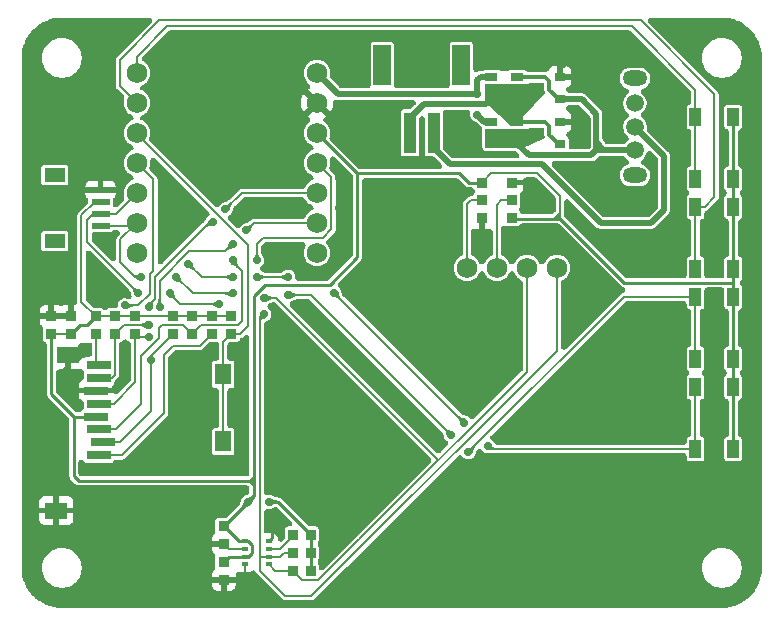
<source format=gbr>
%TF.GenerationSoftware,KiCad,Pcbnew,9.0.6*%
%TF.CreationDate,2026-01-30T18:10:03-05:00*%
%TF.ProjectId,destinationWeatherStation_v4-5,64657374-696e-4617-9469-6f6e57656174,03*%
%TF.SameCoordinates,Original*%
%TF.FileFunction,Copper,L1,Top*%
%TF.FilePolarity,Positive*%
%FSLAX46Y46*%
G04 Gerber Fmt 4.6, Leading zero omitted, Abs format (unit mm)*
G04 Created by KiCad (PCBNEW 9.0.6) date 2026-01-30 18:10:03*
%MOMM*%
%LPD*%
G01*
G04 APERTURE LIST*
%TA.AperFunction,SMDPad,CuDef*%
%ADD10R,1.000000X1.550000*%
%TD*%
%TA.AperFunction,SMDPad,CuDef*%
%ADD11R,0.972000X0.802000*%
%TD*%
%TA.AperFunction,SMDPad,CuDef*%
%ADD12R,0.929000X0.820000*%
%TD*%
%TA.AperFunction,SMDPad,CuDef*%
%ADD13R,0.970000X0.871000*%
%TD*%
%TA.AperFunction,SMDPad,CuDef*%
%ADD14R,1.500000X3.400000*%
%TD*%
%TA.AperFunction,SMDPad,CuDef*%
%ADD15R,1.000000X3.500000*%
%TD*%
%TA.AperFunction,SMDPad,CuDef*%
%ADD16R,1.000000X0.700000*%
%TD*%
%TA.AperFunction,SMDPad,CuDef*%
%ADD17R,2.000000X0.800000*%
%TD*%
%TA.AperFunction,SMDPad,CuDef*%
%ADD18R,1.400000X1.800000*%
%TD*%
%TA.AperFunction,SMDPad,CuDef*%
%ADD19R,1.900000X1.400000*%
%TD*%
%TA.AperFunction,SMDPad,CuDef*%
%ADD20R,0.820000X0.929000*%
%TD*%
%TA.AperFunction,ComponentPad*%
%ADD21C,1.750000*%
%TD*%
%TA.AperFunction,SMDPad,CuDef*%
%ADD22R,1.800000X1.200000*%
%TD*%
%TA.AperFunction,SMDPad,CuDef*%
%ADD23R,1.550000X0.600000*%
%TD*%
%TA.AperFunction,SMDPad,CuDef*%
%ADD24R,0.500000X0.350000*%
%TD*%
%TA.AperFunction,ComponentPad*%
%ADD25O,2.100000X1.300000*%
%TD*%
%TA.AperFunction,ComponentPad*%
%ADD26C,1.500000*%
%TD*%
%TA.AperFunction,ViaPad*%
%ADD27C,0.700000*%
%TD*%
%TA.AperFunction,ViaPad*%
%ADD28C,1.000000*%
%TD*%
%TA.AperFunction,ViaPad*%
%ADD29C,0.800000*%
%TD*%
%TA.AperFunction,Conductor*%
%ADD30C,0.250000*%
%TD*%
%TA.AperFunction,Conductor*%
%ADD31C,0.200000*%
%TD*%
%TA.AperFunction,Conductor*%
%ADD32C,0.500000*%
%TD*%
%TA.AperFunction,Conductor*%
%ADD33C,0.350000*%
%TD*%
G04 APERTURE END LIST*
D10*
%TO.P,SW5,1*%
%TO.N,+3V3*%
X173685000Y-102785000D03*
%TO.P,SW5,2*%
X173685000Y-108035000D03*
%TO.P,SW5,3*%
%TO.N,/SW5*%
X170485000Y-102785000D03*
%TO.P,SW5,4*%
X170485000Y-108035000D03*
%TD*%
%TO.P,SW3,1*%
%TO.N,+3V3*%
X173685000Y-87545000D03*
%TO.P,SW3,2*%
X173685000Y-92795000D03*
%TO.P,SW3,3*%
%TO.N,/SW3*%
X170485000Y-87545000D03*
%TO.P,SW3,4*%
X170485000Y-92795000D03*
%TD*%
%TO.P,SW2,1*%
%TO.N,+3V3*%
X173685000Y-79925000D03*
%TO.P,SW2,2*%
X173685000Y-85175000D03*
%TO.P,SW2,3*%
%TO.N,/SW2*%
X170485000Y-79925000D03*
%TO.P,SW2,4*%
X170485000Y-85175000D03*
%TD*%
D11*
%TO.P,Q2,1*%
%TO.N,Net-(SW1-A)*%
X159000000Y-78420000D03*
%TO.P,Q2,2*%
%TO.N,GND*%
X159000000Y-76520000D03*
%TO.P,Q2,3*%
%TO.N,Net-(J1-Pin_2)*%
X157230000Y-77470000D03*
%TD*%
D12*
%TO.P,R12,1,A*%
%TO.N,GND*%
X154939000Y-85485000D03*
%TO.P,R12,2,C*%
%TO.N,/OLED2*%
X154939000Y-86995000D03*
%TO.P,R12,3,B*%
%TO.N,+3V3*%
X154939000Y-88505000D03*
%TD*%
D13*
%TO.P,C2,1*%
%TO.N,+3V3*%
X130556000Y-117602000D03*
%TO.P,C2,2*%
%TO.N,GND*%
X130556000Y-119102000D03*
%TD*%
D14*
%TO.P,J1,*%
%TO.N,*%
X150670000Y-75520000D03*
X143970000Y-75520000D03*
D15*
%TO.P,J1,1,Pin_1*%
%TO.N,Net-(J1-Pin_1)*%
X148320000Y-81270000D03*
%TO.P,J1,2,Pin_2*%
%TO.N,Net-(J1-Pin_2)*%
X146320000Y-81270000D03*
%TD*%
D16*
%TO.P,Q4,1*%
%TO.N,Net-(J1-Pin_2)*%
X155405000Y-78420000D03*
%TO.P,Q4,2*%
X155405000Y-77470000D03*
%TO.P,Q4,3*%
%TO.N,Net-(SW1-A)*%
X155405000Y-76520000D03*
%TO.P,Q4,4*%
%TO.N,VCC*%
X153205000Y-76520000D03*
%TO.P,Q4,5*%
%TO.N,Net-(J1-Pin_2)*%
X153205000Y-77470000D03*
%TO.P,Q4,6*%
X153205000Y-78420000D03*
%TD*%
D17*
%TO.P,J2,1,DAT2*%
%TO.N,/DAT2*%
X119948000Y-108595000D03*
%TO.P,J2,2,DAT3/CD*%
%TO.N,/CS_SD*%
X120348000Y-107495000D03*
%TO.P,J2,3,CMD*%
%TO.N,/MOSI*%
X119948000Y-106395000D03*
%TO.P,J2,4,VDD*%
%TO.N,+3V3*%
X119748000Y-105295000D03*
%TO.P,J2,5,CLK*%
%TO.N,/SCK*%
X119948000Y-104195000D03*
%TO.P,J2,6,VSS*%
%TO.N,GND*%
X119748000Y-103095000D03*
%TO.P,J2,7,DAT0*%
%TO.N,/MISO*%
X119948000Y-101995000D03*
%TO.P,J2,8,DAT1*%
%TO.N,/DAT1*%
X119948000Y-100895000D03*
D18*
%TO.P,J2,9,DET*%
%TO.N,/CD*%
X130498000Y-101705000D03*
X130498000Y-107405000D03*
D19*
%TO.P,J2,10,SHIELD*%
%TO.N,GND*%
X117348000Y-100105000D03*
X116348000Y-113255000D03*
%TD*%
D10*
%TO.P,SW4,1*%
%TO.N,+3V3*%
X173685000Y-95165000D03*
%TO.P,SW4,2*%
X173685000Y-100415000D03*
%TO.P,SW4,3*%
%TO.N,/SW4*%
X170485000Y-95165000D03*
%TO.P,SW4,4*%
X170485000Y-100415000D03*
%TD*%
D20*
%TO.P,R10,1*%
%TO.N,+3V3*%
X137910000Y-118364000D03*
%TO.P,R10,2*%
%TO.N,/SCL*%
X136400000Y-118364000D03*
%TD*%
D12*
%TO.P,R5,1*%
%TO.N,+3V3*%
X127889000Y-96781000D03*
%TO.P,R5,2*%
%TO.N,/MOSI*%
X127889000Y-98291000D03*
%TD*%
D13*
%TO.P,C4,1*%
%TO.N,+3V3*%
X117602000Y-98286000D03*
%TO.P,C4,2*%
%TO.N,GND*%
X117602000Y-96786000D03*
%TD*%
D12*
%TO.P,R3,1*%
%TO.N,+3V3*%
X121343000Y-96781000D03*
%TO.P,R3,2*%
%TO.N,/MISO*%
X121343000Y-98291000D03*
%TD*%
D21*
%TO.P,U1,1,D0*%
%TO.N,/SW2*%
X123190000Y-76200000D03*
%TO.P,U1,2,D1*%
%TO.N,/SW3*%
X123190000Y-78740000D03*
%TO.P,U1,3,D2*%
%TO.N,/CD*%
X123190000Y-81280000D03*
%TO.P,U1,4,D3*%
%TO.N,/CS_SD*%
X123190000Y-83820000D03*
%TO.P,U1,5,D4*%
%TO.N,/SDA*%
X123190000Y-86360000D03*
%TO.P,U1,6,D5*%
%TO.N,/SCL*%
X123190000Y-88900000D03*
%TO.P,U1,7,D6*%
%TO.N,/SW4*%
X123190000Y-91440000D03*
%TO.P,U1,8,D7*%
%TO.N,/SW5*%
X138430000Y-91440000D03*
%TO.P,U1,9,D8*%
%TO.N,/SCK*%
X138430000Y-88900000D03*
%TO.P,U1,10,D9*%
%TO.N,/MISO*%
X138430000Y-86360000D03*
%TO.P,U1,11,D10*%
%TO.N,/MOSI*%
X138430000Y-83820000D03*
%TO.P,U1,12,3V3*%
%TO.N,+3V3*%
X138430000Y-81280000D03*
%TO.P,U1,13,GND*%
%TO.N,GND*%
X138430000Y-78740000D03*
%TO.P,U1,14,VIN*%
%TO.N,VCC*%
X138430000Y-76200000D03*
%TD*%
D22*
%TO.P,J3,*%
%TO.N,*%
X116235000Y-84830000D03*
X116235000Y-90430000D03*
D23*
%TO.P,J3,1,Pin_1*%
%TO.N,GND*%
X120110000Y-86130000D03*
%TO.P,J3,2,Pin_2*%
%TO.N,+3V3*%
X120110000Y-87130000D03*
%TO.P,J3,3,Pin_3*%
%TO.N,/SDA*%
X120110000Y-88130000D03*
%TO.P,J3,4,Pin_4*%
%TO.N,/SCL*%
X120110000Y-89130000D03*
%TD*%
D12*
%TO.P,R1,1*%
%TO.N,+3V3*%
X131191000Y-96781000D03*
%TO.P,R1,2*%
%TO.N,/CD*%
X131191000Y-98291000D03*
%TD*%
D24*
%TO.P,U2,1,GND*%
%TO.N,GND*%
X134375000Y-115865000D03*
%TO.P,U2,2,CSB*%
%TO.N,/BME_CS*%
X134375000Y-116515000D03*
%TO.P,U2,3,SDI*%
%TO.N,/SDA*%
X134375000Y-117165000D03*
%TO.P,U2,4,SCK*%
%TO.N,/SCL*%
X134375000Y-117815000D03*
%TO.P,U2,5,SDO*%
%TO.N,GND*%
X132325000Y-117815000D03*
%TO.P,U2,6,VDDIO*%
%TO.N,+3V3*%
X132325000Y-117165000D03*
%TO.P,U2,7,GND*%
%TO.N,GND*%
X132325000Y-116515000D03*
%TO.P,U2,8,VDD*%
%TO.N,+3V3*%
X132325000Y-115865000D03*
%TD*%
D11*
%TO.P,Q1,1*%
%TO.N,Net-(J1-Pin_2)*%
X159000000Y-82230000D03*
%TO.P,Q1,2*%
%TO.N,GND*%
X159000000Y-80330000D03*
%TO.P,Q1,3*%
%TO.N,Net-(SW1-A)*%
X157230000Y-81280000D03*
%TD*%
D12*
%TO.P,R2,1*%
%TO.N,+3V3*%
X119692000Y-96781000D03*
%TO.P,R2,2*%
%TO.N,/DAT1*%
X119692000Y-98291000D03*
%TD*%
D21*
%TO.P,U3,1,GND*%
%TO.N,/OLED1*%
X151130000Y-92710000D03*
%TO.P,U3,2,VCC*%
%TO.N,/OLED2*%
X153670000Y-92710000D03*
%TO.P,U3,3,SCL*%
%TO.N,/SCL*%
X156210000Y-92710000D03*
%TO.P,U3,4,SDA*%
%TO.N,/SDA*%
X158750000Y-92710000D03*
%TD*%
D20*
%TO.P,R9,1*%
%TO.N,+3V3*%
X137920000Y-116840000D03*
%TO.P,R9,2*%
%TO.N,/SDA*%
X136410000Y-116840000D03*
%TD*%
D12*
%TO.P,R6,1*%
%TO.N,+3V3*%
X126238000Y-96781000D03*
%TO.P,R6,2*%
%TO.N,/CS_SD*%
X126238000Y-98291000D03*
%TD*%
D25*
%TO.P,SW1,*%
%TO.N,*%
X165354000Y-84872000D03*
X165354000Y-76672000D03*
D26*
%TO.P,SW1,1,A*%
%TO.N,Net-(SW1-A)*%
X165354000Y-82772000D03*
%TO.P,SW1,2,B*%
%TO.N,Net-(J1-Pin_1)*%
X165354000Y-80772000D03*
%TO.P,SW1,3,C*%
%TO.N,unconnected-(SW1-C-Pad3)*%
X165354000Y-78772000D03*
%TD*%
D12*
%TO.P,R7,1*%
%TO.N,+3V3*%
X129540000Y-96781000D03*
%TO.P,R7,2*%
%TO.N,/DAT2*%
X129540000Y-98291000D03*
%TD*%
%TO.P,R11,1,A*%
%TO.N,+3V3*%
X152400000Y-85485000D03*
%TO.P,R11,2,C*%
%TO.N,/OLED1*%
X152400000Y-86995000D03*
%TO.P,R11,3,B*%
%TO.N,GND*%
X152400000Y-88505000D03*
%TD*%
D20*
%TO.P,R8,1*%
%TO.N,+3V3*%
X137920000Y-115316000D03*
%TO.P,R8,2*%
%TO.N,/BME_CS*%
X136410000Y-115316000D03*
%TD*%
D13*
%TO.P,C1,1*%
%TO.N,+3V3*%
X130556000Y-114566000D03*
%TO.P,C1,2*%
%TO.N,GND*%
X130556000Y-116066000D03*
%TD*%
D12*
%TO.P,R4,1*%
%TO.N,+3V3*%
X123063000Y-96781000D03*
%TO.P,R4,2*%
%TO.N,/SCK*%
X123063000Y-98291000D03*
%TD*%
D13*
%TO.P,C3,1*%
%TO.N,+3V3*%
X115951000Y-98286000D03*
%TO.P,C3,2*%
%TO.N,GND*%
X115951000Y-96786000D03*
%TD*%
D16*
%TO.P,Q3,1*%
%TO.N,Net-(SW1-A)*%
X155405000Y-82230000D03*
%TO.P,Q3,2*%
X155405000Y-81280000D03*
%TO.P,Q3,3*%
%TO.N,Net-(J1-Pin_2)*%
X155405000Y-80330000D03*
%TO.P,Q3,4*%
%TO.N,VCC*%
X153205000Y-80330000D03*
%TO.P,Q3,5*%
%TO.N,Net-(SW1-A)*%
X153205000Y-81280000D03*
%TO.P,Q3,6*%
X153205000Y-82230000D03*
%TD*%
D27*
%TO.N,+3V3*%
X132594000Y-112528000D03*
X134366000Y-112522000D03*
%TO.N,GND*%
X140335000Y-90170000D03*
X117475000Y-92710000D03*
X165100000Y-74930000D03*
X132715000Y-78105000D03*
X168910000Y-92710000D03*
X172085000Y-92710000D03*
X166370000Y-101600000D03*
X146050000Y-99060000D03*
X152400000Y-91440000D03*
X117602000Y-95504000D03*
X172085000Y-102870000D03*
X140970000Y-93980000D03*
X137160000Y-107950000D03*
X125730000Y-88265000D03*
X147955000Y-76835000D03*
X160655000Y-88900000D03*
X127635000Y-78105000D03*
X130175000Y-80645000D03*
X158750000Y-104140000D03*
X128905000Y-100330000D03*
X146050000Y-104140000D03*
X160147000Y-76581000D03*
X168910000Y-77470000D03*
X134620000Y-105410000D03*
X166370000Y-96520000D03*
X140335000Y-73025000D03*
X128905000Y-109855000D03*
X168910000Y-112395000D03*
X135255000Y-80645000D03*
X157480000Y-74930000D03*
X168910000Y-82550000D03*
X137160000Y-92837000D03*
X139065000Y-100965000D03*
X151130000Y-109855000D03*
X117914000Y-103034000D03*
X116332000Y-114681000D03*
X134620000Y-100330000D03*
X153670000Y-101600000D03*
X166370000Y-120015000D03*
X115951000Y-95504000D03*
X172085000Y-100330000D03*
X148590000Y-112395000D03*
X172085000Y-107950000D03*
X166370000Y-92710000D03*
X161290000Y-120015000D03*
X123825000Y-109855000D03*
X136525000Y-76835000D03*
X140335000Y-80010000D03*
X168910000Y-104140000D03*
X115570000Y-83185000D03*
X148590000Y-117475000D03*
X175260000Y-96520000D03*
X153670000Y-96520000D03*
X171450000Y-109855000D03*
X168910000Y-80010000D03*
X172085000Y-88011000D03*
X114300000Y-113030000D03*
X119380000Y-76200000D03*
X134620000Y-74930000D03*
X161290000Y-109855000D03*
X173990000Y-112395000D03*
D28*
X132334000Y-118999000D03*
D27*
X118110000Y-80645000D03*
X168910000Y-85090000D03*
X146050000Y-93980000D03*
X142240000Y-81915000D03*
X118110000Y-113030000D03*
X160147000Y-81413350D03*
X135255000Y-85598000D03*
X142240000Y-107950000D03*
X160147000Y-79248000D03*
X137160000Y-102870000D03*
X168910000Y-87630000D03*
X118745000Y-109855000D03*
X115570000Y-87630000D03*
X158115000Y-86995000D03*
X147955000Y-73025000D03*
X161290000Y-74930000D03*
X160020000Y-91440000D03*
X172085000Y-97790000D03*
X126365000Y-117475000D03*
X118745000Y-114935000D03*
X152019000Y-83058000D03*
X127635000Y-83185000D03*
X162560000Y-93980000D03*
X142240000Y-113030000D03*
X166370000Y-87630000D03*
X128905000Y-104775000D03*
X175260000Y-82550000D03*
X160147000Y-75438000D03*
X151130000Y-120015000D03*
X172085000Y-105410000D03*
X146050000Y-74930000D03*
D29*
X168910000Y-73025000D03*
D27*
X175260000Y-92710000D03*
X153670000Y-112395000D03*
X163830000Y-112395000D03*
X175260000Y-77470000D03*
X130175000Y-85725000D03*
X160147000Y-77470000D03*
X143510000Y-101600000D03*
X172085000Y-95250000D03*
X159385000Y-73025000D03*
X120015000Y-95250000D03*
X152400000Y-93980000D03*
X163195000Y-76835000D03*
X163195000Y-80645000D03*
X125095000Y-80645000D03*
X148590000Y-96520000D03*
X168910000Y-99060000D03*
X151765000Y-73025000D03*
X171450000Y-120015000D03*
X142240000Y-74930000D03*
X175260000Y-87630000D03*
X135255000Y-87630000D03*
X144145000Y-80010000D03*
X151638000Y-81153000D03*
X144145000Y-83820000D03*
X148590000Y-91440000D03*
X151130000Y-99060000D03*
X163830000Y-104140000D03*
X138430000Y-96520000D03*
X132715000Y-83185000D03*
X135255000Y-91694000D03*
X168910000Y-117475000D03*
X134620000Y-110490000D03*
X146685000Y-108585000D03*
X144145000Y-73025000D03*
X121285000Y-112395000D03*
X132715000Y-73025000D03*
X146050000Y-114935000D03*
X146050000Y-120015000D03*
X123825000Y-114935000D03*
X168910000Y-90170000D03*
X166370000Y-109855000D03*
X156210000Y-114935000D03*
X160147000Y-80391000D03*
X136525000Y-98425000D03*
X146050000Y-88900000D03*
X140335000Y-76835000D03*
X152400000Y-89662000D03*
X122174000Y-99568000D03*
X118745000Y-120015000D03*
X156210000Y-109855000D03*
X143510000Y-86360000D03*
X120015000Y-92710000D03*
X157480000Y-91440000D03*
X128905000Y-114935000D03*
X136525000Y-73025000D03*
X115570000Y-78740000D03*
X143510000Y-117475000D03*
X159258000Y-75438000D03*
X130175000Y-75565000D03*
X132461000Y-88011000D03*
X137160000Y-113030000D03*
X119380000Y-72390000D03*
X128905000Y-117475000D03*
X154940000Y-93980000D03*
X161290000Y-85090000D03*
X148590000Y-86360000D03*
X163830000Y-90170000D03*
X156210000Y-106680000D03*
X144780000Y-110490000D03*
X160020000Y-96520000D03*
X158750000Y-117475000D03*
X160020000Y-93980000D03*
X139700000Y-115570000D03*
X156210000Y-120015000D03*
X143510000Y-96520000D03*
X175260000Y-101600000D03*
X116205000Y-111125000D03*
X141605000Y-103505000D03*
X161290000Y-101600000D03*
X140970000Y-99060000D03*
X117221000Y-101473000D03*
X161290000Y-114935000D03*
X163830000Y-117475000D03*
D28*
X134620000Y-114681000D03*
D27*
X153670000Y-117475000D03*
X171450000Y-114935000D03*
X161290000Y-106680000D03*
X123825000Y-120015000D03*
X125730000Y-85725000D03*
X128905000Y-73025000D03*
X143510000Y-91440000D03*
X147955000Y-83820000D03*
D29*
X118872000Y-99695000D03*
D27*
X120650000Y-83185000D03*
X166370000Y-106680000D03*
X155575000Y-73025000D03*
X163830000Y-87630000D03*
D28*
X118008400Y-86131400D03*
D27*
X128905000Y-120015000D03*
X125730000Y-90805000D03*
X148590000Y-106680000D03*
X139700000Y-105410000D03*
X158750000Y-112395000D03*
X163830000Y-99060000D03*
X175260000Y-106680000D03*
X140335000Y-87630000D03*
X121285000Y-117475000D03*
X116205000Y-107315000D03*
X151130000Y-114935000D03*
X128270000Y-88265000D03*
X149860000Y-81915000D03*
X125095000Y-75565000D03*
X163195000Y-73025000D03*
X121412000Y-102870000D03*
X126365000Y-112395000D03*
X140970000Y-120015000D03*
X144145000Y-106045000D03*
X151130000Y-104140000D03*
X140335000Y-85090000D03*
X120015000Y-90170000D03*
X139700000Y-110490000D03*
X148590000Y-101600000D03*
X166370000Y-114935000D03*
X153670000Y-74930000D03*
X154940000Y-91440000D03*
X166370000Y-90170000D03*
%TO.N,VCC*%
X152019000Y-77978000D03*
X152019000Y-79756000D03*
%TO.N,/SDA*%
X123317000Y-94869000D03*
X130175000Y-95758000D03*
X125984000Y-94869000D03*
X133985000Y-96647000D03*
%TO.N,/SCL*%
X133985000Y-95250000D03*
X126492000Y-93472000D03*
X123571000Y-93472000D03*
X131318000Y-94869000D03*
%TO.N,/MISO*%
X124180600Y-97536000D03*
X124180600Y-96012000D03*
X129603500Y-88836500D03*
X130683000Y-87757000D03*
%TO.N,/SCK*%
X132461000Y-89535000D03*
X125120400Y-96012000D03*
X131318000Y-90678000D03*
X124191500Y-98552000D03*
%TO.N,/MOSI*%
X133350000Y-92075000D03*
X131318000Y-92075000D03*
%TO.N,/CS_SD*%
X122174000Y-95885000D03*
X124396500Y-100520500D03*
%TO.N,/SW4*%
X149793190Y-106867190D03*
X151257000Y-108331000D03*
X136017000Y-93472000D03*
X131318000Y-93472000D03*
X133350000Y-93472000D03*
X127558800Y-92354400D03*
X136017000Y-94996000D03*
%TO.N,/SW5*%
X139890500Y-94805500D03*
X152908000Y-107823000D03*
X150904617Y-105819617D03*
%TD*%
D30*
%TO.N,+3V3*%
X132594000Y-112528000D02*
X133096000Y-112026000D01*
D31*
X115951000Y-98286000D02*
X117602000Y-98286000D01*
D30*
X130556000Y-114566000D02*
X131855000Y-115865000D01*
X117856000Y-105295000D02*
X119748000Y-105295000D01*
X173685000Y-87545000D02*
X173685000Y-92795000D01*
D31*
X119610736Y-87130000D02*
X118491000Y-88249736D01*
D30*
X130556000Y-114566000D02*
X132594000Y-112528000D01*
D31*
X119748000Y-105295000D02*
X119748000Y-105274000D01*
D30*
X119692000Y-96781000D02*
X118937000Y-97536000D01*
D31*
X126238000Y-96781000D02*
X129540000Y-96781000D01*
D30*
X118937000Y-97536000D02*
X118352000Y-97536000D01*
X159016700Y-88531700D02*
X159004000Y-88544400D01*
D31*
X129540000Y-96781000D02*
X131191000Y-96781000D01*
D30*
X130993000Y-117165000D02*
X132325000Y-117165000D01*
D31*
X115951000Y-103251000D02*
X115951000Y-103301800D01*
D30*
X151271000Y-85485000D02*
X150486000Y-84700000D01*
X132969000Y-116814600D02*
X132618600Y-117165000D01*
D31*
X152400000Y-85485000D02*
X152411400Y-85485000D01*
D30*
X152400000Y-85485000D02*
X151271000Y-85485000D01*
X115951000Y-103301800D02*
X115951000Y-103403400D01*
X164465000Y-93980000D02*
X173685000Y-93980000D01*
X154979400Y-88544400D02*
X154940000Y-88505000D01*
X173685000Y-100415000D02*
X173685000Y-102785000D01*
X173685000Y-95165000D02*
X173685000Y-100415000D01*
X173685000Y-79925000D02*
X173685000Y-85175000D01*
X159004000Y-88544400D02*
X154979400Y-88544400D01*
X115951000Y-98286000D02*
X115951000Y-103251000D01*
X137910000Y-118364000D02*
X137910000Y-117602000D01*
X132618600Y-117165000D02*
X132325000Y-117165000D01*
D31*
X119692000Y-96781000D02*
X126238000Y-96781000D01*
X157099000Y-84709000D02*
X159016700Y-86626700D01*
D30*
X131855000Y-115865000D02*
X132325000Y-115865000D01*
X133096000Y-112026000D02*
X133096000Y-110744000D01*
X117856000Y-105308400D02*
X117856000Y-110337600D01*
X132325000Y-115865000D02*
X132629000Y-115865000D01*
D31*
X118491000Y-88249736D02*
X118491000Y-95580000D01*
D30*
X134366000Y-112522000D02*
X135126000Y-112522000D01*
X173685000Y-85175000D02*
X173685000Y-87545000D01*
X132969000Y-116205000D02*
X132969000Y-116814600D01*
X118352000Y-97536000D02*
X117602000Y-98286000D01*
D31*
X137910000Y-115326000D02*
X137920000Y-115316000D01*
D30*
X133096000Y-95123000D02*
X134047000Y-94172000D01*
X134047000Y-94172000D02*
X139508000Y-94172000D01*
X141850000Y-84700000D02*
X138430000Y-81280000D01*
X137910000Y-117602000D02*
X137910000Y-115326000D01*
D31*
X118491000Y-95580000D02*
X119692000Y-96781000D01*
D30*
X132629000Y-115865000D02*
X132969000Y-116205000D01*
X115951000Y-103403400D02*
X117856000Y-105308400D01*
X118262400Y-110744000D02*
X133096000Y-110744000D01*
X135126000Y-112522000D02*
X137920000Y-115316000D01*
X150486000Y-84700000D02*
X141850000Y-84700000D01*
D31*
X120110000Y-87130000D02*
X119610736Y-87130000D01*
X152411400Y-85485000D02*
X153187400Y-84709000D01*
D30*
X133096000Y-110744000D02*
X133096000Y-95123000D01*
D31*
X153187400Y-84709000D02*
X157099000Y-84709000D01*
D30*
X173685000Y-93980000D02*
X173685000Y-95165000D01*
X173685000Y-92795000D02*
X173685000Y-93980000D01*
X141850000Y-91830000D02*
X141850000Y-84700000D01*
X159016700Y-88531700D02*
X164465000Y-93980000D01*
X139508000Y-94172000D02*
X141850000Y-91830000D01*
D31*
X159016700Y-86626700D02*
X159016700Y-88531700D01*
D30*
X130556000Y-117602000D02*
X130993000Y-117165000D01*
D31*
X119748000Y-105274000D02*
X119679000Y-105205000D01*
D30*
X117856000Y-110337600D02*
X118262400Y-110744000D01*
X173685000Y-102785000D02*
X173685000Y-108035000D01*
D31*
X120110000Y-87130000D02*
X120620000Y-87130000D01*
%TO.N,GND*%
X131005000Y-116515000D02*
X132325000Y-116515000D01*
X134400000Y-115840000D02*
X134375000Y-115865000D01*
X116279000Y-114628000D02*
X116332000Y-114681000D01*
X115951000Y-96786000D02*
X115951000Y-95504000D01*
X132334000Y-118999000D02*
X132231000Y-119102000D01*
X154979400Y-85485000D02*
X154940000Y-85485000D01*
X132325000Y-118990000D02*
X132325000Y-117815000D01*
X130556000Y-116078000D02*
X130556000Y-116066000D01*
X152400000Y-88505000D02*
X152400000Y-89662000D01*
X120110000Y-86130000D02*
X118009800Y-86130000D01*
X132231000Y-119102000D02*
X130556000Y-119102000D01*
D30*
X134620000Y-114681000D02*
X134620000Y-115620000D01*
D31*
X118009800Y-86130000D02*
X118008400Y-86131400D01*
X130556000Y-116066000D02*
X131005000Y-116515000D01*
X132334000Y-118999000D02*
X132325000Y-118990000D01*
X117602000Y-96786000D02*
X117602000Y-95504000D01*
X117279000Y-101415000D02*
X117221000Y-101473000D01*
X117943000Y-103005000D02*
X117914000Y-103034000D01*
D30*
X134620000Y-115620000D02*
X134375000Y-115865000D01*
D32*
%TO.N,VCC*%
X152019000Y-79756000D02*
X152593000Y-80330000D01*
X152593000Y-80330000D02*
X153205000Y-80330000D01*
X152019000Y-76835000D02*
X152019000Y-77978000D01*
X140208000Y-77978000D02*
X138430000Y-76200000D01*
X153205000Y-76520000D02*
X152334000Y-76520000D01*
X152334000Y-76520000D02*
X152019000Y-76835000D01*
X152019000Y-77978000D02*
X140208000Y-77978000D01*
D31*
%TO.N,/OLED1*%
X151450000Y-86995000D02*
X152400000Y-86995000D01*
X151130000Y-92710000D02*
X151130000Y-87315000D01*
X151130000Y-87315000D02*
X151450000Y-86995000D01*
%TO.N,/OLED2*%
X154051000Y-86995000D02*
X154940000Y-86995000D01*
X153670000Y-92710000D02*
X153670000Y-87376000D01*
X153670000Y-87376000D02*
X154051000Y-86995000D01*
%TO.N,/BME_CS*%
X134375000Y-116515000D02*
X135345000Y-116515000D01*
X135345000Y-116515000D02*
X136410000Y-115450000D01*
X136410000Y-115450000D02*
X136410000Y-115316000D01*
%TO.N,/DAT2*%
X126238000Y-99314000D02*
X128517000Y-99314000D01*
X125476000Y-105029000D02*
X125476000Y-100076000D01*
X125476000Y-100076000D02*
X126238000Y-99314000D01*
X119969000Y-108595000D02*
X121910000Y-108595000D01*
X121910000Y-108595000D02*
X125476000Y-105029000D01*
X128517000Y-99314000D02*
X129540000Y-98291000D01*
%TO.N,/DAT1*%
X119692000Y-100639000D02*
X119948000Y-100895000D01*
X119692000Y-98328000D02*
X119692000Y-100639000D01*
%TO.N,/SDA*%
X135740000Y-120500000D02*
X137968633Y-120500000D01*
X133600000Y-118360000D02*
X135740000Y-120500000D01*
X158750000Y-99718633D02*
X158750000Y-92710000D01*
X133985000Y-96647000D02*
X133600000Y-97032000D01*
X133600000Y-97032000D02*
X133600000Y-118360000D01*
X136410000Y-116840000D02*
X135636000Y-116840000D01*
X120110000Y-88130000D02*
X119515000Y-88130000D01*
X137968633Y-120500000D02*
X158750000Y-99718633D01*
X135636000Y-116840000D02*
X135311000Y-117165000D01*
X120110000Y-88130000D02*
X121420000Y-88130000D01*
X130175000Y-95758000D02*
X126873000Y-95758000D01*
X119515000Y-88130000D02*
X118999000Y-88646000D01*
X135311000Y-117165000D02*
X134375000Y-117165000D01*
X118999000Y-90551000D02*
X123317000Y-94869000D01*
X121420000Y-88130000D02*
X123190000Y-86360000D01*
X134375000Y-117165000D02*
X133604000Y-117165000D01*
X118999000Y-88646000D02*
X118999000Y-90551000D01*
X126873000Y-95758000D02*
X125984000Y-94869000D01*
%TO.N,/SCL*%
X156210000Y-101490000D02*
X156210000Y-92710000D01*
X148725500Y-108974500D02*
X147074500Y-110625500D01*
X134375000Y-117815000D02*
X134924000Y-118364000D01*
X136400000Y-118364000D02*
X137200000Y-119164000D01*
X127899503Y-94879503D02*
X126492000Y-93472000D01*
X121793000Y-90297000D02*
X123190000Y-88900000D01*
X121500000Y-89130000D02*
X122960000Y-89130000D01*
X137200000Y-119164000D02*
X137750000Y-119164000D01*
X138536000Y-119164000D02*
X141994500Y-115705500D01*
X120110000Y-89130000D02*
X121500000Y-89130000D01*
X135001000Y-95250000D02*
X148725500Y-108974500D01*
X131303103Y-94879503D02*
X127899503Y-94879503D01*
X137750000Y-119164000D02*
X138536000Y-119164000D01*
X122960000Y-89130000D02*
X123190000Y-88900000D01*
X137750000Y-119164000D02*
X137236500Y-119164000D01*
X141994500Y-115705500D02*
X156210000Y-101490000D01*
X123063000Y-93472000D02*
X121793000Y-92202000D01*
X121793000Y-92202000D02*
X121793000Y-90297000D01*
X133985000Y-95250000D02*
X135001000Y-95250000D01*
X123571000Y-93472000D02*
X123063000Y-93472000D01*
X134924000Y-118364000D02*
X136400000Y-118364000D01*
X131318000Y-94894400D02*
X131303103Y-94879503D01*
D33*
%TO.N,Net-(SW1-A)*%
X158912600Y-78420000D02*
X158115000Y-77622400D01*
X158115000Y-76885800D02*
X157749200Y-76520000D01*
X157749200Y-76520000D02*
X155405000Y-76520000D01*
D32*
X165351800Y-82727800D02*
X162128200Y-82727800D01*
D33*
X158115000Y-77622400D02*
X158115000Y-76885800D01*
D32*
X165354000Y-82730000D02*
X165351800Y-82727800D01*
X155608000Y-82230000D02*
X155405000Y-82230000D01*
X162102800Y-79679800D02*
X162102800Y-82753200D01*
D33*
X159000000Y-78420000D02*
X158912600Y-78420000D01*
D32*
X155405000Y-82230000D02*
X156360000Y-83185000D01*
X161671000Y-83185000D02*
X162102800Y-82753200D01*
X160843000Y-78420000D02*
X162102800Y-79679800D01*
X159000000Y-78420000D02*
X160843000Y-78420000D01*
X156360000Y-83185000D02*
X161671000Y-83185000D01*
X162128200Y-82727800D02*
X162102800Y-82753200D01*
D31*
%TO.N,/CD*%
X123190000Y-81407000D02*
X132588000Y-90805000D01*
X131191000Y-98291000D02*
X131960000Y-98291000D01*
X130315000Y-107733000D02*
X130311000Y-107737000D01*
X130498000Y-101705000D02*
X130498000Y-98984000D01*
X130498000Y-107405000D02*
X130498000Y-101684000D01*
X131960000Y-98291000D02*
X132588000Y-97663000D01*
X130498000Y-98984000D02*
X131191000Y-98291000D01*
X132588000Y-90805000D02*
X132588000Y-97663000D01*
X123190000Y-81280000D02*
X123190000Y-81407000D01*
%TO.N,/MISO*%
X130683000Y-87757000D02*
X132080000Y-86360000D01*
X121343000Y-98291000D02*
X122098000Y-97536000D01*
X122098000Y-97536000D02*
X124180600Y-97536000D01*
X124714000Y-93472000D02*
X129349500Y-88836500D01*
X121105000Y-101995000D02*
X119948000Y-101995000D01*
X132080000Y-86360000D02*
X138430000Y-86360000D01*
X124180600Y-96012000D02*
X124180600Y-95910400D01*
X124714000Y-95377000D02*
X124714000Y-93472000D01*
X129349500Y-88836500D02*
X129603500Y-88836500D01*
X121343000Y-101757000D02*
X121105000Y-101995000D01*
X124180600Y-95910400D02*
X124714000Y-95377000D01*
X121343000Y-98328000D02*
X121343000Y-101757000D01*
%TO.N,/SCK*%
X123063000Y-98291000D02*
X123063000Y-102362000D01*
X123324000Y-98552000D02*
X123063000Y-98291000D01*
X123063000Y-102362000D02*
X121230000Y-104195000D01*
X124191500Y-98552000D02*
X123324000Y-98552000D01*
X130683000Y-91313000D02*
X127635000Y-91313000D01*
X125120400Y-93827600D02*
X125120400Y-96012000D01*
X133096000Y-88900000D02*
X138430000Y-88900000D01*
X132461000Y-89535000D02*
X133096000Y-88900000D01*
X121230000Y-104195000D02*
X119948000Y-104195000D01*
X131318000Y-90678000D02*
X130683000Y-91313000D01*
X127635000Y-91313000D02*
X125120400Y-93827600D01*
%TO.N,/MOSI*%
X123571000Y-104267000D02*
X123571000Y-100203000D01*
X123571000Y-100203000D02*
X125095000Y-98679000D01*
X119969000Y-106395000D02*
X121443000Y-106395000D01*
X128644000Y-97536000D02*
X127889000Y-98291000D01*
X139660000Y-85050000D02*
X138430000Y-83820000D01*
X132080000Y-97190764D02*
X131734764Y-97536000D01*
X131734764Y-97536000D02*
X128644000Y-97536000D01*
X131318000Y-92202000D02*
X132080000Y-92964000D01*
X138938000Y-90170000D02*
X139660000Y-89448000D01*
X121443000Y-106395000D02*
X123571000Y-104267000D01*
X125095000Y-97790000D02*
X125349000Y-97536000D01*
X133350000Y-90678000D02*
X133858000Y-90170000D01*
X139660000Y-89448000D02*
X139660000Y-85050000D01*
X125349000Y-97536000D02*
X127134000Y-97536000D01*
X127134000Y-97536000D02*
X127889000Y-98291000D01*
X133858000Y-90170000D02*
X138938000Y-90170000D01*
X125095000Y-98679000D02*
X125095000Y-97790000D01*
X133350000Y-92075000D02*
X133350000Y-90678000D01*
X132080000Y-92964000D02*
X132080000Y-97190764D01*
%TO.N,/CS_SD*%
X124396500Y-100132500D02*
X126238000Y-98291000D01*
X123317000Y-95885000D02*
X124314000Y-94888000D01*
X124396500Y-100520500D02*
X124396500Y-104838500D01*
X124587000Y-85217000D02*
X123190000Y-83820000D01*
X124314000Y-94888000D02*
X124314000Y-93251405D01*
X124396500Y-100520500D02*
X124396500Y-100132500D01*
X124314000Y-93251405D02*
X124587000Y-92978405D01*
X124587000Y-92978405D02*
X124587000Y-85217000D01*
X122174000Y-95885000D02*
X123317000Y-95885000D01*
X121740000Y-107495000D02*
X120348000Y-107495000D01*
X124396500Y-104838500D02*
X121740000Y-107495000D01*
%TO.N,/SW2*%
X170485000Y-79925000D02*
X170485000Y-77622600D01*
X170485000Y-79925000D02*
X170485000Y-85175000D01*
X125755400Y-72263000D02*
X123190000Y-74828400D01*
X165125400Y-72263000D02*
X125755400Y-72263000D01*
X170485000Y-77622600D02*
X165125400Y-72263000D01*
X123190000Y-74828400D02*
X123190000Y-76200000D01*
%TO.N,/SW3*%
X125095000Y-71755000D02*
X165836600Y-71755000D01*
X123190000Y-78740000D02*
X121767600Y-77317600D01*
X171281000Y-87545000D02*
X170485000Y-87545000D01*
X172085000Y-78003400D02*
X172085000Y-86741000D01*
X172085000Y-86741000D02*
X171281000Y-87545000D01*
X121767600Y-77317600D02*
X121767600Y-75082400D01*
X121767600Y-75082400D02*
X125095000Y-71755000D01*
X170485000Y-87545000D02*
X170485000Y-92795000D01*
X165836600Y-71755000D02*
X172085000Y-78003400D01*
%TO.N,/SW4*%
X136017000Y-94996000D02*
X137922000Y-94996000D01*
X128676400Y-93472000D02*
X127558800Y-92354400D01*
X131318000Y-93472000D02*
X128676400Y-93472000D01*
X151257000Y-108331000D02*
X164423000Y-95165000D01*
X164423000Y-95165000D02*
X170485000Y-95165000D01*
X170485000Y-95165000D02*
X170485000Y-100415000D01*
X136017000Y-93472000D02*
X133350000Y-93472000D01*
X137922000Y-94996000D02*
X149793190Y-106867190D01*
%TO.N,/SW5*%
X139890500Y-94805500D02*
X150904617Y-105819617D01*
X152908000Y-107823000D02*
X153120000Y-108035000D01*
X153120000Y-108035000D02*
X170485000Y-108035000D01*
X170485000Y-102785000D02*
X170485000Y-108035000D01*
D33*
%TO.N,Net-(J1-Pin_2)*%
X158115000Y-80670400D02*
X157774600Y-80330000D01*
X158912600Y-82230000D02*
X158115000Y-81432400D01*
D32*
X146320000Y-80019400D02*
X147472400Y-78867000D01*
D33*
X157774600Y-80330000D02*
X155405000Y-80330000D01*
D32*
X146320000Y-81270000D02*
X146320000Y-80019400D01*
X147472400Y-78867000D02*
X152758000Y-78867000D01*
D33*
X159000000Y-82230000D02*
X158912600Y-82230000D01*
X158115000Y-81432400D02*
X158115000Y-80670400D01*
D32*
X152758000Y-78867000D02*
X153205000Y-78420000D01*
%TO.N,Net-(J1-Pin_1)*%
X162450000Y-88900000D02*
X166750000Y-88900000D01*
X148320000Y-81336000D02*
X148320000Y-82534000D01*
X148320000Y-82534000D02*
X149737000Y-83951000D01*
X167800000Y-83218000D02*
X165354000Y-80772000D01*
X149737000Y-83951000D02*
X157501000Y-83951000D01*
X166750000Y-88900000D02*
X167800000Y-87850000D01*
X167800000Y-87850000D02*
X167800000Y-83218000D01*
X157501000Y-83951000D02*
X162450000Y-88900000D01*
%TD*%
%TA.AperFunction,Conductor*%
%TO.N,/SDA*%
G36*
X133672344Y-96517460D02*
G01*
X133980494Y-96644147D01*
X133986843Y-96650462D01*
X133986859Y-96650502D01*
X134113871Y-96958085D01*
X134113861Y-96967040D01*
X134107523Y-96973365D01*
X134106127Y-96973841D01*
X133992529Y-97004728D01*
X133990770Y-97005064D01*
X133877328Y-97017852D01*
X133877293Y-97017857D01*
X133784689Y-97035160D01*
X133784686Y-97035161D01*
X133722643Y-97083007D01*
X133701998Y-97178305D01*
X133696897Y-97185665D01*
X133690563Y-97187528D01*
X133511979Y-97187528D01*
X133503706Y-97184101D01*
X133500279Y-97175828D01*
X133500282Y-97175552D01*
X133502465Y-97083007D01*
X133504057Y-97015516D01*
X133504133Y-97014441D01*
X133518573Y-96893453D01*
X133518917Y-96891714D01*
X133547244Y-96789615D01*
X133547648Y-96788419D01*
X133593848Y-96672997D01*
X133593897Y-96672878D01*
X133657125Y-96523715D01*
X133663509Y-96517436D01*
X133672344Y-96517460D01*
G37*
%TD.AperFunction*%
%TD*%
%TA.AperFunction,Conductor*%
%TO.N,/SW5*%
G36*
X150488573Y-105260919D02*
G01*
X150594037Y-105350572D01*
X150688826Y-105398640D01*
X150755535Y-105415701D01*
X150782584Y-105422619D01*
X150782592Y-105422620D01*
X150782593Y-105422621D01*
X150892584Y-105446860D01*
X150893820Y-105447205D01*
X151026751Y-105492258D01*
X151033486Y-105498159D01*
X151034076Y-105507095D01*
X151033816Y-105507788D01*
X150907180Y-105815808D01*
X150900865Y-105822157D01*
X150900808Y-105822180D01*
X150592788Y-105948816D01*
X150583833Y-105948793D01*
X150577518Y-105942444D01*
X150577258Y-105941751D01*
X150532205Y-105808820D01*
X150531860Y-105807582D01*
X150507619Y-105697584D01*
X150500701Y-105670535D01*
X150483640Y-105603826D01*
X150435572Y-105509037D01*
X150345919Y-105403573D01*
X150343172Y-105395052D01*
X150346560Y-105387725D01*
X150472725Y-105261560D01*
X150480997Y-105258134D01*
X150488573Y-105260919D01*
G37*
%TD.AperFunction*%
%TD*%
%TA.AperFunction,Conductor*%
%TO.N,Net-(J1-Pin_2)*%
G36*
X157686132Y-77073318D02*
G01*
X157689500Y-77081450D01*
X157689500Y-77678417D01*
X157714558Y-77771936D01*
X157714950Y-77774912D01*
X157714950Y-77865790D01*
X157712176Y-77873281D01*
X156862575Y-78862991D01*
X156854722Y-78866967D01*
X156853849Y-78867000D01*
X156845000Y-78867000D01*
X156845000Y-78867001D01*
X156845000Y-78879205D01*
X156842226Y-78886696D01*
X155905200Y-79978250D01*
X155905200Y-80663750D01*
X155901832Y-80671882D01*
X155893700Y-80675250D01*
X154897178Y-80675250D01*
X154889630Y-80672426D01*
X152708752Y-78775188D01*
X152704828Y-78767310D01*
X152704800Y-78766512D01*
X152704800Y-77132250D01*
X152708168Y-77124118D01*
X152716300Y-77120750D01*
X155905193Y-77120750D01*
X155905200Y-77120750D01*
X155908311Y-77120561D01*
X155908980Y-77120521D01*
X155909674Y-77120500D01*
X155929672Y-77120500D01*
X155929674Y-77120500D01*
X155937841Y-77118875D01*
X155939354Y-77118680D01*
X156743053Y-77069970D01*
X156743749Y-77069950D01*
X157678000Y-77069950D01*
X157686132Y-77073318D01*
G37*
%TD.AperFunction*%
%TD*%
%TA.AperFunction,Conductor*%
%TO.N,/SW5*%
G36*
X153162691Y-107584851D02*
G01*
X153163614Y-107585895D01*
X153239217Y-107682476D01*
X153240351Y-107684227D01*
X153291555Y-107781240D01*
X153338445Y-107861260D01*
X153338445Y-107861261D01*
X153395367Y-107905179D01*
X153408371Y-107915213D01*
X153519391Y-107933393D01*
X153527000Y-107938112D01*
X153529199Y-107944939D01*
X153529199Y-108123596D01*
X153525772Y-108131869D01*
X153517799Y-108135292D01*
X153374986Y-108138951D01*
X153374974Y-108138951D01*
X153374974Y-108138952D01*
X153265727Y-108148376D01*
X153249326Y-108150333D01*
X153171659Y-108159601D01*
X153171279Y-108159640D01*
X153062568Y-108169018D01*
X153061862Y-108169057D01*
X152919965Y-108172693D01*
X152911606Y-108169479D01*
X152907969Y-108161297D01*
X152907965Y-108161095D01*
X152907013Y-107827875D01*
X152910414Y-107819598D01*
X153146145Y-107584816D01*
X153154425Y-107581407D01*
X153162691Y-107584851D01*
G37*
%TD.AperFunction*%
%TD*%
%TA.AperFunction,Conductor*%
%TO.N,/MOSI*%
G36*
X133447483Y-91378427D02*
G01*
X133450871Y-91385753D01*
X133457749Y-91470640D01*
X133462051Y-91523726D01*
X133495086Y-91624735D01*
X133495088Y-91624742D01*
X133544426Y-91707985D01*
X133605070Y-91802913D01*
X133605701Y-91804032D01*
X133667839Y-91929883D01*
X133668429Y-91938819D01*
X133662528Y-91945554D01*
X133661854Y-91945861D01*
X133354506Y-92074119D01*
X133345551Y-92074142D01*
X133345494Y-92074119D01*
X133038145Y-91945861D01*
X133031830Y-91939512D01*
X133031853Y-91930557D01*
X133032148Y-91929908D01*
X133094305Y-91804016D01*
X133094918Y-91802929D01*
X133155564Y-91707998D01*
X133204911Y-91624738D01*
X133237948Y-91523722D01*
X133249128Y-91385753D01*
X133253212Y-91377786D01*
X133260790Y-91375000D01*
X133439210Y-91375000D01*
X133447483Y-91378427D01*
G37*
%TD.AperFunction*%
%TD*%
%TA.AperFunction,Conductor*%
%TO.N,Net-(SW1-A)*%
G36*
X162122432Y-81683864D02*
G01*
X162123017Y-81684495D01*
X163026250Y-82734199D01*
X163029001Y-82742560D01*
X163025034Y-82750417D01*
X163017533Y-82753200D01*
X162114300Y-82753200D01*
X162106168Y-82749832D01*
X162102800Y-82741700D01*
X162102800Y-81691996D01*
X162106168Y-81683864D01*
X162114300Y-81680496D01*
X162122432Y-81683864D01*
G37*
%TD.AperFunction*%
%TD*%
%TA.AperFunction,Conductor*%
%TO.N,+3V3*%
G36*
X132281963Y-112398715D02*
G01*
X132590191Y-112525436D01*
X132596540Y-112531751D01*
X132596563Y-112531808D01*
X132723274Y-112840011D01*
X132723251Y-112848966D01*
X132716902Y-112855281D01*
X132716384Y-112855480D01*
X132586098Y-112901962D01*
X132585264Y-112902225D01*
X132479057Y-112931382D01*
X132389493Y-112961280D01*
X132298459Y-113013906D01*
X132195652Y-113104131D01*
X132187174Y-113107012D01*
X132179662Y-113103610D01*
X132018389Y-112942337D01*
X132014962Y-112934064D01*
X132017868Y-112926347D01*
X132080060Y-112855480D01*
X132108092Y-112823537D01*
X132160717Y-112732506D01*
X132190614Y-112642947D01*
X132219775Y-112536722D01*
X132220029Y-112535917D01*
X132266520Y-112405612D01*
X132272527Y-112398974D01*
X132281471Y-112398526D01*
X132281963Y-112398715D01*
G37*
%TD.AperFunction*%
%TD*%
%TA.AperFunction,Conductor*%
%TO.N,+3V3*%
G36*
X134510518Y-112203671D02*
G01*
X134511024Y-112203897D01*
X134636018Y-112263154D01*
X134636794Y-112263558D01*
X134732516Y-112318043D01*
X134816985Y-112360231D01*
X134918565Y-112387388D01*
X135055062Y-112396286D01*
X135063094Y-112400244D01*
X135066000Y-112407961D01*
X135066000Y-112636038D01*
X135062573Y-112644311D01*
X135055061Y-112647713D01*
X134918570Y-112656610D01*
X134918566Y-112656610D01*
X134918565Y-112656611D01*
X134867775Y-112670189D01*
X134816984Y-112683768D01*
X134732515Y-112725955D01*
X134732502Y-112725962D01*
X134636794Y-112780440D01*
X134636018Y-112780844D01*
X134511024Y-112840102D01*
X134502080Y-112840550D01*
X134495440Y-112834542D01*
X134495214Y-112834036D01*
X134450111Y-112725955D01*
X134366879Y-112526505D01*
X134366857Y-112517551D01*
X134366880Y-112517494D01*
X134421174Y-112387388D01*
X134495215Y-112209961D01*
X134501563Y-112203648D01*
X134510518Y-112203671D01*
G37*
%TD.AperFunction*%
%TD*%
%TA.AperFunction,Conductor*%
%TO.N,/SW5*%
G36*
X140211284Y-94676323D02*
G01*
X140217599Y-94682672D01*
X140217859Y-94683366D01*
X140262910Y-94816293D01*
X140263255Y-94817530D01*
X140287495Y-94927530D01*
X140311475Y-95021289D01*
X140359543Y-95116078D01*
X140412281Y-95178117D01*
X140449196Y-95221541D01*
X140451944Y-95230064D01*
X140448555Y-95237392D01*
X140322392Y-95363555D01*
X140314119Y-95366982D01*
X140306541Y-95364196D01*
X140201080Y-95274545D01*
X140201078Y-95274543D01*
X140106289Y-95226475D01*
X140012530Y-95202495D01*
X139902530Y-95178255D01*
X139901293Y-95177910D01*
X139768366Y-95132859D01*
X139761630Y-95126958D01*
X139761040Y-95118023D01*
X139761290Y-95117353D01*
X139887937Y-94809306D01*
X139894248Y-94802961D01*
X140202331Y-94676300D01*
X140211284Y-94676323D01*
G37*
%TD.AperFunction*%
%TD*%
%TA.AperFunction,Conductor*%
%TO.N,/SW4*%
G36*
X149377146Y-106308492D02*
G01*
X149482610Y-106398145D01*
X149577399Y-106446213D01*
X149644108Y-106463274D01*
X149671157Y-106470192D01*
X149671165Y-106470193D01*
X149671166Y-106470194D01*
X149781157Y-106494433D01*
X149782393Y-106494778D01*
X149915324Y-106539831D01*
X149922059Y-106545732D01*
X149922649Y-106554668D01*
X149922389Y-106555361D01*
X149795753Y-106863381D01*
X149789438Y-106869730D01*
X149789381Y-106869753D01*
X149481361Y-106996389D01*
X149472406Y-106996366D01*
X149466091Y-106990017D01*
X149465831Y-106989324D01*
X149420778Y-106856393D01*
X149420433Y-106855155D01*
X149396192Y-106745157D01*
X149389274Y-106718108D01*
X149372213Y-106651399D01*
X149324145Y-106556610D01*
X149234492Y-106451146D01*
X149231745Y-106442625D01*
X149235133Y-106435298D01*
X149361298Y-106309133D01*
X149369570Y-106305707D01*
X149377146Y-106308492D01*
G37*
%TD.AperFunction*%
%TD*%
%TA.AperFunction,Conductor*%
%TO.N,/MISO*%
G36*
X124551930Y-95413592D02*
G01*
X124678099Y-95539761D01*
X124681526Y-95548034D01*
X124679084Y-95555188D01*
X124593051Y-95666529D01*
X124593048Y-95666534D01*
X124560426Y-95770177D01*
X124555830Y-95873856D01*
X124555813Y-95874142D01*
X124553910Y-95901763D01*
X124553539Y-95903987D01*
X124544900Y-95936231D01*
X124544900Y-96001536D01*
X124544447Y-96004761D01*
X124507562Y-96133371D01*
X124501987Y-96140379D01*
X124493090Y-96141393D01*
X124491866Y-96140967D01*
X124184408Y-96014563D01*
X124178060Y-96008249D01*
X124051195Y-95699670D01*
X124051218Y-95690716D01*
X124057567Y-95684401D01*
X124057751Y-95684326D01*
X124180457Y-95636586D01*
X124277632Y-95599983D01*
X124357639Y-95561105D01*
X124357640Y-95561104D01*
X124357644Y-95561102D01*
X124387767Y-95539548D01*
X124439930Y-95502226D01*
X124535697Y-95413291D01*
X124544089Y-95410173D01*
X124551930Y-95413592D01*
G37*
%TD.AperFunction*%
%TD*%
%TA.AperFunction,Conductor*%
%TO.N,+3V3*%
G36*
X159113752Y-88285127D02*
G01*
X159117169Y-88292911D01*
X159119299Y-88343876D01*
X159125500Y-88387791D01*
X159125504Y-88387816D01*
X159132839Y-88425303D01*
X159132942Y-88425913D01*
X159139018Y-88468946D01*
X159139123Y-88470093D01*
X159141194Y-88519607D01*
X159138116Y-88528016D01*
X159129993Y-88531786D01*
X159129598Y-88531796D01*
X159016794Y-88532699D01*
X159016606Y-88532699D01*
X159004000Y-88532598D01*
X158891700Y-88531700D01*
X158894300Y-88469520D01*
X158900500Y-88425610D01*
X158907900Y-88387789D01*
X158914100Y-88343879D01*
X158916700Y-88281700D01*
X159004000Y-88281700D01*
X159105479Y-88281700D01*
X159113752Y-88285127D01*
G37*
%TD.AperFunction*%
%TD*%
%TA.AperFunction,Conductor*%
%TO.N,+3V3*%
G36*
X159000471Y-87904262D02*
G01*
X159003998Y-87912327D01*
X159004000Y-87912552D01*
X159004000Y-88532900D01*
X159000632Y-88541032D01*
X158992500Y-88544400D01*
X158396012Y-88544400D01*
X158387880Y-88541032D01*
X158384512Y-88532900D01*
X158387722Y-88524929D01*
X158976762Y-87912327D01*
X158984210Y-87904580D01*
X158992275Y-87901054D01*
X159000471Y-87904262D01*
G37*
%TD.AperFunction*%
%TD*%
%TA.AperFunction,Conductor*%
%TO.N,/SW4*%
G36*
X136161442Y-94677853D02*
G01*
X136162102Y-94678153D01*
X136287974Y-94740301D01*
X136289076Y-94740923D01*
X136384001Y-94801564D01*
X136384013Y-94801571D01*
X136467256Y-94850909D01*
X136467259Y-94850909D01*
X136467261Y-94850911D01*
X136535922Y-94873366D01*
X136568273Y-94883947D01*
X136568274Y-94883947D01*
X136568277Y-94883948D01*
X136706246Y-94895128D01*
X136714214Y-94899212D01*
X136717000Y-94906790D01*
X136717000Y-95085209D01*
X136713573Y-95093482D01*
X136706245Y-95096871D01*
X136568272Y-95108051D01*
X136467263Y-95141086D01*
X136467256Y-95141088D01*
X136384013Y-95190426D01*
X136289085Y-95251070D01*
X136287966Y-95251701D01*
X136162116Y-95313839D01*
X136153181Y-95314429D01*
X136146445Y-95308528D01*
X136146138Y-95307854D01*
X136076546Y-95141088D01*
X136017879Y-95000505D01*
X136017857Y-94991551D01*
X136017880Y-94991494D01*
X136146139Y-94684143D01*
X136152487Y-94677830D01*
X136161442Y-94677853D01*
G37*
%TD.AperFunction*%
%TD*%
%TA.AperFunction,Conductor*%
%TO.N,GND*%
G36*
X124327966Y-71539454D02*
G01*
X124408748Y-71593430D01*
X124462724Y-71674212D01*
X124481678Y-71769500D01*
X124462724Y-71864788D01*
X124408748Y-71945570D01*
X121487127Y-74867191D01*
X121450869Y-74929994D01*
X121450867Y-74929999D01*
X121440986Y-74947111D01*
X121440984Y-74947116D01*
X121417100Y-75036253D01*
X121417100Y-75036256D01*
X121417100Y-77363744D01*
X121432844Y-77422500D01*
X121440986Y-77452888D01*
X121487130Y-77532812D01*
X121487131Y-77532813D01*
X122067343Y-78113026D01*
X122121319Y-78193807D01*
X122140273Y-78289095D01*
X122128087Y-78366038D01*
X122092214Y-78476445D01*
X122092211Y-78476456D01*
X122064500Y-78651411D01*
X122064500Y-78828588D01*
X122092211Y-79003543D01*
X122092213Y-79003549D01*
X122092214Y-79003555D01*
X122146958Y-79172042D01*
X122146959Y-79172043D01*
X122146963Y-79172052D01*
X122227385Y-79329889D01*
X122322393Y-79460656D01*
X122331517Y-79473214D01*
X122456786Y-79598483D01*
X122542500Y-79660758D01*
X122600110Y-79702614D01*
X122766675Y-79787484D01*
X122765431Y-79789923D01*
X122831312Y-79833959D01*
X122885275Y-79914749D01*
X122904214Y-80010040D01*
X122885245Y-80105325D01*
X122831255Y-80186098D01*
X122765433Y-80230078D01*
X122766675Y-80232516D01*
X122600110Y-80317385D01*
X122456789Y-80421514D01*
X122331514Y-80546789D01*
X122227385Y-80690110D01*
X122146963Y-80847947D01*
X122146958Y-80847956D01*
X122146958Y-80847958D01*
X122092214Y-81016445D01*
X122092213Y-81016448D01*
X122092213Y-81016450D01*
X122092211Y-81016456D01*
X122064500Y-81191411D01*
X122064500Y-81368588D01*
X122092211Y-81543543D01*
X122092213Y-81543548D01*
X122092214Y-81543555D01*
X122146958Y-81712042D01*
X122146959Y-81712043D01*
X122146963Y-81712052D01*
X122223162Y-81861601D01*
X122227386Y-81869890D01*
X122331517Y-82013214D01*
X122456786Y-82138483D01*
X122478653Y-82154370D01*
X122600110Y-82242614D01*
X122766675Y-82327484D01*
X122765431Y-82329923D01*
X122831312Y-82373959D01*
X122885275Y-82454749D01*
X122904214Y-82550040D01*
X122885245Y-82645325D01*
X122831255Y-82726098D01*
X122765433Y-82770078D01*
X122766675Y-82772516D01*
X122600110Y-82857385D01*
X122456789Y-82961514D01*
X122331514Y-83086789D01*
X122227385Y-83230110D01*
X122146963Y-83387947D01*
X122146958Y-83387956D01*
X122146958Y-83387958D01*
X122092214Y-83556445D01*
X122092213Y-83556448D01*
X122092213Y-83556450D01*
X122092211Y-83556456D01*
X122064500Y-83731411D01*
X122064500Y-83908588D01*
X122092211Y-84083543D01*
X122092213Y-84083549D01*
X122092214Y-84083555D01*
X122146958Y-84252042D01*
X122146959Y-84252043D01*
X122146963Y-84252052D01*
X122209774Y-84375326D01*
X122227386Y-84409890D01*
X122331517Y-84553214D01*
X122456786Y-84678483D01*
X122456789Y-84678485D01*
X122600110Y-84782614D01*
X122766675Y-84867484D01*
X122765431Y-84869923D01*
X122831312Y-84913959D01*
X122885275Y-84994749D01*
X122904214Y-85090040D01*
X122885245Y-85185325D01*
X122831255Y-85266098D01*
X122765433Y-85310078D01*
X122766675Y-85312516D01*
X122600110Y-85397385D01*
X122456789Y-85501514D01*
X122331514Y-85626789D01*
X122227385Y-85770110D01*
X122146963Y-85927947D01*
X122146958Y-85927956D01*
X122146958Y-85927958D01*
X122092214Y-86096445D01*
X122092213Y-86096448D01*
X122092213Y-86096450D01*
X122092211Y-86096456D01*
X122064500Y-86271411D01*
X122064500Y-86448588D01*
X122092211Y-86623543D01*
X122092213Y-86623549D01*
X122092214Y-86623555D01*
X122128087Y-86733963D01*
X122139505Y-86830442D01*
X122113133Y-86923949D01*
X122067343Y-86986973D01*
X121560572Y-87493744D01*
X121560570Y-87493748D01*
X121479788Y-87547724D01*
X121384500Y-87566678D01*
X121289212Y-87547724D01*
X121208430Y-87493748D01*
X121154454Y-87412966D01*
X121135500Y-87317678D01*
X121135500Y-86991695D01*
X121154454Y-86896407D01*
X121208430Y-86815625D01*
X121235284Y-86792357D01*
X121242192Y-86787185D01*
X121328352Y-86672090D01*
X121378596Y-86537378D01*
X121378598Y-86537371D01*
X121384999Y-86477832D01*
X121385000Y-86477825D01*
X121385000Y-86380001D01*
X121384999Y-86380000D01*
X118835001Y-86380000D01*
X118835000Y-86380001D01*
X118835000Y-86477832D01*
X118841401Y-86537371D01*
X118841403Y-86537378D01*
X118891647Y-86672090D01*
X118977807Y-86787185D01*
X118984716Y-86792357D01*
X118996680Y-86805676D01*
X119011570Y-86815625D01*
X119028853Y-86841491D01*
X119049641Y-86864633D01*
X119055598Y-86881519D01*
X119065546Y-86896407D01*
X119071614Y-86926916D01*
X119081965Y-86956254D01*
X119084500Y-86991695D01*
X119084500Y-87057414D01*
X119065546Y-87152702D01*
X119011570Y-87233484D01*
X119011566Y-87233486D01*
X118210531Y-88034522D01*
X118210527Y-88034527D01*
X118176397Y-88093642D01*
X118176398Y-88093643D01*
X118164385Y-88114449D01*
X118140500Y-88203591D01*
X118140500Y-95601500D01*
X118121546Y-95696788D01*
X118067570Y-95777570D01*
X117986788Y-95831546D01*
X117891500Y-95850500D01*
X117852001Y-95850500D01*
X117852000Y-95850501D01*
X117852000Y-96537000D01*
X117833046Y-96632288D01*
X117779070Y-96713070D01*
X117698288Y-96767046D01*
X117603000Y-96786000D01*
X117602000Y-96786000D01*
X117602000Y-96787000D01*
X117583046Y-96882288D01*
X117529070Y-96963070D01*
X117448288Y-97017046D01*
X117353000Y-97036000D01*
X114966001Y-97036000D01*
X114966000Y-97036001D01*
X114966000Y-97269332D01*
X114972401Y-97328871D01*
X114972403Y-97328878D01*
X115022646Y-97463587D01*
X115108810Y-97578687D01*
X115108815Y-97578692D01*
X115118855Y-97586208D01*
X115183778Y-97658486D01*
X115216100Y-97750107D01*
X115214408Y-97813425D01*
X115216699Y-97813651D01*
X115215500Y-97825825D01*
X115215500Y-98746176D01*
X115230033Y-98819239D01*
X115285397Y-98902099D01*
X115285399Y-98902101D01*
X115368260Y-98957466D01*
X115375073Y-98958821D01*
X115464833Y-98995998D01*
X115533533Y-99064696D01*
X115570715Y-99154455D01*
X115575500Y-99203037D01*
X115575500Y-103252365D01*
X115575500Y-103452835D01*
X115601090Y-103548338D01*
X115621637Y-103583926D01*
X115646214Y-103626496D01*
X115650523Y-103633959D01*
X115650524Y-103633960D01*
X115650526Y-103633963D01*
X117407572Y-105391009D01*
X117461546Y-105471788D01*
X117480500Y-105567076D01*
X117480500Y-110387035D01*
X117493294Y-110434783D01*
X117493294Y-110434786D01*
X117493295Y-110434786D01*
X117506089Y-110482537D01*
X117506090Y-110482538D01*
X117555525Y-110568162D01*
X117555526Y-110568163D01*
X117961925Y-110974562D01*
X118031838Y-111044475D01*
X118117462Y-111093910D01*
X118165213Y-111106705D01*
X118212964Y-111119500D01*
X118212965Y-111119500D01*
X132471500Y-111119500D01*
X132566788Y-111138454D01*
X132647570Y-111192430D01*
X132701546Y-111273212D01*
X132720500Y-111368500D01*
X132720500Y-111666633D01*
X132701546Y-111761921D01*
X132647570Y-111842703D01*
X132566788Y-111896679D01*
X132537430Y-111906745D01*
X132536213Y-111907079D01*
X132535065Y-111907395D01*
X132525870Y-111910107D01*
X132525046Y-111910366D01*
X132516015Y-111913400D01*
X132385777Y-111959867D01*
X132379204Y-111962313D01*
X132378654Y-111962527D01*
X132378472Y-111962586D01*
X132377702Y-111962873D01*
X132377690Y-111962841D01*
X132368239Y-111965928D01*
X132362213Y-111968424D01*
X132225286Y-112047478D01*
X132113478Y-112159286D01*
X132034424Y-112296212D01*
X132033542Y-112298342D01*
X132033205Y-112299483D01*
X132027535Y-112316982D01*
X132025878Y-112319754D01*
X131979387Y-112450059D01*
X131976370Y-112459036D01*
X131976116Y-112459841D01*
X131973390Y-112469084D01*
X131946356Y-112567556D01*
X131944613Y-112572937D01*
X131944497Y-112573143D01*
X131943922Y-112575038D01*
X131934550Y-112603113D01*
X131913931Y-112648893D01*
X131911733Y-112652695D01*
X131883318Y-112692310D01*
X131825832Y-112757816D01*
X131819221Y-112766879D01*
X131818004Y-112765991D01*
X131793182Y-112797778D01*
X130783893Y-113807069D01*
X130703111Y-113861046D01*
X130607823Y-113880000D01*
X130046323Y-113880000D01*
X129973260Y-113894533D01*
X129890400Y-113949897D01*
X129890397Y-113949900D01*
X129835033Y-114032760D01*
X129820500Y-114105823D01*
X129820500Y-115026175D01*
X129821699Y-115038349D01*
X129818852Y-115038629D01*
X129818845Y-115115058D01*
X129781657Y-115204814D01*
X129723861Y-115265787D01*
X129713815Y-115273307D01*
X129713810Y-115273312D01*
X129627646Y-115388412D01*
X129577403Y-115523121D01*
X129577401Y-115523128D01*
X129571000Y-115582667D01*
X129571000Y-115815999D01*
X129571001Y-115816000D01*
X130307000Y-115816000D01*
X130402288Y-115834954D01*
X130483070Y-115888930D01*
X130537046Y-115969712D01*
X130556000Y-116065000D01*
X130556000Y-116067000D01*
X130537046Y-116162288D01*
X130483070Y-116243070D01*
X130402288Y-116297046D01*
X130307000Y-116316000D01*
X129571001Y-116316000D01*
X129571000Y-116316001D01*
X129571000Y-116549332D01*
X129577401Y-116608871D01*
X129577403Y-116608878D01*
X129627646Y-116743587D01*
X129713810Y-116858687D01*
X129713815Y-116858692D01*
X129730088Y-116870874D01*
X129795011Y-116943152D01*
X129827333Y-117034773D01*
X129825083Y-117118784D01*
X129820500Y-117141825D01*
X129820500Y-118062175D01*
X129821699Y-118074349D01*
X129818852Y-118074629D01*
X129818845Y-118151058D01*
X129781657Y-118240814D01*
X129723861Y-118301787D01*
X129713815Y-118309307D01*
X129713810Y-118309312D01*
X129627646Y-118424412D01*
X129577403Y-118559121D01*
X129577401Y-118559128D01*
X129571000Y-118618667D01*
X129571000Y-118851999D01*
X129571001Y-118852000D01*
X131540999Y-118852000D01*
X131541000Y-118851999D01*
X131541000Y-118683104D01*
X131559954Y-118587816D01*
X131613930Y-118507034D01*
X131694712Y-118453058D01*
X131790000Y-118434104D01*
X131877016Y-118449803D01*
X131967621Y-118483596D01*
X131967628Y-118483598D01*
X132027167Y-118489999D01*
X132027175Y-118490000D01*
X132622825Y-118490000D01*
X132622832Y-118489999D01*
X132682371Y-118483598D01*
X132682378Y-118483596D01*
X132817088Y-118433353D01*
X132889199Y-118379370D01*
X132976839Y-118337439D01*
X133073855Y-118332237D01*
X133165476Y-118364558D01*
X133237755Y-118429480D01*
X133268469Y-118483418D01*
X133273386Y-118495289D01*
X133319527Y-118575208D01*
X133319528Y-118575209D01*
X133319530Y-118575212D01*
X135524788Y-120780470D01*
X135524790Y-120780471D01*
X135524791Y-120780472D01*
X135604709Y-120826613D01*
X135604711Y-120826613D01*
X135604712Y-120826614D01*
X135693856Y-120850500D01*
X138014777Y-120850500D01*
X138103921Y-120826614D01*
X138183845Y-120780470D01*
X140963806Y-118000509D01*
X171049500Y-118000509D01*
X171049500Y-118219490D01*
X171077754Y-118434104D01*
X171078083Y-118436598D01*
X171083359Y-118456287D01*
X171134757Y-118648113D01*
X171192297Y-118787024D01*
X171218560Y-118850428D01*
X171310168Y-119009099D01*
X171328051Y-119040072D01*
X171328055Y-119040079D01*
X171461352Y-119213795D01*
X171616204Y-119368647D01*
X171789920Y-119501944D01*
X171789924Y-119501946D01*
X171789929Y-119501950D01*
X171979572Y-119611440D01*
X172181883Y-119695241D01*
X172181884Y-119695241D01*
X172181886Y-119695242D01*
X172214609Y-119704009D01*
X172393402Y-119751917D01*
X172556233Y-119773354D01*
X172610509Y-119780500D01*
X172610510Y-119780500D01*
X172829491Y-119780500D01*
X172865674Y-119775736D01*
X173046598Y-119751917D01*
X173258117Y-119695241D01*
X173460428Y-119611440D01*
X173650071Y-119501950D01*
X173650079Y-119501944D01*
X173823795Y-119368647D01*
X173823795Y-119368646D01*
X173823800Y-119368643D01*
X173978643Y-119213800D01*
X174082080Y-119078999D01*
X174111944Y-119040079D01*
X174111944Y-119040078D01*
X174111950Y-119040071D01*
X174221440Y-118850428D01*
X174305241Y-118648117D01*
X174361917Y-118436598D01*
X174390500Y-118219490D01*
X174390500Y-118000510D01*
X174361917Y-117783402D01*
X174305241Y-117571883D01*
X174221440Y-117369572D01*
X174111950Y-117179929D01*
X174111946Y-117179924D01*
X174111944Y-117179920D01*
X173978647Y-117006204D01*
X173823795Y-116851352D01*
X173650079Y-116718055D01*
X173650072Y-116718051D01*
X173650073Y-116718051D01*
X173650071Y-116718050D01*
X173460428Y-116608560D01*
X173317441Y-116549332D01*
X173258113Y-116524757D01*
X173103268Y-116483267D01*
X173046598Y-116468083D01*
X173046595Y-116468082D01*
X173046594Y-116468082D01*
X172829491Y-116439500D01*
X172829490Y-116439500D01*
X172610510Y-116439500D01*
X172610509Y-116439500D01*
X172393406Y-116468082D01*
X172181886Y-116524757D01*
X171979571Y-116608560D01*
X171789927Y-116718051D01*
X171789920Y-116718055D01*
X171616204Y-116851352D01*
X171461352Y-117006204D01*
X171328055Y-117179920D01*
X171328051Y-117179927D01*
X171218560Y-117369571D01*
X171134757Y-117571886D01*
X171078082Y-117783406D01*
X171049500Y-118000509D01*
X140963806Y-118000509D01*
X150359663Y-108604651D01*
X150440442Y-108550678D01*
X150535730Y-108531724D01*
X150631018Y-108550678D01*
X150711800Y-108604654D01*
X150751369Y-108656222D01*
X150776480Y-108699716D01*
X150888284Y-108811520D01*
X151025216Y-108890577D01*
X151177943Y-108931500D01*
X151336057Y-108931500D01*
X151488784Y-108890577D01*
X151625716Y-108811520D01*
X151737520Y-108699716D01*
X151816577Y-108562784D01*
X151816578Y-108562779D01*
X151816746Y-108562374D01*
X151822960Y-108541000D01*
X151826340Y-108535142D01*
X151871390Y-108402214D01*
X151875516Y-108388845D01*
X151875861Y-108387608D01*
X151879267Y-108373953D01*
X151902586Y-108268132D01*
X151910614Y-108236744D01*
X151952590Y-108149125D01*
X151962111Y-108137200D01*
X151991758Y-108102326D01*
X152067913Y-108042007D01*
X152161360Y-108015421D01*
X152257868Y-108026619D01*
X152342744Y-108073896D01*
X152397106Y-108139108D01*
X152427476Y-108191711D01*
X152427478Y-108191713D01*
X152427480Y-108191716D01*
X152539284Y-108303520D01*
X152676216Y-108382577D01*
X152828943Y-108423500D01*
X152899777Y-108423500D01*
X152926510Y-108428109D01*
X153068407Y-108424473D01*
X153075955Y-108424168D01*
X153076661Y-108424129D01*
X153084527Y-108423573D01*
X153193238Y-108414195D01*
X153197364Y-108413805D01*
X153197744Y-108413766D01*
X153201933Y-108413301D01*
X153291835Y-108402573D01*
X153381809Y-108394811D01*
X153396773Y-108393975D01*
X153524342Y-108390708D01*
X153524349Y-108390706D01*
X153536089Y-108389284D01*
X153536140Y-108389711D01*
X153575067Y-108385500D01*
X169485500Y-108385500D01*
X169580788Y-108404454D01*
X169661570Y-108458430D01*
X169715546Y-108539212D01*
X169734500Y-108634500D01*
X169734500Y-108834676D01*
X169749033Y-108907739D01*
X169804397Y-108990599D01*
X169804399Y-108990601D01*
X169887260Y-109045966D01*
X169960324Y-109060499D01*
X169960325Y-109060500D01*
X169960326Y-109060500D01*
X171009675Y-109060500D01*
X171009675Y-109060499D01*
X171082740Y-109045966D01*
X171165601Y-108990601D01*
X171220966Y-108907740D01*
X171235500Y-108834674D01*
X171235500Y-107235326D01*
X171220966Y-107162260D01*
X171178681Y-107098975D01*
X171165602Y-107079400D01*
X171165599Y-107079397D01*
X171107051Y-107040278D01*
X171082740Y-107024034D01*
X171082739Y-107024033D01*
X171035920Y-107014720D01*
X170946161Y-106977539D01*
X170877462Y-106908840D01*
X170840284Y-106819080D01*
X170835500Y-106770505D01*
X170835500Y-104049494D01*
X170854454Y-103954206D01*
X170908430Y-103873424D01*
X170989212Y-103819448D01*
X171035916Y-103805279D01*
X171082740Y-103795966D01*
X171165601Y-103740601D01*
X171220966Y-103657740D01*
X171235500Y-103584674D01*
X171235500Y-101985326D01*
X171220966Y-101912260D01*
X171165601Y-101829399D01*
X171165599Y-101829397D01*
X171132135Y-101807038D01*
X171063435Y-101738340D01*
X171026254Y-101648581D01*
X171026253Y-101551426D01*
X171063431Y-101461666D01*
X171132129Y-101392966D01*
X171132135Y-101392962D01*
X171154632Y-101377930D01*
X171165601Y-101370601D01*
X171220966Y-101287740D01*
X171235500Y-101214674D01*
X171235500Y-99615326D01*
X171220966Y-99542260D01*
X171165601Y-99459399D01*
X171165599Y-99459397D01*
X171110607Y-99422653D01*
X171082740Y-99404034D01*
X171082739Y-99404033D01*
X171035920Y-99394720D01*
X170946161Y-99357539D01*
X170877462Y-99288840D01*
X170840284Y-99199080D01*
X170835500Y-99150505D01*
X170835500Y-96429494D01*
X170854454Y-96334206D01*
X170908430Y-96253424D01*
X170989212Y-96199448D01*
X171035916Y-96185279D01*
X171082740Y-96175966D01*
X171165601Y-96120601D01*
X171220966Y-96037740D01*
X171235500Y-95964674D01*
X171235500Y-94604500D01*
X171254454Y-94509212D01*
X171308430Y-94428430D01*
X171389212Y-94374454D01*
X171484500Y-94355500D01*
X172685500Y-94355500D01*
X172780788Y-94374454D01*
X172861570Y-94428430D01*
X172915546Y-94509212D01*
X172934500Y-94604500D01*
X172934500Y-95964676D01*
X172949033Y-96037739D01*
X173004397Y-96120599D01*
X173004400Y-96120602D01*
X173019145Y-96130454D01*
X173087260Y-96175966D01*
X173109078Y-96180306D01*
X173198836Y-96217484D01*
X173267535Y-96286183D01*
X173304715Y-96375942D01*
X173309500Y-96424521D01*
X173309500Y-99155478D01*
X173290546Y-99250766D01*
X173236570Y-99331548D01*
X173155788Y-99385524D01*
X173109081Y-99399693D01*
X173087260Y-99404033D01*
X173004400Y-99459397D01*
X173004397Y-99459400D01*
X172949033Y-99542260D01*
X172934500Y-99615323D01*
X172934500Y-101214676D01*
X172949033Y-101287739D01*
X173004397Y-101370599D01*
X173004400Y-101370602D01*
X173037866Y-101392963D01*
X173106565Y-101461662D01*
X173143745Y-101551421D01*
X173143746Y-101648576D01*
X173106567Y-101738336D01*
X173037866Y-101807037D01*
X173004400Y-101829397D01*
X173004397Y-101829400D01*
X172949033Y-101912260D01*
X172934500Y-101985323D01*
X172934500Y-103584676D01*
X172949033Y-103657739D01*
X173004397Y-103740599D01*
X173004399Y-103740601D01*
X173087260Y-103795966D01*
X173109078Y-103800306D01*
X173198836Y-103837484D01*
X173267535Y-103906183D01*
X173304715Y-103995942D01*
X173309500Y-104044521D01*
X173309500Y-106775478D01*
X173290546Y-106870766D01*
X173236570Y-106951548D01*
X173155788Y-107005524D01*
X173109081Y-107019693D01*
X173087260Y-107024033D01*
X173004400Y-107079397D01*
X173004397Y-107079400D01*
X172949033Y-107162260D01*
X172934500Y-107235323D01*
X172934500Y-108834676D01*
X172949033Y-108907739D01*
X173004397Y-108990599D01*
X173004399Y-108990601D01*
X173087260Y-109045966D01*
X173160324Y-109060499D01*
X173160325Y-109060500D01*
X173160326Y-109060500D01*
X174209675Y-109060500D01*
X174209675Y-109060499D01*
X174282740Y-109045966D01*
X174365601Y-108990601D01*
X174420966Y-108907740D01*
X174435500Y-108834674D01*
X174435500Y-107235326D01*
X174420966Y-107162260D01*
X174378681Y-107098975D01*
X174365602Y-107079400D01*
X174365599Y-107079397D01*
X174307051Y-107040278D01*
X174282740Y-107024034D01*
X174282739Y-107024033D01*
X174260919Y-107019693D01*
X174171160Y-106982512D01*
X174102462Y-106913812D01*
X174065284Y-106824052D01*
X174060500Y-106775478D01*
X174060500Y-104044521D01*
X174079454Y-103949233D01*
X174133430Y-103868451D01*
X174214212Y-103814475D01*
X174260918Y-103800306D01*
X174282740Y-103795966D01*
X174365601Y-103740601D01*
X174420966Y-103657740D01*
X174435500Y-103584674D01*
X174435500Y-101985326D01*
X174420966Y-101912260D01*
X174365601Y-101829399D01*
X174365599Y-101829397D01*
X174332135Y-101807038D01*
X174263435Y-101738340D01*
X174226254Y-101648581D01*
X174226253Y-101551426D01*
X174263431Y-101461666D01*
X174332129Y-101392966D01*
X174332135Y-101392962D01*
X174354632Y-101377930D01*
X174365601Y-101370601D01*
X174420966Y-101287740D01*
X174435500Y-101214674D01*
X174435500Y-99615326D01*
X174420966Y-99542260D01*
X174365601Y-99459399D01*
X174365599Y-99459397D01*
X174310607Y-99422653D01*
X174282740Y-99404034D01*
X174282739Y-99404033D01*
X174260919Y-99399693D01*
X174171160Y-99362512D01*
X174102462Y-99293812D01*
X174065284Y-99204052D01*
X174060500Y-99155478D01*
X174060500Y-96424521D01*
X174079454Y-96329233D01*
X174133430Y-96248451D01*
X174214212Y-96194475D01*
X174260918Y-96180306D01*
X174282740Y-96175966D01*
X174365601Y-96120601D01*
X174420966Y-96037740D01*
X174435500Y-95964674D01*
X174435500Y-94365326D01*
X174420966Y-94292260D01*
X174393060Y-94250495D01*
X174365602Y-94209400D01*
X174365599Y-94209397D01*
X174332135Y-94187038D01*
X174263435Y-94118340D01*
X174226254Y-94028581D01*
X174226253Y-93931426D01*
X174263431Y-93841666D01*
X174332129Y-93772966D01*
X174332135Y-93772962D01*
X174349135Y-93761603D01*
X174365601Y-93750601D01*
X174420966Y-93667740D01*
X174435500Y-93594674D01*
X174435500Y-91995326D01*
X174420966Y-91922260D01*
X174396863Y-91886186D01*
X174365602Y-91839400D01*
X174365599Y-91839397D01*
X174298887Y-91794823D01*
X174282740Y-91784034D01*
X174282739Y-91784033D01*
X174260919Y-91779693D01*
X174171160Y-91742512D01*
X174102462Y-91673812D01*
X174065284Y-91584052D01*
X174060500Y-91535478D01*
X174060500Y-88804521D01*
X174079454Y-88709233D01*
X174133430Y-88628451D01*
X174214212Y-88574475D01*
X174260918Y-88560306D01*
X174282740Y-88555966D01*
X174365601Y-88500601D01*
X174420966Y-88417740D01*
X174435500Y-88344674D01*
X174435500Y-86745326D01*
X174420966Y-86672260D01*
X174365601Y-86589399D01*
X174365599Y-86589397D01*
X174332135Y-86567038D01*
X174263435Y-86498340D01*
X174226254Y-86408581D01*
X174226253Y-86311426D01*
X174263431Y-86221666D01*
X174332129Y-86152966D01*
X174332135Y-86152962D01*
X174355894Y-86137087D01*
X174365601Y-86130601D01*
X174420966Y-86047740D01*
X174435500Y-85974674D01*
X174435500Y-84375326D01*
X174420966Y-84302260D01*
X174365601Y-84219399D01*
X174365599Y-84219397D01*
X174292848Y-84170788D01*
X174282740Y-84164034D01*
X174282739Y-84164033D01*
X174260919Y-84159693D01*
X174171160Y-84122512D01*
X174102462Y-84053812D01*
X174065284Y-83964052D01*
X174060500Y-83915478D01*
X174060500Y-81184521D01*
X174079454Y-81089233D01*
X174133430Y-81008451D01*
X174214212Y-80954475D01*
X174260918Y-80940306D01*
X174282740Y-80935966D01*
X174365601Y-80880601D01*
X174420966Y-80797740D01*
X174435500Y-80724674D01*
X174435500Y-79125326D01*
X174420966Y-79052260D01*
X174388415Y-79003543D01*
X174365602Y-78969400D01*
X174365599Y-78969397D01*
X174292417Y-78920500D01*
X174282740Y-78914034D01*
X174282739Y-78914033D01*
X174209676Y-78899500D01*
X174209674Y-78899500D01*
X173160326Y-78899500D01*
X173160323Y-78899500D01*
X173087260Y-78914033D01*
X173004400Y-78969397D01*
X173004397Y-78969400D01*
X172949033Y-79052260D01*
X172934500Y-79125323D01*
X172934500Y-80724676D01*
X172949033Y-80797739D01*
X173004397Y-80880599D01*
X173004399Y-80880601D01*
X173087260Y-80935966D01*
X173109078Y-80940306D01*
X173198836Y-80977484D01*
X173267535Y-81046183D01*
X173304715Y-81135942D01*
X173309500Y-81184521D01*
X173309500Y-83915478D01*
X173290546Y-84010766D01*
X173236570Y-84091548D01*
X173155788Y-84145524D01*
X173109081Y-84159693D01*
X173087260Y-84164033D01*
X173004400Y-84219397D01*
X173004397Y-84219400D01*
X172949033Y-84302260D01*
X172934500Y-84375323D01*
X172934500Y-85974676D01*
X172949033Y-86047739D01*
X173004397Y-86130599D01*
X173004400Y-86130602D01*
X173037866Y-86152963D01*
X173106565Y-86221662D01*
X173143745Y-86311421D01*
X173143746Y-86408576D01*
X173106567Y-86498336D01*
X173037866Y-86567037D01*
X173004400Y-86589397D01*
X173004397Y-86589400D01*
X172949033Y-86672260D01*
X172934500Y-86745323D01*
X172934500Y-88344676D01*
X172949033Y-88417739D01*
X173004397Y-88500599D01*
X173004400Y-88500602D01*
X173039350Y-88523954D01*
X173087260Y-88555966D01*
X173109078Y-88560306D01*
X173198836Y-88597484D01*
X173267535Y-88666183D01*
X173304715Y-88755942D01*
X173309500Y-88804521D01*
X173309500Y-91535478D01*
X173290546Y-91630766D01*
X173236570Y-91711548D01*
X173155788Y-91765524D01*
X173109081Y-91779693D01*
X173087260Y-91784033D01*
X173004400Y-91839397D01*
X173004397Y-91839400D01*
X172949034Y-91922260D01*
X172949033Y-91922260D01*
X172934500Y-91995323D01*
X172934500Y-93355500D01*
X172915546Y-93450788D01*
X172861570Y-93531570D01*
X172780788Y-93585546D01*
X172685500Y-93604500D01*
X171484500Y-93604500D01*
X171389212Y-93585546D01*
X171308430Y-93531570D01*
X171254454Y-93450788D01*
X171235500Y-93355500D01*
X171235500Y-91995325D01*
X171235499Y-91995323D01*
X171235030Y-91992966D01*
X171220966Y-91922260D01*
X171196863Y-91886186D01*
X171165602Y-91839400D01*
X171165599Y-91839397D01*
X171098887Y-91794823D01*
X171082740Y-91784034D01*
X171082739Y-91784033D01*
X171035920Y-91774720D01*
X170946161Y-91737539D01*
X170877462Y-91668840D01*
X170840284Y-91579080D01*
X170835500Y-91530505D01*
X170835500Y-88809494D01*
X170854454Y-88714206D01*
X170908430Y-88633424D01*
X170989212Y-88579448D01*
X171035916Y-88565279D01*
X171082740Y-88555966D01*
X171165601Y-88500601D01*
X171220966Y-88417740D01*
X171235500Y-88344674D01*
X171235500Y-88111119D01*
X171254454Y-88015831D01*
X171308430Y-87935049D01*
X171379178Y-87885491D01*
X171398958Y-87876257D01*
X171416288Y-87871614D01*
X171438077Y-87859034D01*
X171496212Y-87825470D01*
X172365470Y-86956212D01*
X172411614Y-86876288D01*
X172435500Y-86787144D01*
X172435500Y-77957256D01*
X172432744Y-77946972D01*
X172411614Y-77868113D01*
X172411614Y-77868112D01*
X172391939Y-77834034D01*
X172365470Y-77788188D01*
X169397791Y-74820509D01*
X171049500Y-74820509D01*
X171049500Y-75039490D01*
X171078082Y-75256593D01*
X171134757Y-75468113D01*
X171197258Y-75619001D01*
X171218560Y-75670428D01*
X171326146Y-75856774D01*
X171328051Y-75860072D01*
X171328055Y-75860079D01*
X171461352Y-76033795D01*
X171616204Y-76188647D01*
X171789920Y-76321944D01*
X171789924Y-76321946D01*
X171789929Y-76321950D01*
X171979572Y-76431440D01*
X172181883Y-76515241D01*
X172181884Y-76515241D01*
X172181886Y-76515242D01*
X172199644Y-76520000D01*
X172393402Y-76571917D01*
X172556233Y-76593354D01*
X172610509Y-76600500D01*
X172610510Y-76600500D01*
X172829491Y-76600500D01*
X172865674Y-76595736D01*
X173046598Y-76571917D01*
X173258117Y-76515241D01*
X173460428Y-76431440D01*
X173650071Y-76321950D01*
X173693565Y-76288576D01*
X173823795Y-76188647D01*
X173823795Y-76188646D01*
X173823800Y-76188643D01*
X173978643Y-76033800D01*
X173988028Y-76021570D01*
X174111944Y-75860079D01*
X174111944Y-75860078D01*
X174111950Y-75860071D01*
X174221440Y-75670428D01*
X174305241Y-75468117D01*
X174361917Y-75256598D01*
X174390500Y-75039490D01*
X174390500Y-74820510D01*
X174387818Y-74800142D01*
X174379287Y-74735337D01*
X174361917Y-74603402D01*
X174305241Y-74391883D01*
X174221440Y-74189572D01*
X174111950Y-73999929D01*
X174111946Y-73999924D01*
X174111944Y-73999920D01*
X173978647Y-73826204D01*
X173823795Y-73671352D01*
X173650079Y-73538055D01*
X173650072Y-73538051D01*
X173650073Y-73538051D01*
X173650071Y-73538050D01*
X173460428Y-73428560D01*
X173258113Y-73344757D01*
X173103268Y-73303267D01*
X173046598Y-73288083D01*
X173046595Y-73288082D01*
X173046594Y-73288082D01*
X172829491Y-73259500D01*
X172829490Y-73259500D01*
X172610510Y-73259500D01*
X172610509Y-73259500D01*
X172393406Y-73288082D01*
X172181886Y-73344757D01*
X171979571Y-73428560D01*
X171789927Y-73538051D01*
X171789920Y-73538055D01*
X171616204Y-73671352D01*
X171461352Y-73826204D01*
X171328055Y-73999920D01*
X171328051Y-73999927D01*
X171218560Y-74189571D01*
X171134757Y-74391886D01*
X171078082Y-74603406D01*
X171049500Y-74820509D01*
X169397791Y-74820509D01*
X166522852Y-71945570D01*
X166468876Y-71864788D01*
X166449922Y-71769500D01*
X166468876Y-71674212D01*
X166522852Y-71593430D01*
X166603634Y-71539454D01*
X166698922Y-71520500D01*
X172662417Y-71520500D01*
X172713889Y-71520500D01*
X172726106Y-71520799D01*
X173041982Y-71536318D01*
X173066275Y-71538710D01*
X173373074Y-71584220D01*
X173397009Y-71588981D01*
X173697878Y-71664344D01*
X173721236Y-71671430D01*
X174013238Y-71775911D01*
X174035808Y-71785259D01*
X174175993Y-71851561D01*
X174316181Y-71917865D01*
X174337703Y-71929368D01*
X174603749Y-72088829D01*
X174624022Y-72102376D01*
X174873140Y-72287135D01*
X174892021Y-72302630D01*
X175121826Y-72510912D01*
X175139087Y-72528173D01*
X175282522Y-72686430D01*
X175347369Y-72757978D01*
X175362865Y-72776861D01*
X175547620Y-73025972D01*
X175561172Y-73046255D01*
X175720627Y-73312289D01*
X175732136Y-73333821D01*
X175864740Y-73614191D01*
X175874090Y-73636765D01*
X175978565Y-73928751D01*
X175985659Y-73952135D01*
X176061015Y-74252975D01*
X176065782Y-74276941D01*
X176111287Y-74583712D01*
X176113682Y-74608030D01*
X176129200Y-74923893D01*
X176129500Y-74936111D01*
X176129500Y-118103888D01*
X176129200Y-118116106D01*
X176113682Y-118431969D01*
X176111287Y-118456287D01*
X176065782Y-118763058D01*
X176061015Y-118787024D01*
X175985659Y-119087864D01*
X175978565Y-119111248D01*
X175874090Y-119403234D01*
X175864740Y-119425808D01*
X175732136Y-119706178D01*
X175720622Y-119727718D01*
X175561178Y-119993734D01*
X175547613Y-120014036D01*
X175530212Y-120037500D01*
X175362869Y-120263134D01*
X175347369Y-120282021D01*
X175139097Y-120511816D01*
X175121816Y-120529097D01*
X174892021Y-120737369D01*
X174873134Y-120752869D01*
X174835916Y-120780472D01*
X174624036Y-120937613D01*
X174603734Y-120951178D01*
X174337718Y-121110622D01*
X174316178Y-121122136D01*
X174035808Y-121254740D01*
X174013234Y-121264090D01*
X173721248Y-121368565D01*
X173697864Y-121375659D01*
X173397024Y-121451015D01*
X173373058Y-121455782D01*
X173066287Y-121501287D01*
X173041969Y-121503682D01*
X172726107Y-121519200D01*
X172713889Y-121519500D01*
X116846111Y-121519500D01*
X116833893Y-121519200D01*
X116518030Y-121503682D01*
X116493712Y-121501287D01*
X116186941Y-121455782D01*
X116162975Y-121451015D01*
X115862135Y-121375659D01*
X115838751Y-121368565D01*
X115546765Y-121264090D01*
X115524191Y-121254740D01*
X115243821Y-121122136D01*
X115222289Y-121110627D01*
X114956255Y-120951172D01*
X114935972Y-120937620D01*
X114686861Y-120752865D01*
X114667978Y-120737369D01*
X114605137Y-120680414D01*
X114438173Y-120529087D01*
X114420912Y-120511826D01*
X114212630Y-120282021D01*
X114197135Y-120263140D01*
X114012376Y-120014022D01*
X113998829Y-119993749D01*
X113839368Y-119727703D01*
X113827863Y-119706178D01*
X113695259Y-119425808D01*
X113685909Y-119403234D01*
X113581430Y-119111236D01*
X113574344Y-119087878D01*
X113498981Y-118787009D01*
X113494220Y-118763074D01*
X113448710Y-118456275D01*
X113446318Y-118431982D01*
X113430800Y-118116106D01*
X113430500Y-118103888D01*
X113430500Y-118000509D01*
X115169500Y-118000509D01*
X115169500Y-118219490D01*
X115197754Y-118434104D01*
X115198083Y-118436598D01*
X115203359Y-118456287D01*
X115254757Y-118648113D01*
X115312297Y-118787024D01*
X115338560Y-118850428D01*
X115430168Y-119009099D01*
X115448051Y-119040072D01*
X115448055Y-119040079D01*
X115581352Y-119213795D01*
X115736204Y-119368647D01*
X115909920Y-119501944D01*
X115909924Y-119501946D01*
X115909929Y-119501950D01*
X116099572Y-119611440D01*
X116301883Y-119695241D01*
X116301884Y-119695241D01*
X116301886Y-119695242D01*
X116334609Y-119704009D01*
X116513402Y-119751917D01*
X116676233Y-119773354D01*
X116730509Y-119780500D01*
X116730510Y-119780500D01*
X116949491Y-119780500D01*
X116985674Y-119775736D01*
X117166598Y-119751917D01*
X117378117Y-119695241D01*
X117580428Y-119611440D01*
X117770071Y-119501950D01*
X117770079Y-119501944D01*
X117943795Y-119368647D01*
X117943795Y-119368646D01*
X117943800Y-119368643D01*
X117960442Y-119352001D01*
X129571000Y-119352001D01*
X129571000Y-119585332D01*
X129577401Y-119644871D01*
X129577403Y-119644878D01*
X129627646Y-119779587D01*
X129713810Y-119894687D01*
X129713812Y-119894689D01*
X129828912Y-119980853D01*
X129963621Y-120031096D01*
X129963628Y-120031098D01*
X130023167Y-120037499D01*
X130023175Y-120037500D01*
X130305999Y-120037500D01*
X130306000Y-120037499D01*
X130306000Y-119352001D01*
X130806000Y-119352001D01*
X130806000Y-120037499D01*
X130806001Y-120037500D01*
X131088825Y-120037500D01*
X131088832Y-120037499D01*
X131148371Y-120031098D01*
X131148378Y-120031096D01*
X131283087Y-119980853D01*
X131398187Y-119894689D01*
X131398189Y-119894687D01*
X131484353Y-119779587D01*
X131534596Y-119644878D01*
X131534598Y-119644871D01*
X131540999Y-119585332D01*
X131541000Y-119585325D01*
X131541000Y-119352001D01*
X131540999Y-119352000D01*
X130806001Y-119352000D01*
X130806000Y-119352001D01*
X130306000Y-119352001D01*
X130305999Y-119352000D01*
X129571001Y-119352000D01*
X129571000Y-119352001D01*
X117960442Y-119352001D01*
X118098643Y-119213800D01*
X118231950Y-119040071D01*
X118341440Y-118850428D01*
X118425241Y-118648117D01*
X118481917Y-118436598D01*
X118510500Y-118219490D01*
X118510500Y-118000510D01*
X118481917Y-117783402D01*
X118425241Y-117571883D01*
X118341440Y-117369572D01*
X118231950Y-117179929D01*
X118231946Y-117179924D01*
X118231944Y-117179920D01*
X118098647Y-117006204D01*
X117943795Y-116851352D01*
X117770079Y-116718055D01*
X117770072Y-116718051D01*
X117770073Y-116718051D01*
X117770071Y-116718050D01*
X117580428Y-116608560D01*
X117437441Y-116549332D01*
X117378113Y-116524757D01*
X117223268Y-116483267D01*
X117166598Y-116468083D01*
X117166595Y-116468082D01*
X117166594Y-116468082D01*
X116949491Y-116439500D01*
X116949490Y-116439500D01*
X116730510Y-116439500D01*
X116730509Y-116439500D01*
X116513406Y-116468082D01*
X116301886Y-116524757D01*
X116099571Y-116608560D01*
X115909927Y-116718051D01*
X115909920Y-116718055D01*
X115736204Y-116851352D01*
X115581352Y-117006204D01*
X115448055Y-117179920D01*
X115448051Y-117179927D01*
X115338560Y-117369571D01*
X115254757Y-117571886D01*
X115198082Y-117783406D01*
X115169500Y-118000509D01*
X113430500Y-118000509D01*
X113430500Y-113505001D01*
X114898000Y-113505001D01*
X114898000Y-114002832D01*
X114904401Y-114062371D01*
X114904403Y-114062378D01*
X114954646Y-114197087D01*
X115040810Y-114312187D01*
X115040812Y-114312189D01*
X115155912Y-114398353D01*
X115290621Y-114448596D01*
X115290628Y-114448598D01*
X115350167Y-114454999D01*
X115350175Y-114455000D01*
X116097999Y-114455000D01*
X116098000Y-114454999D01*
X116098000Y-113505001D01*
X116598000Y-113505001D01*
X116598000Y-114454999D01*
X116598001Y-114455000D01*
X117345825Y-114455000D01*
X117345832Y-114454999D01*
X117405371Y-114448598D01*
X117405378Y-114448596D01*
X117540087Y-114398353D01*
X117655187Y-114312189D01*
X117655189Y-114312187D01*
X117741353Y-114197087D01*
X117791596Y-114062378D01*
X117791598Y-114062371D01*
X117797999Y-114002832D01*
X117798000Y-114002825D01*
X117798000Y-113505001D01*
X117797999Y-113505000D01*
X116598001Y-113505000D01*
X116598000Y-113505001D01*
X116098000Y-113505001D01*
X116097999Y-113505000D01*
X114898001Y-113505000D01*
X114898000Y-113505001D01*
X113430500Y-113505001D01*
X113430500Y-112507167D01*
X114898000Y-112507167D01*
X114898000Y-113004999D01*
X114898001Y-113005000D01*
X116097999Y-113005000D01*
X116098000Y-113004999D01*
X116098000Y-112055001D01*
X116598000Y-112055001D01*
X116598000Y-113004999D01*
X116598001Y-113005000D01*
X117797999Y-113005000D01*
X117798000Y-113004999D01*
X117798000Y-112507175D01*
X117797999Y-112507167D01*
X117791598Y-112447628D01*
X117791596Y-112447621D01*
X117741353Y-112312912D01*
X117655189Y-112197812D01*
X117655187Y-112197810D01*
X117540087Y-112111646D01*
X117405378Y-112061403D01*
X117405371Y-112061401D01*
X117345832Y-112055000D01*
X116598001Y-112055000D01*
X116598000Y-112055001D01*
X116098000Y-112055001D01*
X116097999Y-112055000D01*
X115350167Y-112055000D01*
X115290628Y-112061401D01*
X115290621Y-112061403D01*
X115155912Y-112111646D01*
X115040812Y-112197810D01*
X115040810Y-112197812D01*
X114954646Y-112312912D01*
X114904403Y-112447621D01*
X114904401Y-112447628D01*
X114898000Y-112507167D01*
X113430500Y-112507167D01*
X113430500Y-96302667D01*
X114966000Y-96302667D01*
X114966000Y-96535999D01*
X114966001Y-96536000D01*
X115700999Y-96536000D01*
X115701000Y-96535999D01*
X115701000Y-95850501D01*
X116201000Y-95850501D01*
X116201000Y-96535999D01*
X116201001Y-96536000D01*
X117352000Y-96536000D01*
X117352000Y-95850501D01*
X117351999Y-95850500D01*
X117069167Y-95850500D01*
X117009628Y-95856901D01*
X117009621Y-95856903D01*
X116863516Y-95911397D01*
X116767612Y-95926937D01*
X116689484Y-95911397D01*
X116543378Y-95856903D01*
X116543371Y-95856901D01*
X116483832Y-95850500D01*
X116201001Y-95850500D01*
X116201000Y-95850501D01*
X115701000Y-95850501D01*
X115700999Y-95850500D01*
X115418167Y-95850500D01*
X115358628Y-95856901D01*
X115358621Y-95856903D01*
X115223912Y-95907146D01*
X115108812Y-95993310D01*
X115108810Y-95993312D01*
X115022646Y-96108412D01*
X114972403Y-96243121D01*
X114972401Y-96243128D01*
X114966000Y-96302667D01*
X113430500Y-96302667D01*
X113430500Y-89805323D01*
X115084500Y-89805323D01*
X115084500Y-91054676D01*
X115099033Y-91127739D01*
X115154397Y-91210599D01*
X115154399Y-91210601D01*
X115237260Y-91265966D01*
X115310324Y-91280499D01*
X115310325Y-91280500D01*
X115310326Y-91280500D01*
X117159675Y-91280500D01*
X117159675Y-91280499D01*
X117232740Y-91265966D01*
X117315601Y-91210601D01*
X117370966Y-91127740D01*
X117385500Y-91054674D01*
X117385500Y-89805326D01*
X117370966Y-89732260D01*
X117324831Y-89663213D01*
X117315602Y-89649400D01*
X117315599Y-89649397D01*
X117250969Y-89606214D01*
X117232740Y-89594034D01*
X117232739Y-89594033D01*
X117159676Y-89579500D01*
X117159674Y-89579500D01*
X115310326Y-89579500D01*
X115310323Y-89579500D01*
X115237260Y-89594033D01*
X115154400Y-89649397D01*
X115154397Y-89649400D01*
X115099033Y-89732260D01*
X115084500Y-89805323D01*
X113430500Y-89805323D01*
X113430500Y-85782167D01*
X118835000Y-85782167D01*
X118835000Y-85879999D01*
X118835001Y-85880000D01*
X119859999Y-85880000D01*
X119860000Y-85879999D01*
X119860000Y-85330001D01*
X120360000Y-85330001D01*
X120360000Y-85879999D01*
X120360001Y-85880000D01*
X121384999Y-85880000D01*
X121385000Y-85879999D01*
X121385000Y-85782175D01*
X121384999Y-85782167D01*
X121378598Y-85722628D01*
X121378596Y-85722621D01*
X121328353Y-85587912D01*
X121242189Y-85472812D01*
X121242187Y-85472810D01*
X121127087Y-85386646D01*
X120992378Y-85336403D01*
X120992371Y-85336401D01*
X120932832Y-85330000D01*
X120360001Y-85330000D01*
X120360000Y-85330001D01*
X119860000Y-85330001D01*
X119859999Y-85330000D01*
X119287167Y-85330000D01*
X119227628Y-85336401D01*
X119227621Y-85336403D01*
X119092912Y-85386646D01*
X118977812Y-85472810D01*
X118977810Y-85472812D01*
X118891646Y-85587912D01*
X118841403Y-85722621D01*
X118841401Y-85722628D01*
X118835000Y-85782167D01*
X113430500Y-85782167D01*
X113430500Y-84205323D01*
X115084500Y-84205323D01*
X115084500Y-85454676D01*
X115099033Y-85527739D01*
X115154397Y-85610599D01*
X115154399Y-85610601D01*
X115237260Y-85665966D01*
X115310324Y-85680499D01*
X115310325Y-85680500D01*
X115310326Y-85680500D01*
X117159675Y-85680500D01*
X117159675Y-85680499D01*
X117232740Y-85665966D01*
X117315601Y-85610601D01*
X117370966Y-85527740D01*
X117385500Y-85454674D01*
X117385500Y-84205326D01*
X117370966Y-84132260D01*
X117361130Y-84117539D01*
X117315602Y-84049400D01*
X117315599Y-84049397D01*
X117246370Y-84003141D01*
X117232740Y-83994034D01*
X117232739Y-83994033D01*
X117159676Y-83979500D01*
X117159674Y-83979500D01*
X115310326Y-83979500D01*
X115310323Y-83979500D01*
X115237260Y-83994033D01*
X115154400Y-84049397D01*
X115154397Y-84049400D01*
X115099033Y-84132260D01*
X115084500Y-84205323D01*
X113430500Y-84205323D01*
X113430500Y-74936111D01*
X113430800Y-74923894D01*
X113433090Y-74877273D01*
X113435879Y-74820509D01*
X115169500Y-74820509D01*
X115169500Y-75039490D01*
X115198082Y-75256593D01*
X115254757Y-75468113D01*
X115317258Y-75619001D01*
X115338560Y-75670428D01*
X115446146Y-75856774D01*
X115448051Y-75860072D01*
X115448055Y-75860079D01*
X115581352Y-76033795D01*
X115736204Y-76188647D01*
X115909920Y-76321944D01*
X115909924Y-76321946D01*
X115909929Y-76321950D01*
X116099572Y-76431440D01*
X116301883Y-76515241D01*
X116301884Y-76515241D01*
X116301886Y-76515242D01*
X116319644Y-76520000D01*
X116513402Y-76571917D01*
X116676233Y-76593354D01*
X116730509Y-76600500D01*
X116730510Y-76600500D01*
X116949491Y-76600500D01*
X116985674Y-76595736D01*
X117166598Y-76571917D01*
X117378117Y-76515241D01*
X117580428Y-76431440D01*
X117770071Y-76321950D01*
X117813565Y-76288576D01*
X117943795Y-76188647D01*
X117943795Y-76188646D01*
X117943800Y-76188643D01*
X118098643Y-76033800D01*
X118108028Y-76021570D01*
X118231944Y-75860079D01*
X118231944Y-75860078D01*
X118231950Y-75860071D01*
X118341440Y-75670428D01*
X118425241Y-75468117D01*
X118481917Y-75256598D01*
X118510500Y-75039490D01*
X118510500Y-74820510D01*
X118507818Y-74800142D01*
X118499287Y-74735337D01*
X118481917Y-74603402D01*
X118425241Y-74391883D01*
X118341440Y-74189572D01*
X118231950Y-73999929D01*
X118231946Y-73999924D01*
X118231944Y-73999920D01*
X118098647Y-73826204D01*
X117943795Y-73671352D01*
X117770079Y-73538055D01*
X117770072Y-73538051D01*
X117770073Y-73538051D01*
X117770071Y-73538050D01*
X117580428Y-73428560D01*
X117378113Y-73344757D01*
X117223268Y-73303267D01*
X117166598Y-73288083D01*
X117166595Y-73288082D01*
X117166594Y-73288082D01*
X116949491Y-73259500D01*
X116949490Y-73259500D01*
X116730510Y-73259500D01*
X116730509Y-73259500D01*
X116513406Y-73288082D01*
X116301886Y-73344757D01*
X116099571Y-73428560D01*
X115909927Y-73538051D01*
X115909920Y-73538055D01*
X115736204Y-73671352D01*
X115581352Y-73826204D01*
X115448055Y-73999920D01*
X115448051Y-73999927D01*
X115338560Y-74189571D01*
X115254757Y-74391886D01*
X115198082Y-74603406D01*
X115169500Y-74820509D01*
X113435879Y-74820509D01*
X113446318Y-74608015D01*
X113448710Y-74583726D01*
X113494220Y-74276921D01*
X113498980Y-74252994D01*
X113574345Y-73952116D01*
X113581428Y-73928769D01*
X113685913Y-73636753D01*
X113695259Y-73614191D01*
X113716396Y-73569500D01*
X113827869Y-73333809D01*
X113839363Y-73312304D01*
X113998835Y-73046240D01*
X114012369Y-73025986D01*
X114197143Y-72776848D01*
X114212623Y-72757985D01*
X114420922Y-72528162D01*
X114438162Y-72510922D01*
X114667985Y-72302623D01*
X114686848Y-72287143D01*
X114935986Y-72102369D01*
X114956240Y-72088835D01*
X115222304Y-71929363D01*
X115243809Y-71917869D01*
X115524194Y-71785257D01*
X115546753Y-71775913D01*
X115838769Y-71671428D01*
X115862116Y-71664345D01*
X116162994Y-71588980D01*
X116186921Y-71584220D01*
X116493726Y-71538710D01*
X116518015Y-71536318D01*
X116833893Y-71520799D01*
X116846111Y-71520500D01*
X116897583Y-71520500D01*
X124232678Y-71520500D01*
X124327966Y-71539454D01*
G37*
%TD.AperFunction*%
%TA.AperFunction,Conductor*%
G36*
X134847966Y-95619454D02*
G01*
X134928748Y-95673430D01*
X148053748Y-108798430D01*
X148107724Y-108879212D01*
X148126678Y-108974500D01*
X148107724Y-109069788D01*
X148053748Y-109150570D01*
X138995570Y-118208748D01*
X138914788Y-118262724D01*
X138819500Y-118281678D01*
X138724212Y-118262724D01*
X138643430Y-118208748D01*
X138589454Y-118127966D01*
X138576248Y-118085869D01*
X138570500Y-118059582D01*
X138570500Y-117874826D01*
X138555966Y-117801760D01*
X138500601Y-117718899D01*
X138495216Y-117715301D01*
X138483709Y-117662674D01*
X138483663Y-117660275D01*
X138482745Y-117658058D01*
X138482745Y-117611780D01*
X138481870Y-117565537D01*
X138482745Y-117563303D01*
X138482746Y-117560903D01*
X138500465Y-117518125D01*
X138517344Y-117475090D01*
X138519006Y-117473363D01*
X138519924Y-117471148D01*
X138537081Y-117445470D01*
X138565966Y-117402240D01*
X138580500Y-117329174D01*
X138580500Y-116350826D01*
X138565966Y-116277760D01*
X138524924Y-116216335D01*
X138487745Y-116126575D01*
X138487746Y-116029420D01*
X138524924Y-115939665D01*
X138558823Y-115888930D01*
X138565966Y-115878240D01*
X138580500Y-115805174D01*
X138580500Y-114826826D01*
X138565966Y-114753760D01*
X138510601Y-114670899D01*
X138510599Y-114670897D01*
X138455607Y-114634153D01*
X138427740Y-114615534D01*
X138427739Y-114615533D01*
X138354676Y-114601000D01*
X138354674Y-114601000D01*
X137839178Y-114601000D01*
X137743890Y-114582046D01*
X137663108Y-114528070D01*
X135356563Y-112221526D01*
X135356561Y-112221524D01*
X135315486Y-112197810D01*
X135270938Y-112172090D01*
X135267615Y-112171199D01*
X135234460Y-112162315D01*
X135234454Y-112162314D01*
X135217902Y-112157879D01*
X135175436Y-112146500D01*
X135175435Y-112146500D01*
X135107951Y-112146500D01*
X135092568Y-112144577D01*
X135090153Y-112143774D01*
X135082981Y-112143188D01*
X135071689Y-112141327D01*
X134984708Y-112135657D01*
X134936610Y-112127739D01*
X134932368Y-112126605D01*
X134885407Y-112108810D01*
X134858932Y-112095586D01*
X134847024Y-112089229D01*
X134763176Y-112041503D01*
X134754792Y-112036938D01*
X134753998Y-112036524D01*
X134745506Y-112032302D01*
X134742420Y-112030839D01*
X134620474Y-111973027D01*
X134615220Y-111970609D01*
X134614714Y-111970383D01*
X134614662Y-111970360D01*
X134613315Y-111969759D01*
X134613365Y-111969646D01*
X134604646Y-111965266D01*
X134597779Y-111962421D01*
X134445060Y-111921500D01*
X134445057Y-111921500D01*
X134286943Y-111921500D01*
X134286939Y-111921500D01*
X134263940Y-111927662D01*
X134166993Y-111934014D01*
X134074995Y-111902782D01*
X134001951Y-111838722D01*
X133958983Y-111751585D01*
X133950500Y-111687145D01*
X133950500Y-97471268D01*
X133953064Y-97458376D01*
X133951859Y-97445289D01*
X133962469Y-97411093D01*
X133969454Y-97375980D01*
X133976755Y-97365052D01*
X133980651Y-97352498D01*
X134003538Y-97324968D01*
X134023430Y-97295198D01*
X134034360Y-97287894D01*
X134042762Y-97277789D01*
X134071519Y-97263065D01*
X134104212Y-97241222D01*
X134128734Y-97232536D01*
X134131419Y-97231739D01*
X134173163Y-97220390D01*
X134188584Y-97215670D01*
X134189980Y-97215194D01*
X134200111Y-97211377D01*
X134208707Y-97208830D01*
X134209794Y-97208729D01*
X134215027Y-97207047D01*
X134216784Y-97206577D01*
X134353716Y-97127520D01*
X134465520Y-97015716D01*
X134544577Y-96878784D01*
X134585500Y-96726057D01*
X134585500Y-96567943D01*
X134583822Y-96561682D01*
X134544577Y-96415216D01*
X134465521Y-96278286D01*
X134465520Y-96278284D01*
X134353716Y-96166480D01*
X134353713Y-96166478D01*
X134353711Y-96166476D01*
X134343425Y-96158583D01*
X134339572Y-96156820D01*
X134314986Y-96130370D01*
X134287829Y-96106554D01*
X134282156Y-96095051D01*
X134273426Y-96085659D01*
X134260830Y-96051806D01*
X134244859Y-96019418D01*
X134244020Y-96006623D01*
X134239548Y-95994603D01*
X134240866Y-95958508D01*
X134238504Y-95922471D01*
X134242625Y-95910328D01*
X134243094Y-95897512D01*
X134258123Y-95864674D01*
X134269733Y-95830472D01*
X134278190Y-95820828D01*
X134283526Y-95809170D01*
X134304099Y-95791285D01*
X134333792Y-95757427D01*
X134354687Y-95743024D01*
X134363799Y-95737405D01*
X134369082Y-95734797D01*
X134381464Y-95728256D01*
X134382583Y-95727625D01*
X134394636Y-95720383D01*
X134484153Y-95663194D01*
X134485791Y-95662185D01*
X134485957Y-95662123D01*
X134489481Y-95659953D01*
X134513816Y-95645530D01*
X134605449Y-95613254D01*
X134620635Y-95611551D01*
X134694881Y-95605536D01*
X134694889Y-95605534D01*
X134703637Y-95604043D01*
X134745492Y-95600500D01*
X134752678Y-95600500D01*
X134847966Y-95619454D01*
G37*
%TD.AperFunction*%
%TA.AperFunction,Conductor*%
G36*
X134944721Y-112956438D02*
G01*
X134986271Y-112959417D01*
X134992670Y-112962621D01*
X134999769Y-112963537D01*
X135035893Y-112984266D01*
X135073143Y-113002919D01*
X135081962Y-113010701D01*
X135084036Y-113011891D01*
X135085582Y-113013895D01*
X135096428Y-113023465D01*
X136248892Y-114175930D01*
X136302868Y-114256712D01*
X136321822Y-114352000D01*
X136302868Y-114447288D01*
X136248892Y-114528070D01*
X136168110Y-114582046D01*
X136072822Y-114601000D01*
X135975323Y-114601000D01*
X135902260Y-114615533D01*
X135819400Y-114670897D01*
X135819397Y-114670900D01*
X135764033Y-114753760D01*
X135749500Y-114826823D01*
X135749500Y-115511678D01*
X135730546Y-115606966D01*
X135676570Y-115687748D01*
X135550070Y-115814248D01*
X135469288Y-115868224D01*
X135374000Y-115887178D01*
X135278712Y-115868224D01*
X135197930Y-115814248D01*
X135143954Y-115733466D01*
X135127101Y-115648740D01*
X135125357Y-115648834D01*
X135124999Y-115642167D01*
X135118598Y-115582628D01*
X135118596Y-115582621D01*
X135068353Y-115447912D01*
X134982189Y-115332812D01*
X134982187Y-115332810D01*
X134867087Y-115246646D01*
X134732378Y-115196403D01*
X134732371Y-115196401D01*
X134672832Y-115190000D01*
X134199500Y-115190000D01*
X134104212Y-115171046D01*
X134023430Y-115117070D01*
X133969454Y-115036288D01*
X133950500Y-114941000D01*
X133950500Y-113356854D01*
X133969454Y-113261566D01*
X134023430Y-113180784D01*
X134104212Y-113126808D01*
X134199500Y-113107854D01*
X134263946Y-113116339D01*
X134286939Y-113122500D01*
X134286943Y-113122500D01*
X134445060Y-113122500D01*
X134521420Y-113102038D01*
X134597784Y-113081577D01*
X134597791Y-113081572D01*
X134600508Y-113080448D01*
X134603474Y-113078858D01*
X134618216Y-113071539D01*
X134620476Y-113070971D01*
X134745470Y-113011713D01*
X134754004Y-113007470D01*
X134754780Y-113007066D01*
X134763186Y-113002488D01*
X134803326Y-112979639D01*
X134809634Y-112976508D01*
X134849839Y-112965619D01*
X134889365Y-112952471D01*
X134896503Y-112952982D01*
X134903411Y-112951112D01*
X134944721Y-112956438D01*
G37*
%TD.AperFunction*%
%TA.AperFunction,Conductor*%
G36*
X132566788Y-98397275D02*
G01*
X132647570Y-98451251D01*
X132701546Y-98532033D01*
X132720500Y-98627321D01*
X132720500Y-110119500D01*
X132701546Y-110214788D01*
X132647570Y-110295570D01*
X132566788Y-110349546D01*
X132471500Y-110368500D01*
X118521077Y-110368500D01*
X118425789Y-110349546D01*
X118345007Y-110295570D01*
X118304430Y-110254993D01*
X118250454Y-110174211D01*
X118231500Y-110078923D01*
X118231500Y-109184435D01*
X118250454Y-109089147D01*
X118304430Y-109008365D01*
X118385212Y-108954389D01*
X118480500Y-108935435D01*
X118575788Y-108954389D01*
X118656570Y-109008365D01*
X118710546Y-109089147D01*
X118710546Y-109089148D01*
X118712033Y-109092738D01*
X118767397Y-109175599D01*
X118767399Y-109175601D01*
X118850260Y-109230966D01*
X118923324Y-109245499D01*
X118923325Y-109245500D01*
X118923326Y-109245500D01*
X120972675Y-109245500D01*
X120972675Y-109245499D01*
X121045740Y-109230966D01*
X121128601Y-109175601D01*
X121183966Y-109092740D01*
X121183966Y-109092739D01*
X121197589Y-109072351D01*
X121198725Y-109073110D01*
X121235261Y-109018431D01*
X121316042Y-108964454D01*
X121411330Y-108945500D01*
X121956144Y-108945500D01*
X122045288Y-108921614D01*
X122125212Y-108875470D01*
X125756470Y-105244212D01*
X125802614Y-105164288D01*
X125826500Y-105075143D01*
X125826500Y-104982856D01*
X125826500Y-100324322D01*
X125845454Y-100229034D01*
X125899430Y-100148252D01*
X126310252Y-99737430D01*
X126391034Y-99683454D01*
X126486322Y-99664500D01*
X128563144Y-99664500D01*
X128652288Y-99640614D01*
X128732212Y-99594470D01*
X129302252Y-99024430D01*
X129383034Y-98970454D01*
X129478322Y-98951500D01*
X129898500Y-98951500D01*
X129993788Y-98970454D01*
X130074570Y-99024430D01*
X130128546Y-99105212D01*
X130147500Y-99200500D01*
X130147500Y-100305500D01*
X130128546Y-100400788D01*
X130074570Y-100481570D01*
X129993788Y-100535546D01*
X129898500Y-100554500D01*
X129773323Y-100554500D01*
X129700260Y-100569033D01*
X129617400Y-100624397D01*
X129617397Y-100624400D01*
X129562033Y-100707260D01*
X129547500Y-100780323D01*
X129547500Y-102629676D01*
X129562033Y-102702739D01*
X129617397Y-102785599D01*
X129617399Y-102785601D01*
X129700260Y-102840966D01*
X129773324Y-102855499D01*
X129773325Y-102855500D01*
X129773326Y-102855500D01*
X129898500Y-102855500D01*
X129993788Y-102874454D01*
X130074570Y-102928430D01*
X130128546Y-103009212D01*
X130147500Y-103104500D01*
X130147500Y-106005500D01*
X130128546Y-106100788D01*
X130074570Y-106181570D01*
X129993788Y-106235546D01*
X129898500Y-106254500D01*
X129773323Y-106254500D01*
X129700260Y-106269033D01*
X129617400Y-106324397D01*
X129617397Y-106324400D01*
X129562033Y-106407260D01*
X129547500Y-106480323D01*
X129547500Y-108329676D01*
X129562033Y-108402739D01*
X129617397Y-108485599D01*
X129617399Y-108485601D01*
X129700260Y-108540966D01*
X129773324Y-108555499D01*
X129773325Y-108555500D01*
X129773326Y-108555500D01*
X131222675Y-108555500D01*
X131222675Y-108555499D01*
X131295740Y-108540966D01*
X131378601Y-108485601D01*
X131433966Y-108402740D01*
X131448500Y-108329674D01*
X131448500Y-106480326D01*
X131433966Y-106407260D01*
X131378602Y-106324400D01*
X131378599Y-106324397D01*
X131323607Y-106287653D01*
X131295740Y-106269034D01*
X131295739Y-106269033D01*
X131222676Y-106254500D01*
X131222674Y-106254500D01*
X131097500Y-106254500D01*
X131002212Y-106235546D01*
X130921430Y-106181570D01*
X130867454Y-106100788D01*
X130848500Y-106005500D01*
X130848500Y-103104500D01*
X130867454Y-103009212D01*
X130921430Y-102928430D01*
X131002212Y-102874454D01*
X131097500Y-102855500D01*
X131222675Y-102855500D01*
X131222675Y-102855499D01*
X131295740Y-102840966D01*
X131378601Y-102785601D01*
X131433966Y-102702740D01*
X131448500Y-102629674D01*
X131448500Y-100780326D01*
X131433966Y-100707260D01*
X131378601Y-100624399D01*
X131378599Y-100624397D01*
X131323607Y-100587653D01*
X131295740Y-100569034D01*
X131295739Y-100569033D01*
X131222676Y-100554500D01*
X131222674Y-100554500D01*
X131097500Y-100554500D01*
X131002212Y-100535546D01*
X130921430Y-100481570D01*
X130867454Y-100400788D01*
X130848500Y-100305500D01*
X130848500Y-99232322D01*
X130867454Y-99137034D01*
X130921430Y-99056252D01*
X130953252Y-99024430D01*
X131034034Y-98970454D01*
X131129322Y-98951500D01*
X131680175Y-98951500D01*
X131680175Y-98951499D01*
X131753240Y-98936966D01*
X131836101Y-98881601D01*
X131891466Y-98798740D01*
X131891466Y-98798736D01*
X131900852Y-98776081D01*
X131901728Y-98776444D01*
X131904317Y-98764865D01*
X131916736Y-98747193D01*
X131924999Y-98727238D01*
X131944400Y-98707830D01*
X131960181Y-98685377D01*
X131975387Y-98676834D01*
X131993688Y-98658529D01*
X132042212Y-98633318D01*
X132054675Y-98628496D01*
X132095288Y-98617614D01*
X132103948Y-98612614D01*
X132175212Y-98571470D01*
X132295433Y-98451248D01*
X132376212Y-98397275D01*
X132471500Y-98378321D01*
X132566788Y-98397275D01*
G37*
%TD.AperFunction*%
%TA.AperFunction,Conductor*%
G36*
X137768966Y-95365454D02*
G01*
X137849748Y-95419430D01*
X149007903Y-106577585D01*
X149024261Y-106595628D01*
X149036274Y-106610256D01*
X149039824Y-106616629D01*
X149089421Y-106674973D01*
X149090765Y-106676609D01*
X149112700Y-106717615D01*
X149135327Y-106758239D01*
X149136378Y-106761879D01*
X149136591Y-106762277D01*
X149136641Y-106762792D01*
X149139573Y-106772942D01*
X149146568Y-106800294D01*
X149148497Y-106808397D01*
X149167084Y-106892738D01*
X149170928Y-106910177D01*
X149174306Y-106923728D01*
X149174650Y-106924961D01*
X149178802Y-106938419D01*
X149223842Y-107071314D01*
X149226612Y-107079073D01*
X149227537Y-107081537D01*
X149227449Y-107081569D01*
X149231500Y-107093874D01*
X149233613Y-107098975D01*
X149312666Y-107235901D01*
X149312668Y-107235903D01*
X149312670Y-107235906D01*
X149424474Y-107347710D01*
X149424476Y-107347711D01*
X149424478Y-107347713D01*
X149437424Y-107357647D01*
X149435800Y-107359762D01*
X149490443Y-107407677D01*
X149533419Y-107494810D01*
X149539779Y-107591756D01*
X149508555Y-107683757D01*
X149468977Y-107735339D01*
X148901570Y-108302747D01*
X148820788Y-108356724D01*
X148725500Y-108375678D01*
X148630212Y-108356724D01*
X148549431Y-108302748D01*
X148549430Y-108302748D01*
X136195482Y-95948800D01*
X136141506Y-95868018D01*
X136122552Y-95772730D01*
X136141506Y-95677442D01*
X136195482Y-95596660D01*
X136251380Y-95554648D01*
X136270172Y-95544292D01*
X136275232Y-95542935D01*
X136401082Y-95480797D01*
X136413464Y-95474256D01*
X136414583Y-95473625D01*
X136426636Y-95466383D01*
X136517950Y-95408047D01*
X136545816Y-95391530D01*
X136637449Y-95359254D01*
X136652635Y-95357551D01*
X136726881Y-95351536D01*
X136726889Y-95351534D01*
X136735637Y-95350043D01*
X136777492Y-95346500D01*
X137673678Y-95346500D01*
X137768966Y-95365454D01*
G37*
%TD.AperFunction*%
%TA.AperFunction,Conductor*%
G36*
X169580788Y-95534454D02*
G01*
X169661570Y-95588430D01*
X169715546Y-95669212D01*
X169734500Y-95764500D01*
X169734500Y-95964676D01*
X169749033Y-96037739D01*
X169804397Y-96120599D01*
X169804400Y-96120602D01*
X169819145Y-96130454D01*
X169887260Y-96175966D01*
X169934080Y-96185279D01*
X170023837Y-96222458D01*
X170092536Y-96291157D01*
X170129715Y-96380916D01*
X170134500Y-96429494D01*
X170134500Y-99150505D01*
X170115546Y-99245793D01*
X170061570Y-99326575D01*
X169980788Y-99380551D01*
X169934080Y-99394720D01*
X169887260Y-99404033D01*
X169804400Y-99459397D01*
X169804397Y-99459400D01*
X169749033Y-99542260D01*
X169734500Y-99615323D01*
X169734500Y-101214676D01*
X169749033Y-101287739D01*
X169804397Y-101370599D01*
X169804400Y-101370602D01*
X169837866Y-101392963D01*
X169906565Y-101461662D01*
X169943745Y-101551421D01*
X169943746Y-101648576D01*
X169906567Y-101738336D01*
X169837866Y-101807037D01*
X169804400Y-101829397D01*
X169804397Y-101829400D01*
X169749033Y-101912260D01*
X169734500Y-101985323D01*
X169734500Y-103584676D01*
X169749033Y-103657739D01*
X169804397Y-103740599D01*
X169804399Y-103740601D01*
X169887260Y-103795966D01*
X169934080Y-103805279D01*
X170023837Y-103842458D01*
X170092536Y-103911157D01*
X170129715Y-104000916D01*
X170134500Y-104049494D01*
X170134500Y-106770505D01*
X170115546Y-106865793D01*
X170061570Y-106946575D01*
X169980788Y-107000551D01*
X169934080Y-107014720D01*
X169887260Y-107024033D01*
X169804400Y-107079397D01*
X169804397Y-107079400D01*
X169749033Y-107162260D01*
X169734500Y-107235323D01*
X169734500Y-107435500D01*
X169715546Y-107530788D01*
X169661570Y-107611570D01*
X169580788Y-107665546D01*
X169485500Y-107684500D01*
X153679045Y-107684500D01*
X153658461Y-107680405D01*
X153637485Y-107681007D01*
X153611270Y-107671018D01*
X153583757Y-107665546D01*
X153566308Y-107653887D01*
X153546697Y-107646415D01*
X153531161Y-107630403D01*
X153502975Y-107611570D01*
X153476058Y-107579713D01*
X153468414Y-107568954D01*
X153466309Y-107564965D01*
X153454805Y-107545340D01*
X153453671Y-107543589D01*
X153440406Y-107524986D01*
X153405466Y-107480351D01*
X153402129Y-107475654D01*
X153400831Y-107472758D01*
X153389478Y-107455943D01*
X153388520Y-107454284D01*
X153388518Y-107454282D01*
X153388517Y-107454280D01*
X153383272Y-107449035D01*
X153367384Y-107431095D01*
X153367182Y-107431264D01*
X153355035Y-107416666D01*
X153354108Y-107415618D01*
X153343726Y-107404555D01*
X153332994Y-107395439D01*
X153333237Y-107395152D01*
X153311568Y-107377331D01*
X153276717Y-107342480D01*
X153276714Y-107342479D01*
X153218241Y-107308719D01*
X153145197Y-107244660D01*
X153102226Y-107157524D01*
X153095872Y-107060577D01*
X153127102Y-106968578D01*
X153166668Y-106917013D01*
X164495252Y-95588430D01*
X164576034Y-95534454D01*
X164671322Y-95515500D01*
X169485500Y-95515500D01*
X169580788Y-95534454D01*
G37*
%TD.AperFunction*%
%TA.AperFunction,Conductor*%
G36*
X150322612Y-85094454D02*
G01*
X150403390Y-85148427D01*
X151040437Y-85785475D01*
X151040438Y-85785476D01*
X151040440Y-85785477D01*
X151126060Y-85834910D01*
X151126062Y-85834910D01*
X151126063Y-85834911D01*
X151221564Y-85860500D01*
X151221565Y-85860500D01*
X151478382Y-85860500D01*
X151573670Y-85879454D01*
X151654452Y-85933430D01*
X151684260Y-85969446D01*
X151699297Y-85991550D01*
X151699534Y-85992740D01*
X151754899Y-86075601D01*
X151757787Y-86077531D01*
X151773036Y-86099946D01*
X151783008Y-86123467D01*
X151797204Y-86144712D01*
X151801788Y-86167759D01*
X151810961Y-86189393D01*
X151811173Y-86214941D01*
X151816158Y-86240000D01*
X151811573Y-86263047D01*
X151811769Y-86286545D01*
X151802188Y-86310229D01*
X151797204Y-86335288D01*
X151784147Y-86354827D01*
X151775337Y-86376610D01*
X151768246Y-86383819D01*
X151768525Y-86384005D01*
X151699536Y-86487256D01*
X151698074Y-86490787D01*
X151644098Y-86571569D01*
X151563317Y-86625545D01*
X151468028Y-86644500D01*
X151403853Y-86644500D01*
X151314712Y-86668385D01*
X151234786Y-86714532D01*
X150849526Y-87099792D01*
X150815914Y-87158010D01*
X150815915Y-87158011D01*
X150803386Y-87179711D01*
X150779500Y-87268855D01*
X150779500Y-91472822D01*
X150760546Y-91568110D01*
X150706570Y-91648892D01*
X150643546Y-91694682D01*
X150540106Y-91747388D01*
X150396789Y-91851514D01*
X150271514Y-91976789D01*
X150167385Y-92120110D01*
X150086963Y-92277947D01*
X150086958Y-92277956D01*
X150086958Y-92277958D01*
X150032214Y-92446445D01*
X150032213Y-92446448D01*
X150032213Y-92446450D01*
X150032211Y-92446456D01*
X150004500Y-92621411D01*
X150004500Y-92798588D01*
X150032211Y-92973543D01*
X150032213Y-92973549D01*
X150032214Y-92973555D01*
X150086958Y-93142042D01*
X150086959Y-93142043D01*
X150086963Y-93142052D01*
X150151063Y-93267856D01*
X150167386Y-93299890D01*
X150271517Y-93443214D01*
X150396786Y-93568483D01*
X150540110Y-93672614D01*
X150697958Y-93753042D01*
X150866445Y-93807786D01*
X150866454Y-93807787D01*
X150866456Y-93807788D01*
X151041411Y-93835499D01*
X151041418Y-93835499D01*
X151041421Y-93835500D01*
X151041424Y-93835500D01*
X151218576Y-93835500D01*
X151218579Y-93835500D01*
X151218582Y-93835499D01*
X151218588Y-93835499D01*
X151393543Y-93807788D01*
X151393543Y-93807787D01*
X151393555Y-93807786D01*
X151562042Y-93753042D01*
X151719890Y-93672614D01*
X151863214Y-93568483D01*
X151988483Y-93443214D01*
X152092614Y-93299890D01*
X152173037Y-93142052D01*
X152177484Y-93133325D01*
X152179929Y-93134570D01*
X152223920Y-93068726D01*
X152304698Y-93014745D01*
X152399985Y-92995785D01*
X152495274Y-93014733D01*
X152576059Y-93068705D01*
X152620073Y-93134569D01*
X152622516Y-93133325D01*
X152691063Y-93267856D01*
X152707386Y-93299890D01*
X152811517Y-93443214D01*
X152936786Y-93568483D01*
X153080110Y-93672614D01*
X153237958Y-93753042D01*
X153406445Y-93807786D01*
X153406454Y-93807787D01*
X153406456Y-93807788D01*
X153581411Y-93835499D01*
X153581418Y-93835499D01*
X153581421Y-93835500D01*
X153581424Y-93835500D01*
X153758576Y-93835500D01*
X153758579Y-93835500D01*
X153758582Y-93835499D01*
X153758588Y-93835499D01*
X153933543Y-93807788D01*
X153933543Y-93807787D01*
X153933555Y-93807786D01*
X154102042Y-93753042D01*
X154259890Y-93672614D01*
X154403214Y-93568483D01*
X154528483Y-93443214D01*
X154632614Y-93299890D01*
X154713037Y-93142052D01*
X154717484Y-93133325D01*
X154719929Y-93134570D01*
X154763920Y-93068726D01*
X154844698Y-93014745D01*
X154939985Y-92995785D01*
X155035274Y-93014733D01*
X155116059Y-93068705D01*
X155160073Y-93134569D01*
X155162516Y-93133325D01*
X155231063Y-93267856D01*
X155247386Y-93299890D01*
X155351517Y-93443214D01*
X155476786Y-93568483D01*
X155488930Y-93577306D01*
X155620110Y-93672614D01*
X155723544Y-93725317D01*
X155799841Y-93785465D01*
X155847313Y-93870232D01*
X155859500Y-93947177D01*
X155859500Y-101241677D01*
X155840546Y-101336965D01*
X155786570Y-101417747D01*
X151745346Y-105458971D01*
X151664564Y-105512947D01*
X151569276Y-105531901D01*
X151473988Y-105512947D01*
X151423684Y-105484901D01*
X151391284Y-105461548D01*
X151385137Y-105450901D01*
X151273333Y-105339097D01*
X151136401Y-105260040D01*
X151116394Y-105254679D01*
X151108763Y-105250278D01*
X151088747Y-105243494D01*
X150975821Y-105205221D01*
X150962507Y-105201110D01*
X150961264Y-105200763D01*
X150947564Y-105197345D01*
X150845832Y-105174926D01*
X150837751Y-105173003D01*
X150810364Y-105165999D01*
X150722748Y-105124028D01*
X150710789Y-105114479D01*
X150654051Y-105066247D01*
X150646812Y-105061117D01*
X150614706Y-105034024D01*
X140675785Y-95095103D01*
X140659428Y-95077061D01*
X140647413Y-95062431D01*
X140643863Y-95056057D01*
X140594248Y-94997693D01*
X140592920Y-94996076D01*
X140570987Y-94955076D01*
X140548357Y-94914448D01*
X140547305Y-94910806D01*
X140547093Y-94910409D01*
X140547042Y-94909893D01*
X140544112Y-94899745D01*
X140544049Y-94899500D01*
X140537123Y-94872418D01*
X140535205Y-94864362D01*
X140512769Y-94762546D01*
X140509362Y-94748890D01*
X140509017Y-94747653D01*
X140504890Y-94734282D01*
X140459839Y-94601355D01*
X140457119Y-94593730D01*
X140456859Y-94593036D01*
X140456176Y-94591212D01*
X140456256Y-94591181D01*
X140452184Y-94578803D01*
X140450076Y-94573714D01*
X140407338Y-94499690D01*
X140371020Y-94436784D01*
X140259216Y-94324980D01*
X140259213Y-94324978D01*
X140248705Y-94314470D01*
X140194729Y-94233688D01*
X140175775Y-94138400D01*
X140194729Y-94043112D01*
X140248702Y-93962333D01*
X142150474Y-92060563D01*
X142150475Y-92060562D01*
X142199910Y-91974938D01*
X142214025Y-91922260D01*
X142225500Y-91879436D01*
X142225500Y-91780564D01*
X142225500Y-85324500D01*
X142244454Y-85229212D01*
X142298430Y-85148430D01*
X142379212Y-85094454D01*
X142474500Y-85075500D01*
X150227324Y-85075500D01*
X150322612Y-85094454D01*
G37*
%TD.AperFunction*%
%TA.AperFunction,Conductor*%
G36*
X122203303Y-98763953D02*
G01*
X122251572Y-98763953D01*
X122251947Y-98764108D01*
X122252354Y-98764110D01*
X122296786Y-98782680D01*
X122341333Y-98801131D01*
X122341620Y-98801418D01*
X122341995Y-98801575D01*
X122382748Y-98828993D01*
X122417899Y-98881601D01*
X122500760Y-98936966D01*
X122561061Y-98948960D01*
X122602495Y-98976837D01*
X122670975Y-99045754D01*
X122707869Y-99135632D01*
X122712500Y-99183432D01*
X122712500Y-102113677D01*
X122693546Y-102208965D01*
X122639570Y-102289747D01*
X121592228Y-103337089D01*
X121511446Y-103391065D01*
X121416158Y-103410019D01*
X121320870Y-103391065D01*
X121251928Y-103345000D01*
X118248001Y-103345000D01*
X118248000Y-103345001D01*
X118248000Y-103542832D01*
X118254401Y-103602371D01*
X118254403Y-103602378D01*
X118304646Y-103737087D01*
X118390810Y-103852187D01*
X118390812Y-103852189D01*
X118505912Y-103938353D01*
X118535512Y-103949393D01*
X118539356Y-103951767D01*
X118543788Y-103952649D01*
X118580555Y-103977216D01*
X118618170Y-104000450D01*
X118620812Y-104004114D01*
X118624570Y-104006625D01*
X118649137Y-104043393D01*
X118674996Y-104079252D01*
X118676035Y-104083649D01*
X118678546Y-104087407D01*
X118687173Y-104130778D01*
X118697341Y-104173803D01*
X118697500Y-104182695D01*
X118697500Y-104494374D01*
X118678546Y-104589662D01*
X118624570Y-104670444D01*
X118586837Y-104701410D01*
X118567401Y-104714396D01*
X118567397Y-104714400D01*
X118504301Y-104808834D01*
X118486959Y-104826175D01*
X118473333Y-104846570D01*
X118452941Y-104860194D01*
X118435603Y-104877534D01*
X118412943Y-104886920D01*
X118392551Y-104900546D01*
X118368500Y-104905329D01*
X118345844Y-104914715D01*
X118297263Y-104919500D01*
X118101278Y-104919500D01*
X118005990Y-104900546D01*
X117925208Y-104846570D01*
X116399430Y-103320792D01*
X116345454Y-103240010D01*
X116326500Y-103144722D01*
X116326500Y-101554000D01*
X116345454Y-101458712D01*
X116399430Y-101377930D01*
X116480212Y-101323954D01*
X116575500Y-101305000D01*
X117097999Y-101305000D01*
X117098000Y-101304999D01*
X117098000Y-100354000D01*
X117116954Y-100258712D01*
X117170930Y-100177930D01*
X117251712Y-100123954D01*
X117347000Y-100105000D01*
X117348000Y-100105000D01*
X117348000Y-100104000D01*
X117366954Y-100008712D01*
X117420930Y-99927930D01*
X117501712Y-99873954D01*
X117597000Y-99855000D01*
X118229000Y-99855000D01*
X118229000Y-100355000D01*
X117598000Y-100355000D01*
X117598000Y-101304999D01*
X117598001Y-101305000D01*
X118345825Y-101305000D01*
X118345832Y-101304999D01*
X118420863Y-101296933D01*
X118421256Y-101300590D01*
X118421873Y-101300568D01*
X118450643Y-101294936D01*
X118469969Y-101298840D01*
X118489670Y-101298133D01*
X118517137Y-101308370D01*
X118545874Y-101314177D01*
X118562233Y-101325179D01*
X118580707Y-101332065D01*
X118602168Y-101352037D01*
X118626492Y-101368396D01*
X118637394Y-101384818D01*
X118651829Y-101398252D01*
X118664013Y-101424917D01*
X118680226Y-101449339D01*
X118682618Y-101465631D01*
X118692208Y-101486619D01*
X118698893Y-101544684D01*
X118698836Y-101563609D01*
X118697500Y-101570326D01*
X118697500Y-102007720D01*
X118697499Y-102008053D01*
X118687954Y-102055290D01*
X118678546Y-102102592D01*
X118678333Y-102102909D01*
X118678258Y-102103284D01*
X118651443Y-102143154D01*
X118624570Y-102183374D01*
X118624250Y-102183587D01*
X118624039Y-102183902D01*
X118583934Y-102210525D01*
X118543788Y-102237350D01*
X118543146Y-102237602D01*
X118543096Y-102237636D01*
X118543026Y-102237649D01*
X118535516Y-102240605D01*
X118505912Y-102251646D01*
X118390812Y-102337810D01*
X118390810Y-102337812D01*
X118304646Y-102452912D01*
X118254403Y-102587621D01*
X118254401Y-102587628D01*
X118248000Y-102647167D01*
X118248000Y-102844999D01*
X118248001Y-102845000D01*
X121247999Y-102845000D01*
X121248000Y-102844999D01*
X121248000Y-102647175D01*
X121247999Y-102647167D01*
X121241598Y-102587628D01*
X121241595Y-102587617D01*
X121232906Y-102564319D01*
X121217365Y-102468415D01*
X121239708Y-102373864D01*
X121296533Y-102295060D01*
X121314627Y-102279755D01*
X121320205Y-102275473D01*
X121320212Y-102275470D01*
X121623470Y-101972212D01*
X121669614Y-101892288D01*
X121693500Y-101803144D01*
X121693500Y-101710856D01*
X121693500Y-99183432D01*
X121712454Y-99088144D01*
X121766430Y-99007362D01*
X121847212Y-98953386D01*
X121893923Y-98939216D01*
X121905240Y-98936966D01*
X121988101Y-98881601D01*
X121995961Y-98869836D01*
X121996248Y-98869549D01*
X121996405Y-98869175D01*
X122030625Y-98835171D01*
X122064659Y-98801137D01*
X122065033Y-98800982D01*
X122065322Y-98800695D01*
X122109861Y-98782411D01*
X122154417Y-98763955D01*
X122154824Y-98763954D01*
X122155200Y-98763801D01*
X122203303Y-98763953D01*
G37*
%TD.AperFunction*%
%TA.AperFunction,Conductor*%
G36*
X118810166Y-100280070D02*
G01*
X118772413Y-100311048D01*
X118769412Y-100313053D01*
X118679650Y-100350221D01*
X118631102Y-100355000D01*
X118591812Y-100355000D01*
X118745000Y-100203000D01*
X118861662Y-100203000D01*
X118810166Y-100280070D01*
G37*
%TD.AperFunction*%
%TA.AperFunction,Conductor*%
G36*
X119187788Y-100225546D02*
G01*
X119092500Y-100244500D01*
X119009639Y-100244500D01*
X118914351Y-100225546D01*
X118880608Y-100203000D01*
X119221531Y-100203000D01*
X119187788Y-100225546D01*
G37*
%TD.AperFunction*%
%TA.AperFunction,Conductor*%
G36*
X158866011Y-88938854D02*
G01*
X158946792Y-88992829D01*
X164234437Y-94280475D01*
X164234439Y-94280476D01*
X164234440Y-94280477D01*
X164320060Y-94329910D01*
X164320062Y-94329910D01*
X164320063Y-94329911D01*
X164355097Y-94339298D01*
X164384310Y-94353703D01*
X164415152Y-94364173D01*
X164427499Y-94375001D01*
X164442233Y-94382267D01*
X164463709Y-94406756D01*
X164488197Y-94428231D01*
X164495461Y-94442962D01*
X164506292Y-94455312D01*
X164516761Y-94486154D01*
X164531168Y-94515367D01*
X164532242Y-94531757D01*
X164537522Y-94547310D01*
X164535392Y-94579809D01*
X164537523Y-94612314D01*
X164532242Y-94627868D01*
X164531169Y-94644258D01*
X164516763Y-94673471D01*
X164506294Y-94704313D01*
X164495465Y-94716660D01*
X164488200Y-94731394D01*
X164463710Y-94752870D01*
X164442236Y-94777358D01*
X164427504Y-94784622D01*
X164415155Y-94795453D01*
X164355100Y-94820329D01*
X164333768Y-94826045D01*
X164333766Y-94826046D01*
X164287710Y-94838386D01*
X164207791Y-94884527D01*
X159525570Y-99566748D01*
X159444788Y-99620724D01*
X159349500Y-99639678D01*
X159254212Y-99620724D01*
X159173430Y-99566748D01*
X159119454Y-99485966D01*
X159100500Y-99390678D01*
X159100500Y-93947177D01*
X159119454Y-93851889D01*
X159173430Y-93771107D01*
X159236456Y-93725317D01*
X159285806Y-93700170D01*
X159339890Y-93672614D01*
X159483214Y-93568483D01*
X159608483Y-93443214D01*
X159712614Y-93299890D01*
X159793042Y-93142042D01*
X159847786Y-92973555D01*
X159847832Y-92973266D01*
X159875499Y-92798588D01*
X159875500Y-92798576D01*
X159875500Y-92621423D01*
X159875499Y-92621411D01*
X159847788Y-92446456D01*
X159847787Y-92446454D01*
X159847786Y-92446445D01*
X159793042Y-92277958D01*
X159712614Y-92120110D01*
X159608483Y-91976786D01*
X159483214Y-91851517D01*
X159471219Y-91842802D01*
X159339889Y-91747385D01*
X159182052Y-91666963D01*
X159182050Y-91666962D01*
X159182042Y-91666958D01*
X159013555Y-91612214D01*
X159013549Y-91612213D01*
X159013543Y-91612211D01*
X158838588Y-91584500D01*
X158838579Y-91584500D01*
X158661421Y-91584500D01*
X158661411Y-91584500D01*
X158486456Y-91612211D01*
X158486450Y-91612213D01*
X158486448Y-91612213D01*
X158486445Y-91612214D01*
X158317958Y-91666958D01*
X158317956Y-91666958D01*
X158317956Y-91666959D01*
X158317947Y-91666963D01*
X158160110Y-91747385D01*
X158016789Y-91851514D01*
X157891514Y-91976789D01*
X157787385Y-92120110D01*
X157702516Y-92286675D01*
X157700076Y-92285431D01*
X157656041Y-92351312D01*
X157575251Y-92405275D01*
X157479960Y-92424214D01*
X157384675Y-92405245D01*
X157303902Y-92351255D01*
X157259921Y-92285433D01*
X157257484Y-92286675D01*
X157172614Y-92120110D01*
X157129353Y-92060567D01*
X157068483Y-91976786D01*
X156943214Y-91851517D01*
X156931219Y-91842802D01*
X156799889Y-91747385D01*
X156642052Y-91666963D01*
X156642050Y-91666962D01*
X156642042Y-91666958D01*
X156473555Y-91612214D01*
X156473549Y-91612213D01*
X156473543Y-91612211D01*
X156298588Y-91584500D01*
X156298579Y-91584500D01*
X156121421Y-91584500D01*
X156121411Y-91584500D01*
X155946456Y-91612211D01*
X155946450Y-91612213D01*
X155946448Y-91612213D01*
X155946445Y-91612214D01*
X155777958Y-91666958D01*
X155777956Y-91666958D01*
X155777956Y-91666959D01*
X155777947Y-91666963D01*
X155620110Y-91747385D01*
X155476789Y-91851514D01*
X155351514Y-91976789D01*
X155247385Y-92120110D01*
X155162516Y-92286675D01*
X155160076Y-92285431D01*
X155116041Y-92351312D01*
X155035251Y-92405275D01*
X154939960Y-92424214D01*
X154844675Y-92405245D01*
X154763902Y-92351255D01*
X154719921Y-92285433D01*
X154717484Y-92286675D01*
X154632614Y-92120110D01*
X154589353Y-92060567D01*
X154528483Y-91976786D01*
X154403214Y-91851517D01*
X154391219Y-91842802D01*
X154259893Y-91747388D01*
X154259892Y-91747387D01*
X154259890Y-91747386D01*
X154206734Y-91720301D01*
X154156454Y-91694682D01*
X154080158Y-91634533D01*
X154032686Y-91549765D01*
X154020500Y-91472822D01*
X154020500Y-89376052D01*
X154039454Y-89280764D01*
X154093430Y-89199982D01*
X154174212Y-89146006D01*
X154269500Y-89127052D01*
X154364788Y-89146006D01*
X154364795Y-89146009D01*
X154376757Y-89150964D01*
X154376760Y-89150966D01*
X154376763Y-89150966D01*
X154376764Y-89150967D01*
X154388805Y-89153362D01*
X154449824Y-89165499D01*
X154449825Y-89165500D01*
X154449826Y-89165500D01*
X155428175Y-89165500D01*
X155428175Y-89165499D01*
X155501240Y-89150966D01*
X155584101Y-89095601D01*
X155627555Y-89030565D01*
X155696253Y-88961866D01*
X155786012Y-88924685D01*
X155834593Y-88919900D01*
X158770723Y-88919900D01*
X158866011Y-88938854D01*
G37*
%TD.AperFunction*%
%TA.AperFunction,Conductor*%
G36*
X119185788Y-91260276D02*
G01*
X119266570Y-91314252D01*
X122531713Y-94579395D01*
X122560250Y-94613560D01*
X122563633Y-94618438D01*
X122611862Y-94675172D01*
X122615636Y-94681949D01*
X122621411Y-94687131D01*
X122639155Y-94724173D01*
X122659137Y-94760049D01*
X122663383Y-94774752D01*
X122670378Y-94802104D01*
X122672307Y-94810207D01*
X122675798Y-94826046D01*
X122694477Y-94910806D01*
X122694738Y-94911987D01*
X122698116Y-94925538D01*
X122698460Y-94926771D01*
X122702612Y-94940228D01*
X122726672Y-95011218D01*
X122739307Y-95107548D01*
X122714116Y-95201380D01*
X122654934Y-95278430D01*
X122570772Y-95326966D01*
X122474442Y-95339601D01*
X122422149Y-95327397D01*
X122421547Y-95329647D01*
X122405784Y-95325423D01*
X122373064Y-95316655D01*
X122253060Y-95284500D01*
X122253057Y-95284500D01*
X122094943Y-95284500D01*
X121942216Y-95325422D01*
X121805286Y-95404478D01*
X121693478Y-95516286D01*
X121614422Y-95653216D01*
X121573500Y-95805942D01*
X121573500Y-95871500D01*
X121554546Y-95966788D01*
X121500570Y-96047570D01*
X121419788Y-96101546D01*
X121324500Y-96120500D01*
X120853823Y-96120500D01*
X120780760Y-96135033D01*
X120697900Y-96190397D01*
X120693570Y-96194728D01*
X120612788Y-96248704D01*
X120517500Y-96267658D01*
X120422212Y-96248704D01*
X120341430Y-96194728D01*
X120337099Y-96190397D01*
X120282107Y-96153653D01*
X120254240Y-96135034D01*
X120254239Y-96135033D01*
X120181176Y-96120500D01*
X120181174Y-96120500D01*
X119630322Y-96120500D01*
X119535034Y-96101546D01*
X119454252Y-96047570D01*
X118914430Y-95507748D01*
X118860454Y-95426966D01*
X118841500Y-95331678D01*
X118841500Y-91490322D01*
X118860454Y-91395034D01*
X118914430Y-91314252D01*
X118995212Y-91260276D01*
X119090500Y-91241322D01*
X119185788Y-91260276D01*
G37*
%TD.AperFunction*%
%TA.AperFunction,Conductor*%
G36*
X139901472Y-83292255D02*
G01*
X139947481Y-83328518D01*
X141401570Y-84782607D01*
X141455546Y-84863389D01*
X141474500Y-84958677D01*
X141474500Y-91571323D01*
X141455546Y-91666611D01*
X141401570Y-91747393D01*
X139425393Y-93723570D01*
X139344611Y-93777546D01*
X139249323Y-93796500D01*
X136866500Y-93796500D01*
X136771212Y-93777546D01*
X136690430Y-93723570D01*
X136636454Y-93642788D01*
X136617500Y-93547500D01*
X136617500Y-93392942D01*
X136576577Y-93240216D01*
X136570022Y-93228862D01*
X136497520Y-93103284D01*
X136385716Y-92991480D01*
X136378246Y-92987167D01*
X136248783Y-92912422D01*
X136096057Y-92871500D01*
X135937943Y-92871500D01*
X135937940Y-92871500D01*
X135785216Y-92912422D01*
X135784800Y-92912595D01*
X135765299Y-92923309D01*
X135758772Y-92925062D01*
X135632903Y-92987208D01*
X135620511Y-92993754D01*
X135619424Y-92994367D01*
X135607378Y-93001605D01*
X135516063Y-93059940D01*
X135509019Y-93064114D01*
X135508986Y-93064133D01*
X135488182Y-93076464D01*
X135396546Y-93108744D01*
X135381335Y-93110448D01*
X135307119Y-93116462D01*
X135298368Y-93117955D01*
X135256501Y-93121500D01*
X134110065Y-93121500D01*
X134085738Y-93120309D01*
X134066899Y-93118459D01*
X134059882Y-93116463D01*
X133983532Y-93110275D01*
X133981446Y-93110071D01*
X133936919Y-93096579D01*
X133892214Y-93083859D01*
X133888897Y-93082028D01*
X133888466Y-93081898D01*
X133888065Y-93081569D01*
X133878814Y-93076464D01*
X133863388Y-93067321D01*
X133854534Y-93062073D01*
X133847447Y-93057710D01*
X133759629Y-93001611D01*
X133747681Y-92994428D01*
X133746551Y-92993790D01*
X133734019Y-92987167D01*
X133658632Y-92925882D01*
X133612436Y-92840412D01*
X133602464Y-92743770D01*
X133630235Y-92650669D01*
X133691520Y-92575282D01*
X133706919Y-92564571D01*
X133718711Y-92555523D01*
X133718711Y-92555522D01*
X133718716Y-92555520D01*
X133830520Y-92443716D01*
X133909577Y-92306784D01*
X133950500Y-92154057D01*
X133950500Y-91995943D01*
X133950500Y-91995940D01*
X133909577Y-91843217D01*
X133909405Y-91842802D01*
X133898688Y-91823297D01*
X133896936Y-91816768D01*
X133834798Y-91690917D01*
X133828256Y-91678534D01*
X133827625Y-91677415D01*
X133820383Y-91665362D01*
X133762047Y-91574047D01*
X133745534Y-91546186D01*
X133713255Y-91454552D01*
X133711551Y-91439361D01*
X133705536Y-91365117D01*
X133705532Y-91365102D01*
X133704043Y-91356365D01*
X133700500Y-91314508D01*
X133700500Y-90926322D01*
X133719454Y-90831034D01*
X133773430Y-90750252D01*
X133930252Y-90593430D01*
X134011034Y-90539454D01*
X134106322Y-90520500D01*
X137228999Y-90520500D01*
X137324287Y-90539454D01*
X137405069Y-90593430D01*
X137459045Y-90674212D01*
X137477999Y-90769500D01*
X137459045Y-90864788D01*
X137450860Y-90882543D01*
X137386961Y-91007951D01*
X137386958Y-91007956D01*
X137386958Y-91007958D01*
X137332214Y-91176445D01*
X137332213Y-91176448D01*
X137332213Y-91176450D01*
X137332211Y-91176456D01*
X137304500Y-91351411D01*
X137304500Y-91528588D01*
X137332211Y-91703543D01*
X137332213Y-91703549D01*
X137332214Y-91703555D01*
X137386958Y-91872042D01*
X137386959Y-91872043D01*
X137386963Y-91872052D01*
X137467385Y-92029889D01*
X137543339Y-92134430D01*
X137571517Y-92173214D01*
X137696786Y-92298483D01*
X137840110Y-92402614D01*
X137997958Y-92483042D01*
X138166445Y-92537786D01*
X138166454Y-92537787D01*
X138166456Y-92537788D01*
X138341411Y-92565499D01*
X138341418Y-92565499D01*
X138341421Y-92565500D01*
X138341424Y-92565500D01*
X138518576Y-92565500D01*
X138518579Y-92565500D01*
X138518582Y-92565499D01*
X138518588Y-92565499D01*
X138693543Y-92537788D01*
X138693543Y-92537787D01*
X138693555Y-92537786D01*
X138862042Y-92483042D01*
X139019890Y-92402614D01*
X139163214Y-92298483D01*
X139288483Y-92173214D01*
X139392614Y-92029890D01*
X139473042Y-91872042D01*
X139527786Y-91703555D01*
X139532497Y-91673812D01*
X139555499Y-91528588D01*
X139555500Y-91528576D01*
X139555500Y-91351423D01*
X139555499Y-91351411D01*
X139527788Y-91176456D01*
X139527787Y-91176454D01*
X139527786Y-91176445D01*
X139473042Y-91007958D01*
X139392614Y-90850110D01*
X139288483Y-90706786D01*
X139268755Y-90687058D01*
X139214782Y-90606280D01*
X139195828Y-90510992D01*
X139214782Y-90415704D01*
X139268753Y-90334928D01*
X139940470Y-89663212D01*
X139986614Y-89583288D01*
X139987629Y-89579500D01*
X140010500Y-89494144D01*
X140010500Y-85003856D01*
X139986614Y-84914712D01*
X139963412Y-84874525D01*
X139940470Y-84834788D01*
X139784165Y-84678483D01*
X139552656Y-84446973D01*
X139498680Y-84366192D01*
X139479726Y-84270904D01*
X139491911Y-84193966D01*
X139527786Y-84083555D01*
X139529301Y-84073988D01*
X139555499Y-83908588D01*
X139555500Y-83908576D01*
X139555500Y-83731423D01*
X139555499Y-83731411D01*
X139526256Y-83546783D01*
X139528656Y-83546402D01*
X139525469Y-83465683D01*
X139559078Y-83374527D01*
X139625013Y-83303171D01*
X139713236Y-83262479D01*
X139810316Y-83258646D01*
X139901472Y-83292255D01*
G37*
%TD.AperFunction*%
%TA.AperFunction,Conductor*%
G36*
X164972366Y-72632454D02*
G01*
X165053148Y-72686430D01*
X170061570Y-77694852D01*
X170115546Y-77775634D01*
X170134500Y-77870922D01*
X170134500Y-78660505D01*
X170115546Y-78755793D01*
X170061570Y-78836575D01*
X169980788Y-78890551D01*
X169934080Y-78904720D01*
X169887260Y-78914033D01*
X169804400Y-78969397D01*
X169804397Y-78969400D01*
X169749033Y-79052260D01*
X169734500Y-79125323D01*
X169734500Y-80724676D01*
X169749033Y-80797739D01*
X169804397Y-80880599D01*
X169804399Y-80880601D01*
X169887260Y-80935966D01*
X169934080Y-80945279D01*
X170023837Y-80982458D01*
X170092536Y-81051157D01*
X170129715Y-81140916D01*
X170134500Y-81189494D01*
X170134500Y-83910505D01*
X170115546Y-84005793D01*
X170061570Y-84086575D01*
X169980788Y-84140551D01*
X169934080Y-84154720D01*
X169887260Y-84164033D01*
X169804400Y-84219397D01*
X169804397Y-84219400D01*
X169749033Y-84302260D01*
X169734500Y-84375323D01*
X169734500Y-85974676D01*
X169749033Y-86047739D01*
X169804397Y-86130599D01*
X169804400Y-86130602D01*
X169837866Y-86152963D01*
X169906565Y-86221662D01*
X169943745Y-86311421D01*
X169943746Y-86408576D01*
X169906567Y-86498336D01*
X169837866Y-86567037D01*
X169804400Y-86589397D01*
X169804397Y-86589400D01*
X169749033Y-86672260D01*
X169734500Y-86745323D01*
X169734500Y-88344676D01*
X169749033Y-88417739D01*
X169804397Y-88500599D01*
X169804400Y-88500602D01*
X169839350Y-88523954D01*
X169887260Y-88555966D01*
X169934080Y-88565279D01*
X170023837Y-88602458D01*
X170092536Y-88671157D01*
X170129715Y-88760916D01*
X170134500Y-88809494D01*
X170134500Y-91530505D01*
X170115546Y-91625793D01*
X170061570Y-91706575D01*
X169980788Y-91760551D01*
X169934080Y-91774720D01*
X169887260Y-91784033D01*
X169804400Y-91839397D01*
X169804397Y-91839400D01*
X169749034Y-91922260D01*
X169749033Y-91922260D01*
X169734500Y-91995323D01*
X169734500Y-93355500D01*
X169715546Y-93450788D01*
X169661570Y-93531570D01*
X169580788Y-93585546D01*
X169485500Y-93604500D01*
X164723678Y-93604500D01*
X164628390Y-93585546D01*
X164547608Y-93531570D01*
X159443467Y-88427430D01*
X159427590Y-88403669D01*
X159408065Y-88382815D01*
X159401538Y-88364678D01*
X159389491Y-88346648D01*
X159373856Y-88291882D01*
X159372507Y-88283703D01*
X159372446Y-88282242D01*
X159371821Y-88279547D01*
X159370519Y-88271650D01*
X159370812Y-88262725D01*
X159367200Y-88231128D01*
X159367200Y-87126153D01*
X159386154Y-87030865D01*
X159440130Y-86950083D01*
X159520912Y-86896107D01*
X159616200Y-86877153D01*
X159711488Y-86896107D01*
X159792266Y-86950080D01*
X162142686Y-89300500D01*
X162256814Y-89366392D01*
X162384108Y-89400500D01*
X166815892Y-89400500D01*
X166943186Y-89366392D01*
X167057314Y-89300500D01*
X168107311Y-88250501D01*
X168107314Y-88250500D01*
X168200500Y-88157314D01*
X168266392Y-88043186D01*
X168279070Y-87995871D01*
X168300500Y-87915893D01*
X168300500Y-87784108D01*
X168300500Y-83152108D01*
X168300500Y-83152106D01*
X168293929Y-83127585D01*
X168293928Y-83127582D01*
X168292040Y-83120536D01*
X168266392Y-83024814D01*
X168263660Y-83020082D01*
X168200500Y-82910686D01*
X168160355Y-82870541D01*
X168107314Y-82817499D01*
X168107314Y-82817500D01*
X166416400Y-81126586D01*
X166362424Y-81045804D01*
X166343470Y-80950516D01*
X166348255Y-80901935D01*
X166354500Y-80870541D01*
X166354500Y-80673459D01*
X166354499Y-80673454D01*
X166316052Y-80480169D01*
X166316051Y-80480167D01*
X166316051Y-80480165D01*
X166240632Y-80298086D01*
X166131139Y-80134218D01*
X165991782Y-79994861D01*
X165991778Y-79994858D01*
X165991776Y-79994856D01*
X165968099Y-79979036D01*
X165899400Y-79910338D01*
X165862220Y-79820578D01*
X165862219Y-79723423D01*
X165899399Y-79633664D01*
X165968097Y-79564965D01*
X165968099Y-79564964D01*
X165991776Y-79549143D01*
X165991775Y-79549143D01*
X165991782Y-79549139D01*
X166131139Y-79409782D01*
X166240632Y-79245914D01*
X166316051Y-79063835D01*
X166354500Y-78870541D01*
X166354500Y-78673459D01*
X166346208Y-78631774D01*
X166316052Y-78480169D01*
X166316051Y-78480167D01*
X166316051Y-78480165D01*
X166240632Y-78298086D01*
X166131139Y-78134218D01*
X165991782Y-77994861D01*
X165966458Y-77977940D01*
X165897759Y-77909241D01*
X165860579Y-77819481D01*
X165860579Y-77722327D01*
X165897759Y-77632567D01*
X165966458Y-77563868D01*
X166009509Y-77540857D01*
X166016659Y-77537895D01*
X166016666Y-77537894D01*
X166180547Y-77470013D01*
X166328035Y-77371464D01*
X166453464Y-77246035D01*
X166552013Y-77098547D01*
X166619894Y-76934666D01*
X166654500Y-76760691D01*
X166654500Y-76583309D01*
X166619894Y-76409334D01*
X166552013Y-76245453D01*
X166453464Y-76097965D01*
X166328035Y-75972536D01*
X166328031Y-75972533D01*
X166180549Y-75873988D01*
X166180547Y-75873987D01*
X166016666Y-75806106D01*
X166016661Y-75806105D01*
X166016659Y-75806104D01*
X165842695Y-75771500D01*
X165842691Y-75771500D01*
X164865309Y-75771500D01*
X164865304Y-75771500D01*
X164691340Y-75806104D01*
X164691336Y-75806105D01*
X164691334Y-75806106D01*
X164582080Y-75851360D01*
X164527450Y-75873988D01*
X164379968Y-75972533D01*
X164254533Y-76097968D01*
X164155988Y-76245450D01*
X164088104Y-76409340D01*
X164053500Y-76583304D01*
X164053500Y-76760695D01*
X164088104Y-76934659D01*
X164088105Y-76934661D01*
X164088106Y-76934666D01*
X164139392Y-77058483D01*
X164155988Y-77098549D01*
X164254533Y-77246031D01*
X164254536Y-77246035D01*
X164379965Y-77371464D01*
X164527453Y-77470013D01*
X164691334Y-77537894D01*
X164691338Y-77537894D01*
X164698490Y-77540857D01*
X164779272Y-77594833D01*
X164833249Y-77675614D01*
X164852204Y-77770902D01*
X164833251Y-77866190D01*
X164779275Y-77946972D01*
X164741544Y-77977938D01*
X164716221Y-77994858D01*
X164576858Y-78134221D01*
X164467369Y-78298084D01*
X164467365Y-78298091D01*
X164391949Y-78480164D01*
X164391947Y-78480169D01*
X164353500Y-78673454D01*
X164353500Y-78870545D01*
X164391947Y-79063830D01*
X164391949Y-79063835D01*
X164467365Y-79245908D01*
X164467366Y-79245911D01*
X164467368Y-79245914D01*
X164489676Y-79279300D01*
X164551940Y-79372486D01*
X164576861Y-79409782D01*
X164716218Y-79549139D01*
X164716224Y-79549143D01*
X164739903Y-79564965D01*
X164808601Y-79633665D01*
X164845780Y-79723425D01*
X164845779Y-79820580D01*
X164808599Y-79910339D01*
X164739903Y-79979035D01*
X164716220Y-79994859D01*
X164576858Y-80134221D01*
X164467369Y-80298084D01*
X164467365Y-80298091D01*
X164391949Y-80480164D01*
X164391947Y-80480169D01*
X164353500Y-80673454D01*
X164353500Y-80870545D01*
X164391947Y-81063830D01*
X164391949Y-81063835D01*
X164467365Y-81245908D01*
X164467369Y-81245915D01*
X164552677Y-81373589D01*
X164576861Y-81409782D01*
X164716218Y-81549139D01*
X164730989Y-81559009D01*
X164739903Y-81564965D01*
X164808601Y-81633665D01*
X164845780Y-81723425D01*
X164845779Y-81820580D01*
X164808599Y-81910339D01*
X164772357Y-81953193D01*
X164757208Y-81967472D01*
X164716218Y-81994861D01*
X164576861Y-82134218D01*
X164570994Y-82142997D01*
X164553495Y-82159493D01*
X164525552Y-82176992D01*
X164500073Y-82197902D01*
X164484738Y-82202553D01*
X164471155Y-82211060D01*
X164438648Y-82216533D01*
X164407101Y-82226102D01*
X164382702Y-82227300D01*
X163041384Y-82227300D01*
X162946096Y-82208346D01*
X162865314Y-82154370D01*
X162852639Y-82140708D01*
X162663555Y-81920961D01*
X162615772Y-81836369D01*
X162603300Y-81758553D01*
X162603300Y-79613907D01*
X162571526Y-79495326D01*
X162569192Y-79486614D01*
X162503300Y-79372486D01*
X162410114Y-79279300D01*
X162410111Y-79279298D01*
X161150314Y-78019500D01*
X161036186Y-77953608D01*
X161036183Y-77953607D01*
X161036181Y-77953606D01*
X160908892Y-77919500D01*
X159850842Y-77919500D01*
X159817823Y-77912932D01*
X159784254Y-77910431D01*
X159773389Y-77904093D01*
X159755554Y-77900546D01*
X159697505Y-77866686D01*
X159672380Y-77847049D01*
X159666601Y-77838399D01*
X159630163Y-77814052D01*
X159622866Y-77808349D01*
X159597090Y-77778423D01*
X159569169Y-77750503D01*
X159565581Y-77741841D01*
X159559461Y-77734736D01*
X159547099Y-77697225D01*
X159531988Y-77660744D01*
X159531987Y-77651368D01*
X159529053Y-77642462D01*
X159531987Y-77603079D01*
X159531987Y-77563589D01*
X159535575Y-77554925D01*
X159536272Y-77545575D01*
X159554053Y-77510313D01*
X159569165Y-77473829D01*
X159575794Y-77467199D01*
X159580017Y-77458826D01*
X159609942Y-77433050D01*
X159637863Y-77405129D01*
X159648941Y-77399459D01*
X159653630Y-77395421D01*
X159662623Y-77392457D01*
X159689189Y-77378862D01*
X159728086Y-77364354D01*
X159843187Y-77278189D01*
X159843189Y-77278187D01*
X159929353Y-77163087D01*
X159979596Y-77028378D01*
X159979598Y-77028371D01*
X159985999Y-76968832D01*
X159986000Y-76968825D01*
X159986000Y-76770001D01*
X159985999Y-76770000D01*
X159249000Y-76770000D01*
X159153712Y-76751046D01*
X159072930Y-76697070D01*
X159018954Y-76616288D01*
X159000000Y-76521000D01*
X159000000Y-76520000D01*
X158999000Y-76520000D01*
X158903712Y-76501046D01*
X158822930Y-76447070D01*
X158768954Y-76366288D01*
X158750000Y-76271000D01*
X158750000Y-75619001D01*
X159250000Y-75619001D01*
X159250000Y-76270000D01*
X159985999Y-76270000D01*
X159986000Y-76269999D01*
X159986000Y-76071175D01*
X159985999Y-76071167D01*
X159979598Y-76011628D01*
X159979596Y-76011621D01*
X159929353Y-75876912D01*
X159843189Y-75761812D01*
X159843187Y-75761810D01*
X159728087Y-75675646D01*
X159593378Y-75625403D01*
X159593371Y-75625401D01*
X159533832Y-75619000D01*
X159250001Y-75619000D01*
X159250000Y-75619001D01*
X158750000Y-75619001D01*
X158749999Y-75619000D01*
X158466167Y-75619000D01*
X158406628Y-75625401D01*
X158406621Y-75625403D01*
X158271912Y-75675646D01*
X158156812Y-75761810D01*
X158156810Y-75761812D01*
X158070646Y-75876912D01*
X158049908Y-75932515D01*
X157998850Y-76015172D01*
X157920047Y-76071998D01*
X157825496Y-76094341D01*
X157816607Y-76094500D01*
X156288921Y-76094500D01*
X156193633Y-76075546D01*
X156112851Y-76021570D01*
X156090333Y-75994131D01*
X156085599Y-75989397D01*
X156012357Y-75940460D01*
X156002740Y-75934034D01*
X156002739Y-75934033D01*
X155929676Y-75919500D01*
X155929674Y-75919500D01*
X154880326Y-75919500D01*
X154880323Y-75919500D01*
X154807260Y-75934033D01*
X154724400Y-75989397D01*
X154713728Y-76000070D01*
X154632946Y-76054046D01*
X154537658Y-76073000D01*
X154072342Y-76073000D01*
X153977054Y-76054046D01*
X153896272Y-76000070D01*
X153885599Y-75989397D01*
X153812357Y-75940460D01*
X153802740Y-75934034D01*
X153802739Y-75934033D01*
X153729676Y-75919500D01*
X153729674Y-75919500D01*
X152680326Y-75919500D01*
X152680323Y-75919500D01*
X152607260Y-75934033D01*
X152542152Y-75977537D01*
X152465279Y-76011795D01*
X152435030Y-76019500D01*
X152399892Y-76019500D01*
X152268107Y-76019500D01*
X152214739Y-76033800D01*
X152140814Y-76053608D01*
X152026686Y-76119500D01*
X152021303Y-76124882D01*
X151980962Y-76135158D01*
X151966097Y-76135947D01*
X151952000Y-76140733D01*
X151917981Y-76138503D01*
X151883943Y-76140311D01*
X151869906Y-76135351D01*
X151855053Y-76134378D01*
X151824483Y-76119302D01*
X151792338Y-76107945D01*
X151781266Y-76097990D01*
X151767917Y-76091407D01*
X151745442Y-76065779D01*
X151720092Y-76042986D01*
X151713673Y-76029553D01*
X151703859Y-76018362D01*
X151692901Y-75986081D01*
X151678205Y-75955325D01*
X151677415Y-75940460D01*
X151672630Y-75926363D01*
X151670500Y-75893863D01*
X151670500Y-73795325D01*
X151670499Y-73795323D01*
X151655966Y-73722260D01*
X151600602Y-73639400D01*
X151600599Y-73639397D01*
X151527432Y-73590510D01*
X151517740Y-73584034D01*
X151517739Y-73584033D01*
X151444676Y-73569500D01*
X151444674Y-73569500D01*
X149895326Y-73569500D01*
X149895323Y-73569500D01*
X149822260Y-73584033D01*
X149739400Y-73639397D01*
X149739397Y-73639400D01*
X149684033Y-73722260D01*
X149669500Y-73795323D01*
X149669500Y-77228500D01*
X149650546Y-77323788D01*
X149596570Y-77404570D01*
X149515788Y-77458546D01*
X149420500Y-77477500D01*
X145219500Y-77477500D01*
X145124212Y-77458546D01*
X145043430Y-77404570D01*
X144989454Y-77323788D01*
X144970500Y-77228500D01*
X144970500Y-73795325D01*
X144970499Y-73795323D01*
X144955966Y-73722260D01*
X144900602Y-73639400D01*
X144900599Y-73639397D01*
X144827432Y-73590510D01*
X144817740Y-73584034D01*
X144817739Y-73584033D01*
X144744676Y-73569500D01*
X144744674Y-73569500D01*
X143195326Y-73569500D01*
X143195323Y-73569500D01*
X143122260Y-73584033D01*
X143039400Y-73639397D01*
X143039397Y-73639400D01*
X142984033Y-73722260D01*
X142969500Y-73795323D01*
X142969500Y-77228500D01*
X142950546Y-77323788D01*
X142896570Y-77404570D01*
X142815788Y-77458546D01*
X142720500Y-77477500D01*
X140518454Y-77477500D01*
X140423166Y-77458546D01*
X140342384Y-77404570D01*
X139600212Y-76662398D01*
X139546236Y-76581616D01*
X139527282Y-76486328D01*
X139530346Y-76447385D01*
X139555500Y-76288579D01*
X139555500Y-76111421D01*
X139555499Y-76111418D01*
X139555499Y-76111411D01*
X139527788Y-75936456D01*
X139527787Y-75936454D01*
X139527786Y-75936445D01*
X139473042Y-75767958D01*
X139392614Y-75610110D01*
X139288483Y-75466786D01*
X139163214Y-75341517D01*
X139019890Y-75237386D01*
X139019891Y-75237386D01*
X139019889Y-75237385D01*
X138862052Y-75156963D01*
X138862050Y-75156962D01*
X138862042Y-75156958D01*
X138693555Y-75102214D01*
X138693549Y-75102213D01*
X138693543Y-75102211D01*
X138518588Y-75074500D01*
X138518579Y-75074500D01*
X138341421Y-75074500D01*
X138341411Y-75074500D01*
X138166456Y-75102211D01*
X138166450Y-75102213D01*
X138166448Y-75102213D01*
X138166445Y-75102214D01*
X137997958Y-75156958D01*
X137997956Y-75156958D01*
X137997956Y-75156959D01*
X137997947Y-75156963D01*
X137840110Y-75237385D01*
X137696789Y-75341514D01*
X137571514Y-75466789D01*
X137467385Y-75610110D01*
X137386963Y-75767947D01*
X137386958Y-75767956D01*
X137386958Y-75767958D01*
X137332214Y-75936445D01*
X137332213Y-75936448D01*
X137332213Y-75936450D01*
X137332211Y-75936456D01*
X137304500Y-76111411D01*
X137304500Y-76288588D01*
X137332211Y-76463543D01*
X137332213Y-76463549D01*
X137332214Y-76463555D01*
X137386958Y-76632042D01*
X137386959Y-76632043D01*
X137386963Y-76632052D01*
X137467385Y-76789889D01*
X137496369Y-76829782D01*
X137571517Y-76933214D01*
X137696786Y-77058483D01*
X137696789Y-77058485D01*
X137782200Y-77120540D01*
X137848149Y-77191883D01*
X137881775Y-77283033D01*
X137877961Y-77380113D01*
X137837286Y-77468344D01*
X137765943Y-77534293D01*
X137748888Y-77543844D01*
X137709347Y-77563991D01*
X137709338Y-77563997D01*
X137650384Y-77606829D01*
X138300591Y-78257037D01*
X138237007Y-78274075D01*
X138122993Y-78339901D01*
X138029901Y-78432993D01*
X137964075Y-78547007D01*
X137947037Y-78610592D01*
X137296829Y-77960384D01*
X137253997Y-78019338D01*
X137253995Y-78019341D01*
X137155737Y-78212182D01*
X137155733Y-78212193D01*
X137088859Y-78418013D01*
X137088854Y-78418032D01*
X137055001Y-78631774D01*
X137055000Y-78631789D01*
X137055000Y-78848210D01*
X137055001Y-78848225D01*
X137088854Y-79061967D01*
X137088859Y-79061986D01*
X137155733Y-79267806D01*
X137155737Y-79267817D01*
X137253996Y-79460660D01*
X137296829Y-79519614D01*
X137947037Y-78869407D01*
X137964075Y-78932993D01*
X138029901Y-79047007D01*
X138122993Y-79140099D01*
X138237007Y-79205925D01*
X138300590Y-79222962D01*
X137650384Y-79873168D01*
X137650384Y-79873169D01*
X137709341Y-79916005D01*
X137748884Y-79936153D01*
X137825182Y-79996301D01*
X137872654Y-80081068D01*
X137884073Y-80177550D01*
X137857702Y-80271057D01*
X137797554Y-80347355D01*
X137782201Y-80359458D01*
X137696790Y-80421513D01*
X137571514Y-80546789D01*
X137467385Y-80690110D01*
X137386963Y-80847947D01*
X137386958Y-80847956D01*
X137386958Y-80847958D01*
X137332214Y-81016445D01*
X137332213Y-81016448D01*
X137332213Y-81016450D01*
X137332211Y-81016456D01*
X137304500Y-81191411D01*
X137304500Y-81368588D01*
X137332211Y-81543543D01*
X137332213Y-81543548D01*
X137332214Y-81543555D01*
X137386958Y-81712042D01*
X137386959Y-81712043D01*
X137386963Y-81712052D01*
X137463162Y-81861601D01*
X137467386Y-81869890D01*
X137571517Y-82013214D01*
X137696786Y-82138483D01*
X137718653Y-82154370D01*
X137840110Y-82242614D01*
X138006675Y-82327484D01*
X138005431Y-82329923D01*
X138071312Y-82373959D01*
X138125275Y-82454749D01*
X138144214Y-82550040D01*
X138125245Y-82645325D01*
X138071255Y-82726098D01*
X138005433Y-82770078D01*
X138006675Y-82772516D01*
X137840110Y-82857385D01*
X137696789Y-82961514D01*
X137571514Y-83086789D01*
X137467385Y-83230110D01*
X137386963Y-83387947D01*
X137386958Y-83387956D01*
X137386958Y-83387958D01*
X137332214Y-83556445D01*
X137332213Y-83556448D01*
X137332213Y-83556450D01*
X137332211Y-83556456D01*
X137304500Y-83731411D01*
X137304500Y-83908588D01*
X137332211Y-84083543D01*
X137332213Y-84083549D01*
X137332214Y-84083555D01*
X137386958Y-84252042D01*
X137386959Y-84252043D01*
X137386963Y-84252052D01*
X137449774Y-84375326D01*
X137467386Y-84409890D01*
X137571517Y-84553214D01*
X137696786Y-84678483D01*
X137696789Y-84678485D01*
X137840110Y-84782614D01*
X138006675Y-84867484D01*
X138005431Y-84869923D01*
X138071312Y-84913959D01*
X138125275Y-84994749D01*
X138144214Y-85090040D01*
X138125245Y-85185325D01*
X138071255Y-85266098D01*
X138005433Y-85310078D01*
X138006675Y-85312516D01*
X137840110Y-85397385D01*
X137696789Y-85501514D01*
X137571514Y-85626789D01*
X137467385Y-85770110D01*
X137414683Y-85873544D01*
X137354535Y-85949841D01*
X137269768Y-85997313D01*
X137192823Y-86009500D01*
X132033853Y-86009500D01*
X131944712Y-86033385D01*
X131864784Y-86079533D01*
X130972606Y-86971711D01*
X130954562Y-86988070D01*
X130939928Y-87000086D01*
X130933561Y-87003634D01*
X130875245Y-87053205D01*
X130873577Y-87054576D01*
X130832573Y-87076509D01*
X130791944Y-87099139D01*
X130788306Y-87100189D01*
X130787909Y-87100402D01*
X130787393Y-87100452D01*
X130777245Y-87103383D01*
X130749885Y-87110380D01*
X130741782Y-87112309D01*
X130695905Y-87122419D01*
X130640040Y-87134731D01*
X130635422Y-87135883D01*
X130626312Y-87138157D01*
X130625098Y-87138496D01*
X130611820Y-87142595D01*
X130478802Y-87187678D01*
X130470866Y-87190515D01*
X130468461Y-87191421D01*
X130468421Y-87191315D01*
X130456398Y-87195277D01*
X130451210Y-87197425D01*
X130314286Y-87276478D01*
X130202476Y-87388288D01*
X130168718Y-87446759D01*
X130104659Y-87519803D01*
X130017523Y-87562773D01*
X129920576Y-87569126D01*
X129828577Y-87537896D01*
X129777009Y-87498327D01*
X124279171Y-82000489D01*
X124225195Y-81919707D01*
X124206241Y-81824419D01*
X124225195Y-81729131D01*
X124232752Y-81712739D01*
X124233033Y-81712058D01*
X124233042Y-81712042D01*
X124287786Y-81543555D01*
X124287788Y-81543543D01*
X124315499Y-81368588D01*
X124315500Y-81368576D01*
X124315500Y-81191423D01*
X124315499Y-81191411D01*
X124287788Y-81016456D01*
X124287787Y-81016454D01*
X124287786Y-81016445D01*
X124233042Y-80847958D01*
X124152614Y-80690110D01*
X124048483Y-80546786D01*
X123923214Y-80421517D01*
X123923210Y-80421514D01*
X123779889Y-80317385D01*
X123613325Y-80232516D01*
X123614570Y-80230070D01*
X123548726Y-80186080D01*
X123494745Y-80105302D01*
X123475785Y-80010015D01*
X123494733Y-79914726D01*
X123548705Y-79833941D01*
X123614569Y-79789926D01*
X123613325Y-79787484D01*
X123690798Y-79748008D01*
X123779890Y-79702614D01*
X123923214Y-79598483D01*
X124048483Y-79473214D01*
X124152614Y-79329890D01*
X124233042Y-79172042D01*
X124287786Y-79003555D01*
X124287788Y-79003543D01*
X124315499Y-78828588D01*
X124315500Y-78828576D01*
X124315500Y-78651423D01*
X124315498Y-78651408D01*
X124310109Y-78617387D01*
X124287786Y-78476445D01*
X124233042Y-78307958D01*
X124152614Y-78150110D01*
X124048483Y-78006786D01*
X123923214Y-77881517D01*
X123902118Y-77866190D01*
X123779889Y-77777385D01*
X123613325Y-77692516D01*
X123614570Y-77690070D01*
X123548726Y-77646080D01*
X123494745Y-77565302D01*
X123475785Y-77470015D01*
X123494733Y-77374726D01*
X123548705Y-77293941D01*
X123614569Y-77249926D01*
X123613325Y-77247484D01*
X123690798Y-77208008D01*
X123779890Y-77162614D01*
X123923214Y-77058483D01*
X124048483Y-76933214D01*
X124152614Y-76789890D01*
X124233042Y-76632042D01*
X124287786Y-76463555D01*
X124303192Y-76366288D01*
X124315499Y-76288588D01*
X124315500Y-76288576D01*
X124315500Y-76111423D01*
X124315499Y-76111411D01*
X124287788Y-75936456D01*
X124287787Y-75936454D01*
X124287786Y-75936445D01*
X124233042Y-75767958D01*
X124152614Y-75610110D01*
X124048483Y-75466786D01*
X123923214Y-75341517D01*
X123779890Y-75237386D01*
X123751906Y-75223127D01*
X123675610Y-75162979D01*
X123628139Y-75078211D01*
X123616721Y-74981729D01*
X123643093Y-74888222D01*
X123688880Y-74825201D01*
X125827652Y-72686430D01*
X125908434Y-72632454D01*
X126003722Y-72613500D01*
X164877078Y-72613500D01*
X164972366Y-72632454D01*
G37*
%TD.AperFunction*%
%TA.AperFunction,Conductor*%
G36*
X152496288Y-88523954D02*
G01*
X152577070Y-88577930D01*
X152631046Y-88658712D01*
X152650000Y-88754000D01*
X152650000Y-89414999D01*
X152650001Y-89415000D01*
X152912325Y-89415000D01*
X152912332Y-89414999D01*
X152971871Y-89408598D01*
X152971879Y-89408596D01*
X152983482Y-89404269D01*
X153079386Y-89388728D01*
X153173937Y-89411070D01*
X153252741Y-89467895D01*
X153303800Y-89550551D01*
X153319500Y-89637569D01*
X153319500Y-91472822D01*
X153300546Y-91568110D01*
X153246570Y-91648892D01*
X153183546Y-91694682D01*
X153080106Y-91747388D01*
X152936789Y-91851514D01*
X152811514Y-91976789D01*
X152707385Y-92120110D01*
X152622516Y-92286675D01*
X152620076Y-92285431D01*
X152576041Y-92351312D01*
X152495251Y-92405275D01*
X152399960Y-92424214D01*
X152304675Y-92405245D01*
X152223902Y-92351255D01*
X152179921Y-92285433D01*
X152177484Y-92286675D01*
X152092614Y-92120110D01*
X152049353Y-92060567D01*
X151988483Y-91976786D01*
X151863214Y-91851517D01*
X151851219Y-91842802D01*
X151719893Y-91747388D01*
X151719892Y-91747387D01*
X151719890Y-91747386D01*
X151666734Y-91720301D01*
X151616454Y-91694682D01*
X151540158Y-91634533D01*
X151492686Y-91549765D01*
X151480500Y-91472822D01*
X151480500Y-89637569D01*
X151499454Y-89542281D01*
X151553430Y-89461499D01*
X151634212Y-89407523D01*
X151729500Y-89388569D01*
X151816518Y-89404269D01*
X151828120Y-89408596D01*
X151828128Y-89408598D01*
X151887667Y-89414999D01*
X151887675Y-89415000D01*
X152149999Y-89415000D01*
X152150000Y-89414999D01*
X152150000Y-88754000D01*
X152168954Y-88658712D01*
X152222930Y-88577930D01*
X152303712Y-88523954D01*
X152399000Y-88505000D01*
X152401000Y-88505000D01*
X152496288Y-88523954D01*
G37*
%TD.AperFunction*%
%TA.AperFunction,Conductor*%
G36*
X124607098Y-83371674D02*
G01*
X124695329Y-83412348D01*
X124725043Y-83437725D01*
X129265162Y-87977844D01*
X129319138Y-88058626D01*
X129338092Y-88153914D01*
X129319138Y-88249202D01*
X129265162Y-88329984D01*
X129240684Y-88351451D01*
X129234787Y-88355976D01*
X129194729Y-88396033D01*
X129166332Y-88420446D01*
X129159051Y-88425808D01*
X129159047Y-88425811D01*
X129059749Y-88534635D01*
X129050796Y-88544989D01*
X129050043Y-88545908D01*
X129041539Y-88556887D01*
X128974664Y-88648234D01*
X128970352Y-88654306D01*
X128970013Y-88654799D01*
X128965862Y-88661017D01*
X128920029Y-88731877D01*
X128911869Y-88743728D01*
X128869081Y-88802175D01*
X128852102Y-88822924D01*
X128770025Y-88912874D01*
X128763081Y-88922063D01*
X128762330Y-88921495D01*
X128737547Y-88952769D01*
X125362570Y-92327747D01*
X125281788Y-92381723D01*
X125186500Y-92400677D01*
X125091212Y-92381723D01*
X125010430Y-92327747D01*
X124956454Y-92246965D01*
X124937500Y-92151677D01*
X124937500Y-85170853D01*
X124913614Y-85081712D01*
X124867468Y-85001787D01*
X124867465Y-85001784D01*
X124802217Y-84936535D01*
X124802214Y-84936533D01*
X124802212Y-84936531D01*
X124648288Y-84782607D01*
X124312656Y-84446974D01*
X124258680Y-84366193D01*
X124239726Y-84270905D01*
X124251912Y-84193964D01*
X124287786Y-84083555D01*
X124289301Y-84073988D01*
X124315499Y-83908588D01*
X124315500Y-83908576D01*
X124315500Y-83731423D01*
X124315499Y-83731416D01*
X124311291Y-83704848D01*
X124303039Y-83652747D01*
X124306852Y-83555670D01*
X124347526Y-83467439D01*
X124418869Y-83401489D01*
X124510018Y-83367861D01*
X124607098Y-83371674D01*
G37*
%TD.AperFunction*%
%TA.AperFunction,Conductor*%
G36*
X121607967Y-89499454D02*
G01*
X121688749Y-89553430D01*
X121742725Y-89634212D01*
X121761679Y-89729500D01*
X121742725Y-89824788D01*
X121688751Y-89905566D01*
X121596532Y-89997786D01*
X121512529Y-90081789D01*
X121512528Y-90081790D01*
X121477931Y-90141712D01*
X121477932Y-90141713D01*
X121466385Y-90161712D01*
X121442500Y-90250855D01*
X121442500Y-91897678D01*
X121423546Y-91992966D01*
X121369570Y-92073748D01*
X121288788Y-92127724D01*
X121193500Y-92146678D01*
X121098212Y-92127724D01*
X121017430Y-92073748D01*
X119422430Y-90478748D01*
X119368454Y-90397966D01*
X119349500Y-90302678D01*
X119349500Y-89929500D01*
X119368454Y-89834212D01*
X119422430Y-89753430D01*
X119503212Y-89699454D01*
X119598500Y-89680500D01*
X120909675Y-89680500D01*
X120909675Y-89680499D01*
X120982740Y-89665966D01*
X121065601Y-89610601D01*
X121077476Y-89592828D01*
X121078587Y-89591166D01*
X121112071Y-89557680D01*
X121145233Y-89523852D01*
X121146393Y-89523357D01*
X121147285Y-89522466D01*
X121191039Y-89504341D01*
X121234618Y-89485780D01*
X121235879Y-89485767D01*
X121237044Y-89485285D01*
X121285625Y-89480500D01*
X121453856Y-89480500D01*
X121512679Y-89480500D01*
X121607967Y-89499454D01*
G37*
%TD.AperFunction*%
%TA.AperFunction,Conductor*%
G36*
X137288111Y-86729454D02*
G01*
X137368893Y-86783430D01*
X137414683Y-86846456D01*
X137467385Y-86949889D01*
X137557362Y-87073731D01*
X137571517Y-87093214D01*
X137696786Y-87218483D01*
X137776609Y-87276478D01*
X137840110Y-87322614D01*
X138006675Y-87407484D01*
X138005431Y-87409923D01*
X138071312Y-87453959D01*
X138125275Y-87534749D01*
X138144214Y-87630040D01*
X138125245Y-87725325D01*
X138071255Y-87806098D01*
X138005433Y-87850078D01*
X138006675Y-87852516D01*
X137840110Y-87937385D01*
X137696789Y-88041514D01*
X137571514Y-88166789D01*
X137467385Y-88310110D01*
X137414683Y-88413544D01*
X137354535Y-88489841D01*
X137269768Y-88537313D01*
X137192823Y-88549500D01*
X133049852Y-88549500D01*
X132971484Y-88570498D01*
X132971485Y-88570499D01*
X132960712Y-88573385D01*
X132880787Y-88619530D01*
X132880784Y-88619533D01*
X132750602Y-88749714D01*
X132732560Y-88766072D01*
X132717931Y-88778085D01*
X132711561Y-88781634D01*
X132653217Y-88831229D01*
X132651578Y-88832576D01*
X132610549Y-88854523D01*
X132569944Y-88877139D01*
X132566309Y-88878188D01*
X132565910Y-88878402D01*
X132565392Y-88878453D01*
X132555245Y-88881383D01*
X132527885Y-88888380D01*
X132519782Y-88890309D01*
X132473905Y-88900419D01*
X132418040Y-88912731D01*
X132413422Y-88913883D01*
X132404312Y-88916157D01*
X132403098Y-88916496D01*
X132389820Y-88920595D01*
X132256802Y-88965678D01*
X132248866Y-88968515D01*
X132246461Y-88969421D01*
X132246421Y-88969315D01*
X132234398Y-88973277D01*
X132229210Y-88975425D01*
X132092286Y-89054478D01*
X131980476Y-89166288D01*
X131946718Y-89224759D01*
X131882659Y-89297803D01*
X131795523Y-89340773D01*
X131698576Y-89347126D01*
X131606577Y-89315896D01*
X131555009Y-89276327D01*
X130941672Y-88662990D01*
X130887696Y-88582208D01*
X130868742Y-88486920D01*
X130887696Y-88391632D01*
X130941672Y-88310850D01*
X130993243Y-88271279D01*
X131008059Y-88262725D01*
X131051716Y-88237520D01*
X131163520Y-88125716D01*
X131242577Y-87988784D01*
X131242578Y-87988779D01*
X131242746Y-87988374D01*
X131248960Y-87967000D01*
X131252340Y-87961142D01*
X131297390Y-87828214D01*
X131301516Y-87814845D01*
X131301861Y-87813608D01*
X131305267Y-87799953D01*
X131328586Y-87694132D01*
X131336614Y-87662744D01*
X131378590Y-87575125D01*
X131388114Y-87563196D01*
X131436362Y-87506443D01*
X131436365Y-87506436D01*
X131441494Y-87499200D01*
X131468591Y-87467090D01*
X132152252Y-86783430D01*
X132233033Y-86729454D01*
X132328321Y-86710500D01*
X137192823Y-86710500D01*
X137288111Y-86729454D01*
G37*
%TD.AperFunction*%
%TA.AperFunction,Conductor*%
G36*
X166710910Y-82843492D02*
G01*
X166748645Y-82874459D01*
X167226570Y-83352384D01*
X167280546Y-83433166D01*
X167299500Y-83528454D01*
X167299500Y-87539546D01*
X167280546Y-87634834D01*
X167226570Y-87715616D01*
X166615616Y-88326570D01*
X166534834Y-88380546D01*
X166439546Y-88399500D01*
X162760454Y-88399500D01*
X162665166Y-88380546D01*
X162584384Y-88326570D01*
X158368384Y-84110570D01*
X158314408Y-84029788D01*
X158295454Y-83934500D01*
X158314408Y-83839212D01*
X158368384Y-83758430D01*
X158449166Y-83704454D01*
X158544454Y-83685500D01*
X161736892Y-83685500D01*
X161864186Y-83651392D01*
X161978314Y-83585500D01*
X162189287Y-83374527D01*
X162262585Y-83301230D01*
X162343366Y-83247254D01*
X162438654Y-83228300D01*
X164322505Y-83228300D01*
X164417793Y-83247254D01*
X164498575Y-83301230D01*
X164503123Y-83305900D01*
X164517744Y-83321307D01*
X164576861Y-83409782D01*
X164716218Y-83549139D01*
X164764671Y-83581514D01*
X164783822Y-83601695D01*
X164795183Y-83619701D01*
X164810239Y-83634757D01*
X164820856Y-83660390D01*
X164835666Y-83683861D01*
X164839272Y-83704848D01*
X164847419Y-83724516D01*
X164847419Y-83752261D01*
X164852119Y-83779613D01*
X164847419Y-83800380D01*
X164847420Y-83821671D01*
X164836801Y-83847308D01*
X164830677Y-83874372D01*
X164818389Y-83891758D01*
X164810241Y-83911431D01*
X164790617Y-83931054D01*
X164774604Y-83953713D01*
X164756597Y-83965074D01*
X164741542Y-83980130D01*
X164698491Y-84003141D01*
X164527458Y-84073984D01*
X164527451Y-84073987D01*
X164379968Y-84172533D01*
X164254533Y-84297968D01*
X164155988Y-84445450D01*
X164155987Y-84445453D01*
X164111352Y-84553214D01*
X164088104Y-84609340D01*
X164053500Y-84783304D01*
X164053500Y-84960695D01*
X164088104Y-85134659D01*
X164088105Y-85134661D01*
X164088106Y-85134666D01*
X164147096Y-85277082D01*
X164155988Y-85298549D01*
X164254533Y-85446031D01*
X164254536Y-85446035D01*
X164379965Y-85571464D01*
X164527453Y-85670013D01*
X164691334Y-85737894D01*
X164865309Y-85772500D01*
X165842691Y-85772500D01*
X166016666Y-85737894D01*
X166180547Y-85670013D01*
X166328035Y-85571464D01*
X166453464Y-85446035D01*
X166552013Y-85298547D01*
X166619894Y-85134666D01*
X166654500Y-84960691D01*
X166654500Y-84783309D01*
X166619894Y-84609334D01*
X166552013Y-84445453D01*
X166453464Y-84297965D01*
X166328035Y-84172536D01*
X166315311Y-84164034D01*
X166180549Y-84073988D01*
X166180547Y-84073987D01*
X166016666Y-84006106D01*
X166016661Y-84006105D01*
X166009508Y-84003142D01*
X165928726Y-83949166D01*
X165874749Y-83868384D01*
X165855795Y-83773096D01*
X165874748Y-83677808D01*
X165928724Y-83597026D01*
X165966453Y-83566062D01*
X165991782Y-83549139D01*
X166131139Y-83409782D01*
X166240632Y-83245914D01*
X166316051Y-83063835D01*
X166328360Y-83001949D01*
X166365538Y-82912194D01*
X166434236Y-82843495D01*
X166523995Y-82806314D01*
X166621150Y-82806313D01*
X166710910Y-82843492D01*
G37*
%TD.AperFunction*%
%TA.AperFunction,Conductor*%
G36*
X156945966Y-85078454D02*
G01*
X157026748Y-85132430D01*
X158593270Y-86698951D01*
X158647246Y-86779733D01*
X158666200Y-86875021D01*
X158666200Y-87766390D01*
X158657188Y-87811695D01*
X158649070Y-87857149D01*
X158647730Y-87859240D01*
X158647246Y-87861678D01*
X158596688Y-87938973D01*
X158449084Y-88092483D01*
X158369377Y-88148033D01*
X158274479Y-88168852D01*
X158269596Y-88168900D01*
X155876938Y-88168900D01*
X155781650Y-88149946D01*
X155700868Y-88095970D01*
X155646892Y-88015189D01*
X155639467Y-87997265D01*
X155639466Y-87997260D01*
X155599460Y-87937386D01*
X155570475Y-87894005D01*
X155573152Y-87892216D01*
X155541796Y-87845288D01*
X155522842Y-87750000D01*
X155541796Y-87654712D01*
X155573152Y-87607783D01*
X155570475Y-87605995D01*
X155615976Y-87537896D01*
X155639466Y-87502740D01*
X155654000Y-87429674D01*
X155654000Y-86560326D01*
X155645089Y-86515527D01*
X155645088Y-86418372D01*
X155682267Y-86328612D01*
X155740085Y-86267612D01*
X155760687Y-86252189D01*
X155760689Y-86252187D01*
X155846853Y-86137087D01*
X155897096Y-86002378D01*
X155897098Y-86002371D01*
X155903499Y-85942832D01*
X155903500Y-85942825D01*
X155903500Y-85735001D01*
X155903499Y-85735000D01*
X155188000Y-85735000D01*
X155092712Y-85716046D01*
X155011930Y-85662070D01*
X154957954Y-85581288D01*
X154939000Y-85486000D01*
X154939000Y-85484000D01*
X154957954Y-85388712D01*
X155011930Y-85307930D01*
X155092712Y-85253954D01*
X155188000Y-85235000D01*
X155903499Y-85235000D01*
X155921750Y-85216748D01*
X155922454Y-85213212D01*
X155976430Y-85132430D01*
X156057212Y-85078454D01*
X156152500Y-85059500D01*
X156850678Y-85059500D01*
X156945966Y-85078454D01*
G37*
%TD.AperFunction*%
%TA.AperFunction,Conductor*%
G36*
X140118444Y-78472159D02*
G01*
X140142108Y-78478500D01*
X146551946Y-78478500D01*
X146647234Y-78497454D01*
X146728016Y-78551430D01*
X146781992Y-78632212D01*
X146800946Y-78727500D01*
X146781992Y-78822788D01*
X146728016Y-78903570D01*
X146435016Y-79196570D01*
X146354234Y-79250546D01*
X146258946Y-79269500D01*
X145795323Y-79269500D01*
X145722260Y-79284033D01*
X145639400Y-79339397D01*
X145639397Y-79339400D01*
X145584033Y-79422260D01*
X145569500Y-79495323D01*
X145569500Y-83044676D01*
X145584033Y-83117739D01*
X145639397Y-83200599D01*
X145639399Y-83200601D01*
X145722260Y-83255966D01*
X145795324Y-83270499D01*
X145795325Y-83270500D01*
X145795326Y-83270500D01*
X146844675Y-83270500D01*
X146844675Y-83270499D01*
X146917740Y-83255966D01*
X147000601Y-83200601D01*
X147055966Y-83117740D01*
X147070500Y-83044674D01*
X147070500Y-80079852D01*
X147089454Y-79984564D01*
X147143426Y-79903787D01*
X147144435Y-79902778D01*
X147225212Y-79848806D01*
X147320500Y-79829852D01*
X147415788Y-79848806D01*
X147496570Y-79902782D01*
X147550546Y-79983564D01*
X147569500Y-80078852D01*
X147569500Y-83044676D01*
X147584033Y-83117739D01*
X147639397Y-83200599D01*
X147639399Y-83200601D01*
X147722260Y-83255966D01*
X147795324Y-83270499D01*
X147795325Y-83270500D01*
X147795326Y-83270500D01*
X148245546Y-83270500D01*
X148340834Y-83289454D01*
X148421616Y-83343430D01*
X148977616Y-83899430D01*
X149031592Y-83980212D01*
X149050546Y-84075500D01*
X149031592Y-84170788D01*
X148977616Y-84251570D01*
X148896834Y-84305546D01*
X148801546Y-84324500D01*
X142108677Y-84324500D01*
X142013389Y-84305546D01*
X141932607Y-84251570D01*
X139561326Y-81880289D01*
X139507350Y-81799507D01*
X139488396Y-81704219D01*
X139500581Y-81627284D01*
X139527786Y-81543555D01*
X139527788Y-81543543D01*
X139555499Y-81368588D01*
X139555500Y-81368576D01*
X139555500Y-81191423D01*
X139555499Y-81191411D01*
X139527788Y-81016456D01*
X139527787Y-81016454D01*
X139527786Y-81016445D01*
X139473042Y-80847958D01*
X139392614Y-80690110D01*
X139288483Y-80546786D01*
X139163214Y-80421517D01*
X139163210Y-80421514D01*
X139077799Y-80359459D01*
X139011850Y-80288115D01*
X138978223Y-80196965D01*
X138982038Y-80099885D01*
X139022713Y-80011655D01*
X139094057Y-79945706D01*
X139111119Y-79936151D01*
X139150649Y-79916010D01*
X139150656Y-79916006D01*
X139209614Y-79873169D01*
X138559407Y-79222962D01*
X138622993Y-79205925D01*
X138737007Y-79140099D01*
X138830099Y-79047007D01*
X138895925Y-78932993D01*
X138912962Y-78869408D01*
X139563169Y-79519614D01*
X139606006Y-79460656D01*
X139606011Y-79460647D01*
X139704259Y-79267823D01*
X139704266Y-79267806D01*
X139771140Y-79061986D01*
X139771145Y-79061967D01*
X139804998Y-78848225D01*
X139805000Y-78848210D01*
X139805000Y-78712675D01*
X139823954Y-78617387D01*
X139877930Y-78536605D01*
X139958712Y-78482629D01*
X140054000Y-78463675D01*
X140118444Y-78472159D01*
G37*
%TD.AperFunction*%
%TA.AperFunction,Conductor*%
G36*
X151272199Y-79386454D02*
G01*
X151352981Y-79440430D01*
X151406957Y-79521212D01*
X151425911Y-79616500D01*
X151420093Y-79660687D01*
X151420630Y-79660758D01*
X151418500Y-79676939D01*
X151418500Y-79835057D01*
X151459422Y-79987783D01*
X151538478Y-80124713D01*
X151538480Y-80124716D01*
X151650284Y-80236520D01*
X151787216Y-80315577D01*
X151836894Y-80328888D01*
X151924030Y-80371858D01*
X151948520Y-80393334D01*
X152192500Y-80637314D01*
X152192499Y-80637314D01*
X152285683Y-80730497D01*
X152285683Y-80730498D01*
X152285685Y-80730499D01*
X152285686Y-80730500D01*
X152324802Y-80753084D01*
X152397843Y-80817138D01*
X152440815Y-80904274D01*
X152449300Y-80968722D01*
X152449300Y-82570252D01*
X152450500Y-82576284D01*
X152454081Y-82600427D01*
X152454499Y-82604673D01*
X152469033Y-82677739D01*
X152524397Y-82760599D01*
X152524400Y-82760602D01*
X152542231Y-82772516D01*
X152607260Y-82815966D01*
X152680326Y-82830500D01*
X152680328Y-82830500D01*
X152688321Y-82832090D01*
X152696338Y-82833279D01*
X152716300Y-82837250D01*
X155201296Y-82837250D01*
X155296584Y-82856204D01*
X155377366Y-82910180D01*
X155492616Y-83025430D01*
X155546592Y-83106212D01*
X155565546Y-83201500D01*
X155546592Y-83296788D01*
X155492616Y-83377570D01*
X155411834Y-83431546D01*
X155316546Y-83450500D01*
X150047454Y-83450500D01*
X149952166Y-83431546D01*
X149871384Y-83377570D01*
X149143430Y-82649616D01*
X149089454Y-82568834D01*
X149070500Y-82473546D01*
X149070500Y-79616500D01*
X149089454Y-79521212D01*
X149143430Y-79440430D01*
X149224212Y-79386454D01*
X149319500Y-79367500D01*
X151176911Y-79367500D01*
X151272199Y-79386454D01*
G37*
%TD.AperFunction*%
%TA.AperFunction,Conductor*%
G36*
X160627835Y-78939454D02*
G01*
X160708616Y-78993430D01*
X161529369Y-79814182D01*
X161583346Y-79894964D01*
X161602300Y-79990252D01*
X161602300Y-82435500D01*
X161583346Y-82530788D01*
X161529370Y-82611570D01*
X161448588Y-82665546D01*
X161353300Y-82684500D01*
X159985500Y-82684500D01*
X159890212Y-82665546D01*
X159809430Y-82611570D01*
X159755454Y-82530788D01*
X159736500Y-82435500D01*
X159736500Y-81804325D01*
X159736499Y-81804323D01*
X159721966Y-81731260D01*
X159666602Y-81648400D01*
X159666599Y-81648397D01*
X159637869Y-81629201D01*
X159569169Y-81560503D01*
X159531988Y-81470744D01*
X159531987Y-81373589D01*
X159569165Y-81283829D01*
X159637863Y-81215129D01*
X159689189Y-81188862D01*
X159728086Y-81174354D01*
X159843187Y-81088189D01*
X159843189Y-81088187D01*
X159929353Y-80973087D01*
X159979596Y-80838378D01*
X159979598Y-80838371D01*
X159985999Y-80778832D01*
X159986000Y-80778825D01*
X159986000Y-80580001D01*
X159985999Y-80580000D01*
X159249000Y-80580000D01*
X159153712Y-80561046D01*
X159072930Y-80507070D01*
X159018954Y-80426288D01*
X159000000Y-80331000D01*
X159000000Y-80329000D01*
X159018954Y-80233712D01*
X159072930Y-80152930D01*
X159153712Y-80098954D01*
X159249000Y-80080000D01*
X159985999Y-80080000D01*
X159986000Y-80079999D01*
X159986000Y-79881175D01*
X159985999Y-79881167D01*
X159979598Y-79821628D01*
X159979596Y-79821621D01*
X159929353Y-79686912D01*
X159843189Y-79571812D01*
X159843187Y-79571810D01*
X159728087Y-79485646D01*
X159679582Y-79467555D01*
X159661930Y-79456651D01*
X159642277Y-79449998D01*
X159620991Y-79431362D01*
X159596925Y-79416496D01*
X159584789Y-79399667D01*
X159569179Y-79386000D01*
X159556645Y-79360637D01*
X159540100Y-79337693D01*
X159535328Y-79317502D01*
X159526136Y-79298900D01*
X159524262Y-79270670D01*
X159517757Y-79243142D01*
X159521075Y-79222662D01*
X159519701Y-79201958D01*
X159528772Y-79175161D01*
X159533297Y-79147238D01*
X159544200Y-79129586D01*
X159550854Y-79109933D01*
X159566995Y-79092684D01*
X159584356Y-79064581D01*
X159614852Y-79036835D01*
X159621390Y-79031809D01*
X159666601Y-79001601D01*
X159672841Y-78992261D01*
X159699096Y-78972081D01*
X159728387Y-78957605D01*
X159755554Y-78939454D01*
X159771562Y-78936269D01*
X159786196Y-78929038D01*
X159818798Y-78926873D01*
X159850842Y-78920500D01*
X160532547Y-78920500D01*
X160627835Y-78939454D01*
G37*
%TD.AperFunction*%
%TD*%
%TA.AperFunction,Conductor*%
%TO.N,/MISO*%
G36*
X124051154Y-97223471D02*
G01*
X124051461Y-97224145D01*
X124179719Y-97531494D01*
X124179742Y-97540449D01*
X124179719Y-97540506D01*
X124051461Y-97847854D01*
X124045112Y-97854169D01*
X124036157Y-97854146D01*
X124035483Y-97853839D01*
X123909632Y-97791701D01*
X123908513Y-97791070D01*
X123813585Y-97730426D01*
X123730342Y-97681088D01*
X123730335Y-97681086D01*
X123629325Y-97648051D01*
X123629327Y-97648051D01*
X123491355Y-97636871D01*
X123483386Y-97632787D01*
X123480600Y-97625209D01*
X123480600Y-97446790D01*
X123484027Y-97438517D01*
X123491353Y-97435128D01*
X123629322Y-97423948D01*
X123629324Y-97423947D01*
X123629326Y-97423947D01*
X123653470Y-97416050D01*
X123730338Y-97390911D01*
X123730340Y-97390909D01*
X123730342Y-97390909D01*
X123759033Y-97373903D01*
X123813598Y-97341564D01*
X123908529Y-97280918D01*
X123909616Y-97280305D01*
X124035485Y-97218159D01*
X124044419Y-97217570D01*
X124051154Y-97223471D01*
G37*
%TD.AperFunction*%
%TD*%
%TA.AperFunction,Conductor*%
%TO.N,/SW4*%
G36*
X133494442Y-93153853D02*
G01*
X133495102Y-93154153D01*
X133620974Y-93216301D01*
X133622076Y-93216923D01*
X133717001Y-93277564D01*
X133717013Y-93277571D01*
X133800256Y-93326909D01*
X133800259Y-93326909D01*
X133800261Y-93326911D01*
X133868922Y-93349366D01*
X133901273Y-93359947D01*
X133901274Y-93359947D01*
X133901277Y-93359948D01*
X134039246Y-93371128D01*
X134047214Y-93375212D01*
X134050000Y-93382790D01*
X134050000Y-93561209D01*
X134046573Y-93569482D01*
X134039245Y-93572871D01*
X133901272Y-93584051D01*
X133800263Y-93617086D01*
X133800256Y-93617088D01*
X133717013Y-93666426D01*
X133622085Y-93727070D01*
X133620966Y-93727701D01*
X133495116Y-93789839D01*
X133486181Y-93790429D01*
X133479445Y-93784528D01*
X133479138Y-93783854D01*
X133409546Y-93617088D01*
X133350879Y-93476505D01*
X133350857Y-93467551D01*
X133350880Y-93467494D01*
X133479139Y-93160143D01*
X133485487Y-93153830D01*
X133494442Y-93153853D01*
G37*
%TD.AperFunction*%
%TD*%
%TA.AperFunction,Conductor*%
%TO.N,+3V3*%
G36*
X133008337Y-111952389D02*
G01*
X133169610Y-112113662D01*
X133173037Y-112121935D01*
X133170131Y-112129652D01*
X133079906Y-112232459D01*
X133027280Y-112323493D01*
X132997382Y-112413057D01*
X132968225Y-112519264D01*
X132967962Y-112520098D01*
X132921480Y-112650384D01*
X132915472Y-112657025D01*
X132906529Y-112657473D01*
X132906011Y-112657274D01*
X132905405Y-112657025D01*
X132842312Y-112631085D01*
X132597808Y-112530563D01*
X132591460Y-112524249D01*
X132464725Y-112215986D01*
X132464748Y-112207033D01*
X132471097Y-112200718D01*
X132471577Y-112200532D01*
X132601917Y-112154029D01*
X132602722Y-112153775D01*
X132708947Y-112124614D01*
X132798506Y-112094717D01*
X132889537Y-112042092D01*
X132992347Y-111951867D01*
X133000825Y-111948987D01*
X133008337Y-111952389D01*
G37*
%TD.AperFunction*%
%TD*%
%TA.AperFunction,Conductor*%
%TO.N,/SW4*%
G36*
X127879584Y-92225223D02*
G01*
X127885899Y-92231572D01*
X127886159Y-92232266D01*
X127931210Y-92365193D01*
X127931555Y-92366430D01*
X127955795Y-92476430D01*
X127979775Y-92570189D01*
X128027843Y-92664978D01*
X128080581Y-92727017D01*
X128117496Y-92770441D01*
X128120244Y-92778964D01*
X128116855Y-92786292D01*
X127990692Y-92912455D01*
X127982419Y-92915882D01*
X127974841Y-92913096D01*
X127869380Y-92823445D01*
X127869378Y-92823443D01*
X127774589Y-92775375D01*
X127680830Y-92751395D01*
X127570830Y-92727155D01*
X127569593Y-92726810D01*
X127436666Y-92681759D01*
X127429930Y-92675858D01*
X127429340Y-92666923D01*
X127429590Y-92666253D01*
X127556237Y-92358206D01*
X127562548Y-92351861D01*
X127870631Y-92225200D01*
X127879584Y-92225223D01*
G37*
%TD.AperFunction*%
%TD*%
%TA.AperFunction,Conductor*%
%TO.N,/SW4*%
G36*
X135887554Y-93159471D02*
G01*
X135887861Y-93160145D01*
X136016119Y-93467494D01*
X136016142Y-93476449D01*
X136016119Y-93476506D01*
X135887861Y-93783854D01*
X135881512Y-93790169D01*
X135872557Y-93790146D01*
X135871883Y-93789839D01*
X135746032Y-93727701D01*
X135744913Y-93727070D01*
X135649985Y-93666426D01*
X135566742Y-93617088D01*
X135566735Y-93617086D01*
X135465725Y-93584051D01*
X135465727Y-93584051D01*
X135327755Y-93572871D01*
X135319786Y-93568787D01*
X135317000Y-93561209D01*
X135317000Y-93382790D01*
X135320427Y-93374517D01*
X135327753Y-93371128D01*
X135465722Y-93359948D01*
X135465724Y-93359947D01*
X135465726Y-93359947D01*
X135489870Y-93352050D01*
X135566738Y-93326911D01*
X135566740Y-93326909D01*
X135566742Y-93326909D01*
X135595433Y-93309903D01*
X135649998Y-93277564D01*
X135744929Y-93216918D01*
X135746016Y-93216305D01*
X135871885Y-93154159D01*
X135880819Y-93153570D01*
X135887554Y-93159471D01*
G37*
%TD.AperFunction*%
%TD*%
%TA.AperFunction,Conductor*%
%TO.N,/SCL*%
G36*
X131188551Y-94556479D02*
G01*
X131188895Y-94557227D01*
X131317119Y-94864494D01*
X131317142Y-94873449D01*
X131317119Y-94873506D01*
X131188832Y-95180924D01*
X131182483Y-95187239D01*
X131173528Y-95187216D01*
X131172919Y-95186941D01*
X131047920Y-95126175D01*
X131046930Y-95125633D01*
X130952043Y-95067599D01*
X130868618Y-95021210D01*
X130868617Y-95021209D01*
X130868616Y-95021209D01*
X130811761Y-95003937D01*
X130767749Y-94990567D01*
X130767741Y-94990566D01*
X130630915Y-94980314D01*
X130622921Y-94976279D01*
X130620089Y-94968647D01*
X130620089Y-94790217D01*
X130623516Y-94781944D01*
X130630759Y-94778563D01*
X130768890Y-94766396D01*
X130869257Y-94730828D01*
X130951622Y-94678427D01*
X131045805Y-94615230D01*
X131047060Y-94614496D01*
X131172845Y-94551278D01*
X131181774Y-94550626D01*
X131188551Y-94556479D01*
G37*
%TD.AperFunction*%
%TD*%
%TA.AperFunction,Conductor*%
%TO.N,/SCL*%
G36*
X126812784Y-93342823D02*
G01*
X126819099Y-93349172D01*
X126819359Y-93349866D01*
X126864410Y-93482793D01*
X126864755Y-93484030D01*
X126888995Y-93594030D01*
X126912975Y-93687789D01*
X126961043Y-93782578D01*
X127013781Y-93844617D01*
X127050696Y-93888041D01*
X127053444Y-93896564D01*
X127050055Y-93903892D01*
X126923892Y-94030055D01*
X126915619Y-94033482D01*
X126908041Y-94030696D01*
X126802580Y-93941045D01*
X126802578Y-93941043D01*
X126707789Y-93892975D01*
X126614030Y-93868995D01*
X126504030Y-93844755D01*
X126502793Y-93844410D01*
X126369866Y-93799359D01*
X126363130Y-93793458D01*
X126362540Y-93784523D01*
X126362790Y-93783853D01*
X126489437Y-93475806D01*
X126495748Y-93469461D01*
X126803831Y-93342800D01*
X126812784Y-93342823D01*
G37*
%TD.AperFunction*%
%TD*%
%TA.AperFunction,Conductor*%
%TO.N,/MISO*%
G36*
X131114892Y-87198944D02*
G01*
X131241055Y-87325107D01*
X131244482Y-87333380D01*
X131241696Y-87340958D01*
X131152045Y-87446417D01*
X131152042Y-87446421D01*
X131103975Y-87541208D01*
X131079995Y-87634967D01*
X131055754Y-87744968D01*
X131055409Y-87746205D01*
X131010359Y-87879133D01*
X131004458Y-87885869D01*
X130995523Y-87886459D01*
X130994829Y-87886199D01*
X130686808Y-87759563D01*
X130680460Y-87753249D01*
X130553800Y-87445168D01*
X130553823Y-87436216D01*
X130560172Y-87429901D01*
X130560855Y-87429644D01*
X130693801Y-87384586D01*
X130695026Y-87384244D01*
X130805022Y-87360004D01*
X130898789Y-87336023D01*
X130993578Y-87287955D01*
X131099043Y-87198302D01*
X131107564Y-87195555D01*
X131114892Y-87198944D01*
G37*
%TD.AperFunction*%
%TD*%
%TA.AperFunction,Conductor*%
%TO.N,+3V3*%
G36*
X159113752Y-88285127D02*
G01*
X159117169Y-88292911D01*
X159119299Y-88343876D01*
X159125500Y-88387791D01*
X159125504Y-88387816D01*
X159132839Y-88425303D01*
X159132942Y-88425913D01*
X159139018Y-88468946D01*
X159139123Y-88470093D01*
X159141194Y-88519607D01*
X159138116Y-88528016D01*
X159129993Y-88531786D01*
X159129598Y-88531796D01*
X159016794Y-88532699D01*
X159016606Y-88532699D01*
X159004000Y-88532598D01*
X158891700Y-88531700D01*
X158894300Y-88469520D01*
X158900500Y-88425610D01*
X158907900Y-88387789D01*
X158914100Y-88343879D01*
X158916700Y-88281700D01*
X159004000Y-88281700D01*
X159105479Y-88281700D01*
X159113752Y-88285127D01*
G37*
%TD.AperFunction*%
%TD*%
%TA.AperFunction,Conductor*%
%TO.N,/SW4*%
G36*
X151688892Y-107772944D02*
G01*
X151815055Y-107899107D01*
X151818482Y-107907380D01*
X151815696Y-107914958D01*
X151726045Y-108020417D01*
X151726042Y-108020421D01*
X151677975Y-108115208D01*
X151653995Y-108208967D01*
X151629754Y-108318968D01*
X151629409Y-108320205D01*
X151584359Y-108453133D01*
X151578458Y-108459869D01*
X151569523Y-108460459D01*
X151568829Y-108460199D01*
X151260808Y-108333563D01*
X151254460Y-108327249D01*
X151127800Y-108019168D01*
X151127823Y-108010216D01*
X151134172Y-108003901D01*
X151134855Y-108003644D01*
X151267801Y-107958586D01*
X151269026Y-107958244D01*
X151379022Y-107934004D01*
X151472789Y-107910023D01*
X151567578Y-107861955D01*
X151673043Y-107772302D01*
X151681564Y-107769555D01*
X151688892Y-107772944D01*
G37*
%TD.AperFunction*%
%TD*%
%TA.AperFunction,Conductor*%
%TO.N,/SCK*%
G36*
X131006146Y-90548790D02*
G01*
X131314191Y-90675436D01*
X131320540Y-90681751D01*
X131320563Y-90681808D01*
X131447199Y-90989829D01*
X131447176Y-90998784D01*
X131440827Y-91005099D01*
X131440133Y-91005359D01*
X131307205Y-91050409D01*
X131305968Y-91050754D01*
X131195967Y-91074995D01*
X131102208Y-91098975D01*
X131007421Y-91147042D01*
X131007417Y-91147045D01*
X130901958Y-91236696D01*
X130893435Y-91239444D01*
X130886107Y-91236055D01*
X130759944Y-91109892D01*
X130756517Y-91101619D01*
X130759302Y-91094043D01*
X130848955Y-90988578D01*
X130897023Y-90893789D01*
X130921004Y-90800022D01*
X130945244Y-90690026D01*
X130945588Y-90688795D01*
X130947976Y-90681751D01*
X130990641Y-90555864D01*
X130996542Y-90549130D01*
X131005478Y-90548540D01*
X131006146Y-90548790D01*
G37*
%TD.AperFunction*%
%TD*%
%TA.AperFunction,Conductor*%
%TO.N,/MOSI*%
G36*
X131638081Y-91946112D02*
G01*
X131644396Y-91952461D01*
X131644858Y-91953813D01*
X131683237Y-92093641D01*
X131683647Y-92096340D01*
X131687751Y-92216931D01*
X131687758Y-92217367D01*
X131687416Y-92323303D01*
X131716153Y-92429072D01*
X131762719Y-92490749D01*
X131801420Y-92542007D01*
X131803670Y-92550675D01*
X131800355Y-92557330D01*
X131674199Y-92683486D01*
X131665926Y-92686913D01*
X131657864Y-92683691D01*
X131604896Y-92633319D01*
X131564425Y-92594832D01*
X131564420Y-92594828D01*
X131564415Y-92594823D01*
X131485329Y-92533263D01*
X131485325Y-92533261D01*
X131485323Y-92533259D01*
X131452771Y-92515154D01*
X131408894Y-92490749D01*
X131408887Y-92490746D01*
X131315190Y-92451180D01*
X131315142Y-92451161D01*
X131315131Y-92451156D01*
X131274233Y-92434681D01*
X131194990Y-92402760D01*
X131188597Y-92396490D01*
X131188509Y-92387538D01*
X131315437Y-92078806D01*
X131321748Y-92072461D01*
X131629128Y-91946089D01*
X131638081Y-91946112D01*
G37*
%TD.AperFunction*%
%TD*%
%TA.AperFunction,Conductor*%
%TO.N,/SCL*%
G36*
X134129442Y-94931853D02*
G01*
X134130102Y-94932153D01*
X134255974Y-94994301D01*
X134257076Y-94994923D01*
X134352001Y-95055564D01*
X134352013Y-95055571D01*
X134435256Y-95104909D01*
X134435259Y-95104909D01*
X134435261Y-95104911D01*
X134503922Y-95127366D01*
X134536273Y-95137947D01*
X134536274Y-95137947D01*
X134536277Y-95137948D01*
X134674246Y-95149128D01*
X134682214Y-95153212D01*
X134685000Y-95160790D01*
X134685000Y-95339209D01*
X134681573Y-95347482D01*
X134674245Y-95350871D01*
X134536272Y-95362051D01*
X134435263Y-95395086D01*
X134435256Y-95395088D01*
X134352013Y-95444426D01*
X134257085Y-95505070D01*
X134255966Y-95505701D01*
X134130116Y-95567839D01*
X134121181Y-95568429D01*
X134114445Y-95562528D01*
X134114138Y-95561854D01*
X134044546Y-95395088D01*
X133985879Y-95254505D01*
X133985857Y-95245551D01*
X133985880Y-95245494D01*
X134114139Y-94938143D01*
X134120487Y-94931830D01*
X134129442Y-94931853D01*
G37*
%TD.AperFunction*%
%TD*%
%TA.AperFunction,Conductor*%
%TO.N,GND*%
G36*
X119380000Y-100203000D02*
G01*
X118745000Y-100203000D01*
X118229000Y-100715000D01*
X118229000Y-99315000D01*
X118364000Y-99060000D01*
X119380000Y-99060000D01*
X119380000Y-100203000D01*
G37*
%TD.AperFunction*%
%TD*%
%TA.AperFunction,Conductor*%
%TO.N,/SDA*%
G36*
X130045554Y-95445471D02*
G01*
X130045861Y-95446145D01*
X130174119Y-95753494D01*
X130174142Y-95762449D01*
X130174119Y-95762506D01*
X130045861Y-96069854D01*
X130039512Y-96076169D01*
X130030557Y-96076146D01*
X130029883Y-96075839D01*
X129904032Y-96013701D01*
X129902913Y-96013070D01*
X129807985Y-95952426D01*
X129724742Y-95903088D01*
X129724735Y-95903086D01*
X129623725Y-95870051D01*
X129623727Y-95870051D01*
X129485755Y-95858871D01*
X129477786Y-95854787D01*
X129475000Y-95847209D01*
X129475000Y-95668790D01*
X129478427Y-95660517D01*
X129485753Y-95657128D01*
X129623722Y-95645948D01*
X129724737Y-95612911D01*
X129807998Y-95563564D01*
X129902929Y-95502918D01*
X129904016Y-95502305D01*
X130029885Y-95440159D01*
X130038819Y-95439570D01*
X130045554Y-95445471D01*
G37*
%TD.AperFunction*%
%TD*%
%TA.AperFunction,Conductor*%
%TO.N,/SDA*%
G36*
X122900956Y-94310302D02*
G01*
X123006420Y-94399955D01*
X123101209Y-94448023D01*
X123167918Y-94465084D01*
X123194967Y-94472002D01*
X123194975Y-94472003D01*
X123194976Y-94472004D01*
X123304967Y-94496243D01*
X123306203Y-94496588D01*
X123439134Y-94541641D01*
X123445869Y-94547542D01*
X123446459Y-94556478D01*
X123446199Y-94557171D01*
X123319563Y-94865191D01*
X123313248Y-94871540D01*
X123313191Y-94871563D01*
X123005171Y-94998199D01*
X122996216Y-94998176D01*
X122989901Y-94991827D01*
X122989641Y-94991134D01*
X122944588Y-94858203D01*
X122944243Y-94856965D01*
X122920002Y-94746967D01*
X122913084Y-94719918D01*
X122896023Y-94653209D01*
X122847955Y-94558420D01*
X122758302Y-94452956D01*
X122755555Y-94444435D01*
X122758943Y-94437108D01*
X122885108Y-94310943D01*
X122893380Y-94307517D01*
X122900956Y-94310302D01*
G37*
%TD.AperFunction*%
%TD*%
%TA.AperFunction,Conductor*%
%TO.N,/CS_SD*%
G36*
X122318442Y-95566853D02*
G01*
X122319102Y-95567153D01*
X122444974Y-95629301D01*
X122446076Y-95629923D01*
X122541001Y-95690564D01*
X122541013Y-95690571D01*
X122624256Y-95739909D01*
X122624259Y-95739909D01*
X122624261Y-95739911D01*
X122692922Y-95762366D01*
X122725273Y-95772947D01*
X122725274Y-95772947D01*
X122725277Y-95772948D01*
X122863246Y-95784128D01*
X122871214Y-95788212D01*
X122874000Y-95795790D01*
X122874000Y-95974209D01*
X122870573Y-95982482D01*
X122863245Y-95985871D01*
X122725272Y-95997051D01*
X122624263Y-96030086D01*
X122624256Y-96030088D01*
X122541013Y-96079426D01*
X122446085Y-96140070D01*
X122444966Y-96140701D01*
X122319116Y-96202839D01*
X122310181Y-96203429D01*
X122303445Y-96197528D01*
X122303138Y-96196854D01*
X122233546Y-96030088D01*
X122174879Y-95889505D01*
X122174857Y-95880551D01*
X122174880Y-95880494D01*
X122303139Y-95573143D01*
X122309487Y-95566830D01*
X122318442Y-95566853D01*
G37*
%TD.AperFunction*%
%TD*%
%TA.AperFunction,Conductor*%
%TO.N,/SCL*%
G36*
X123441515Y-93159545D02*
G01*
X123442068Y-93160694D01*
X123568694Y-93465457D01*
X123568703Y-93474412D01*
X123566138Y-93478243D01*
X123331133Y-93711909D01*
X123322851Y-93715312D01*
X123315316Y-93712535D01*
X123314578Y-93711909D01*
X123217729Y-93629765D01*
X123217727Y-93629763D01*
X123217726Y-93629763D01*
X123217725Y-93629762D01*
X123156306Y-93595321D01*
X123130524Y-93580864D01*
X123130520Y-93580862D01*
X123130516Y-93580860D01*
X123050055Y-93545805D01*
X123049005Y-93545284D01*
X122963292Y-93497219D01*
X122961447Y-93495937D01*
X122907528Y-93450206D01*
X122866209Y-93415161D01*
X122862117Y-93407197D01*
X122864855Y-93398671D01*
X122865493Y-93397978D01*
X122991179Y-93272292D01*
X122999451Y-93268866D01*
X123005921Y-93270818D01*
X123038461Y-93292415D01*
X123085155Y-93323407D01*
X123161464Y-93318825D01*
X123238081Y-93273614D01*
X123325621Y-93210035D01*
X123326849Y-93209255D01*
X123425626Y-93154930D01*
X123434525Y-93153947D01*
X123441515Y-93159545D01*
G37*
%TD.AperFunction*%
%TD*%
%TA.AperFunction,Conductor*%
%TO.N,Net-(SW1-A)*%
G36*
X157686132Y-80883318D02*
G01*
X157689500Y-80891450D01*
X157689500Y-81488417D01*
X157714558Y-81581936D01*
X157714950Y-81584912D01*
X157714950Y-81672931D01*
X157711582Y-81681063D01*
X157708579Y-81683224D01*
X155907623Y-82580543D01*
X155902494Y-82581750D01*
X152716300Y-82581750D01*
X152708168Y-82578382D01*
X152704800Y-82570250D01*
X152704800Y-80942250D01*
X152708168Y-80934118D01*
X152716300Y-80930750D01*
X155905193Y-80930750D01*
X155905200Y-80930750D01*
X155908311Y-80930561D01*
X155908980Y-80930521D01*
X155909674Y-80930500D01*
X155929672Y-80930500D01*
X155929674Y-80930500D01*
X155937841Y-80928875D01*
X155939354Y-80928680D01*
X156743053Y-80879970D01*
X156743749Y-80879950D01*
X157678000Y-80879950D01*
X157686132Y-80883318D01*
G37*
%TD.AperFunction*%
%TD*%
%TA.AperFunction,Conductor*%
%TO.N,/MISO*%
G36*
X129364309Y-88597277D02*
G01*
X129364672Y-88597623D01*
X129439276Y-88671802D01*
X129600746Y-88832352D01*
X129604197Y-88840615D01*
X129604197Y-88840672D01*
X129603525Y-89173696D01*
X129600081Y-89181962D01*
X129591801Y-89185372D01*
X129590749Y-89185322D01*
X129480974Y-89175185D01*
X129469991Y-89174170D01*
X129468562Y-89173949D01*
X129405390Y-89160086D01*
X129365095Y-89151243D01*
X129276954Y-89139407D01*
X129276951Y-89139407D01*
X129190811Y-89160086D01*
X129100782Y-89228583D01*
X129092123Y-89230866D01*
X129085425Y-89227545D01*
X128959132Y-89101252D01*
X128955705Y-89092979D01*
X128958762Y-89085093D01*
X129059174Y-88975049D01*
X129126636Y-88882898D01*
X129180423Y-88799741D01*
X129180799Y-88799195D01*
X129247704Y-88707806D01*
X129248482Y-88706856D01*
X129347782Y-88598032D01*
X129355888Y-88594232D01*
X129364309Y-88597277D01*
G37*
%TD.AperFunction*%
%TD*%
%TA.AperFunction,Conductor*%
%TO.N,/SDA*%
G36*
X126304784Y-94739823D02*
G01*
X126311099Y-94746172D01*
X126311359Y-94746866D01*
X126356410Y-94879793D01*
X126356755Y-94881030D01*
X126380995Y-94991030D01*
X126404975Y-95084789D01*
X126453043Y-95179578D01*
X126505781Y-95241617D01*
X126542696Y-95285041D01*
X126545444Y-95293564D01*
X126542055Y-95300892D01*
X126415892Y-95427055D01*
X126407619Y-95430482D01*
X126400041Y-95427696D01*
X126294580Y-95338045D01*
X126294578Y-95338043D01*
X126199789Y-95289975D01*
X126106030Y-95265995D01*
X125996030Y-95241755D01*
X125994793Y-95241410D01*
X125861866Y-95196359D01*
X125855130Y-95190458D01*
X125854540Y-95181523D01*
X125854790Y-95180853D01*
X125981437Y-94872806D01*
X125987748Y-94866461D01*
X126295831Y-94739800D01*
X126304784Y-94739823D01*
G37*
%TD.AperFunction*%
%TD*%
%TA.AperFunction,Conductor*%
%TO.N,+3V3*%
G36*
X133092632Y-110255632D02*
G01*
X133096000Y-110263764D01*
X133096000Y-111224236D01*
X133092632Y-111232368D01*
X133084500Y-111235736D01*
X133076368Y-111232368D01*
X132596132Y-110752132D01*
X132592764Y-110744000D01*
X132596132Y-110735868D01*
X133076368Y-110255632D01*
X133084500Y-110252264D01*
X133092632Y-110255632D01*
G37*
%TD.AperFunction*%
%TD*%
%TA.AperFunction,Conductor*%
%TO.N,/SW4*%
G36*
X131188554Y-93159471D02*
G01*
X131188861Y-93160145D01*
X131317119Y-93467494D01*
X131317142Y-93476449D01*
X131317119Y-93476506D01*
X131188861Y-93783854D01*
X131182512Y-93790169D01*
X131173557Y-93790146D01*
X131172883Y-93789839D01*
X131047032Y-93727701D01*
X131045913Y-93727070D01*
X130950985Y-93666426D01*
X130867742Y-93617088D01*
X130867735Y-93617086D01*
X130766725Y-93584051D01*
X130766727Y-93584051D01*
X130628755Y-93572871D01*
X130620786Y-93568787D01*
X130618000Y-93561209D01*
X130618000Y-93382790D01*
X130621427Y-93374517D01*
X130628753Y-93371128D01*
X130766722Y-93359948D01*
X130766724Y-93359947D01*
X130766726Y-93359947D01*
X130790870Y-93352050D01*
X130867738Y-93326911D01*
X130867740Y-93326909D01*
X130867742Y-93326909D01*
X130896433Y-93309903D01*
X130950998Y-93277564D01*
X131045929Y-93216918D01*
X131047016Y-93216305D01*
X131172885Y-93154159D01*
X131181819Y-93153570D01*
X131188554Y-93159471D01*
G37*
%TD.AperFunction*%
%TD*%
%TA.AperFunction,Conductor*%
%TO.N,/SCK*%
G36*
X125217883Y-95315427D02*
G01*
X125221271Y-95322753D01*
X125226338Y-95385282D01*
X125232451Y-95460726D01*
X125265486Y-95561735D01*
X125265488Y-95561742D01*
X125314826Y-95644985D01*
X125375470Y-95739913D01*
X125376101Y-95741032D01*
X125438239Y-95866883D01*
X125438829Y-95875819D01*
X125432928Y-95882554D01*
X125432254Y-95882861D01*
X125124906Y-96011119D01*
X125115951Y-96011142D01*
X125115894Y-96011119D01*
X124808545Y-95882861D01*
X124802230Y-95876512D01*
X124802253Y-95867557D01*
X124802548Y-95866908D01*
X124864705Y-95741016D01*
X124865318Y-95739929D01*
X124925964Y-95644998D01*
X124975311Y-95561738D01*
X125008348Y-95460722D01*
X125010726Y-95431371D01*
X125011081Y-95429318D01*
X125014500Y-95416562D01*
X125014500Y-95385282D01*
X125014538Y-95384337D01*
X125019528Y-95322755D01*
X125023612Y-95314786D01*
X125031190Y-95312000D01*
X125209610Y-95312000D01*
X125217883Y-95315427D01*
G37*
%TD.AperFunction*%
%TD*%
%TA.AperFunction,Conductor*%
%TO.N,/SCK*%
G36*
X132892892Y-88976944D02*
G01*
X133019055Y-89103107D01*
X133022482Y-89111380D01*
X133019696Y-89118958D01*
X132930045Y-89224417D01*
X132930042Y-89224421D01*
X132881975Y-89319208D01*
X132857995Y-89412967D01*
X132833754Y-89522968D01*
X132833409Y-89524205D01*
X132788359Y-89657133D01*
X132782458Y-89663869D01*
X132773523Y-89664459D01*
X132772829Y-89664199D01*
X132464808Y-89537563D01*
X132458460Y-89531249D01*
X132331800Y-89223168D01*
X132331823Y-89214216D01*
X132338172Y-89207901D01*
X132338855Y-89207644D01*
X132471801Y-89162586D01*
X132473026Y-89162244D01*
X132583022Y-89138004D01*
X132676789Y-89114023D01*
X132771578Y-89065955D01*
X132877043Y-88976302D01*
X132885564Y-88973555D01*
X132892892Y-88976944D01*
G37*
%TD.AperFunction*%
%TD*%
M02*

</source>
